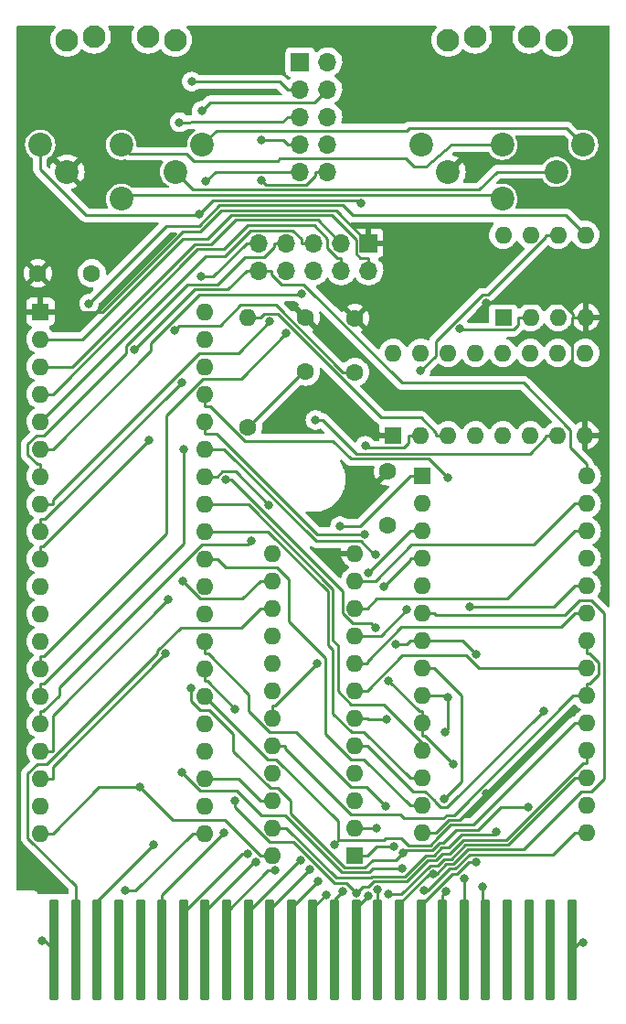
<source format=gbl>
%TF.GenerationSoftware,KiCad,Pcbnew,(6.0.11)*%
%TF.CreationDate,2025-04-20T17:45:04+02:00*%
%TF.ProjectId,burstcart,62757273-7463-4617-9274-2e6b69636164,1.0*%
%TF.SameCoordinates,Original*%
%TF.FileFunction,Copper,L2,Bot*%
%TF.FilePolarity,Positive*%
%FSLAX46Y46*%
G04 Gerber Fmt 4.6, Leading zero omitted, Abs format (unit mm)*
G04 Created by KiCad (PCBNEW (6.0.11)) date 2025-04-20 17:45:04*
%MOMM*%
%LPD*%
G01*
G04 APERTURE LIST*
G04 Aperture macros list*
%AMRoundRect*
0 Rectangle with rounded corners*
0 $1 Rounding radius*
0 $2 $3 $4 $5 $6 $7 $8 $9 X,Y pos of 4 corners*
0 Add a 4 corners polygon primitive as box body*
4,1,4,$2,$3,$4,$5,$6,$7,$8,$9,$2,$3,0*
0 Add four circle primitives for the rounded corners*
1,1,$1+$1,$2,$3*
1,1,$1+$1,$4,$5*
1,1,$1+$1,$6,$7*
1,1,$1+$1,$8,$9*
0 Add four rect primitives between the rounded corners*
20,1,$1+$1,$2,$3,$4,$5,0*
20,1,$1+$1,$4,$5,$6,$7,0*
20,1,$1+$1,$6,$7,$8,$9,0*
20,1,$1+$1,$8,$9,$2,$3,0*%
G04 Aperture macros list end*
%TA.AperFunction,ComponentPad*%
%ADD10C,1.600000*%
%TD*%
%TA.AperFunction,ComponentPad*%
%ADD11R,1.700000X1.700000*%
%TD*%
%TA.AperFunction,ComponentPad*%
%ADD12O,1.700000X1.700000*%
%TD*%
%TA.AperFunction,ComponentPad*%
%ADD13C,2.100000*%
%TD*%
%TA.AperFunction,ComponentPad*%
%ADD14C,2.200000*%
%TD*%
%TA.AperFunction,ComponentPad*%
%ADD15R,1.600000X1.600000*%
%TD*%
%TA.AperFunction,ComponentPad*%
%ADD16O,1.600000X1.600000*%
%TD*%
%TA.AperFunction,SMDPad,CuDef*%
%ADD17RoundRect,0.112500X-0.337500X-4.512500X0.337500X-4.512500X0.337500X4.512500X-0.337500X4.512500X0*%
%TD*%
%TA.AperFunction,ViaPad*%
%ADD18C,0.800000*%
%TD*%
%TA.AperFunction,Conductor*%
%ADD19C,0.250000*%
%TD*%
G04 APERTURE END LIST*
D10*
%TO.P,C3,1*%
%TO.N,+5V*%
X127762000Y-75184000D03*
%TO.P,C3,2*%
%TO.N,GND*%
X122762000Y-75184000D03*
%TD*%
D11*
%TO.P,J3,1,Pin_1*%
%TO.N,/~{FLAG}*%
X147066000Y-55626000D03*
D12*
%TO.P,J3,2,Pin_2*%
%TO.N,/PB0*%
X149606000Y-55626000D03*
%TO.P,J3,3,Pin_3*%
%TO.N,/PB1*%
X147066000Y-58166000D03*
%TO.P,J3,4,Pin_4*%
%TO.N,/PB2*%
X149606000Y-58166000D03*
%TO.P,J3,5,Pin_5*%
%TO.N,/PB3*%
X147066000Y-60706000D03*
%TO.P,J3,6,Pin_6*%
%TO.N,/PB4*%
X149606000Y-60706000D03*
%TO.P,J3,7,Pin_7*%
%TO.N,/PB5*%
X147066000Y-63246000D03*
%TO.P,J3,8,Pin_8*%
%TO.N,/PB6*%
X149606000Y-63246000D03*
%TO.P,J3,9,Pin_9*%
%TO.N,/PB7*%
X147066000Y-65786000D03*
%TO.P,J3,10,Pin_10*%
%TO.N,/~{PC}*%
X149606000Y-65786000D03*
%TD*%
D13*
%TO.P,J1,*%
%TO.N,*%
X127976000Y-53294000D03*
X125476000Y-53594000D03*
X132976000Y-53294000D03*
X135476000Y-53594000D03*
D14*
%TO.P,J1,1*%
%TO.N,IEC_SRQ*%
X122976000Y-63294000D03*
%TO.P,J1,2*%
%TO.N,GND*%
X125476000Y-65794000D03*
%TO.P,J1,3*%
%TO.N,IEC_ATN*%
X130476000Y-63294000D03*
%TO.P,J1,4*%
%TO.N,IEC_CLK*%
X135476000Y-65794000D03*
%TO.P,J1,5*%
%TO.N,IEC_DATA*%
X137976000Y-63294000D03*
%TO.P,J1,6*%
%TO.N,IEC_RESET*%
X130476000Y-68294000D03*
%TD*%
D15*
%TO.P,U1,1,A15*%
%TO.N,/ROM_A15*%
X158375000Y-93965000D03*
D16*
%TO.P,U1,2,A12*%
%TO.N,/A12*%
X158375000Y-96505000D03*
%TO.P,U1,3,A7*%
%TO.N,/A7*%
X158375000Y-99045000D03*
%TO.P,U1,4,A6*%
%TO.N,/A6*%
X158375000Y-101585000D03*
%TO.P,U1,5,A5*%
%TO.N,/A5*%
X158375000Y-104125000D03*
%TO.P,U1,6,A4*%
%TO.N,/A4*%
X158375000Y-106665000D03*
%TO.P,U1,7,A3*%
%TO.N,/A3*%
X158375000Y-109205000D03*
%TO.P,U1,8,A2*%
%TO.N,/A2*%
X158375000Y-111745000D03*
%TO.P,U1,9,A1*%
%TO.N,/A1*%
X158375000Y-114285000D03*
%TO.P,U1,10,A0*%
%TO.N,/A0*%
X158375000Y-116825000D03*
%TO.P,U1,11,D0*%
%TO.N,/D0*%
X158375000Y-119365000D03*
%TO.P,U1,12,D1*%
%TO.N,/D1*%
X158375000Y-121905000D03*
%TO.P,U1,13,D2*%
%TO.N,/D2*%
X158375000Y-124445000D03*
%TO.P,U1,14,GND*%
%TO.N,GND*%
X158375000Y-126985000D03*
%TO.P,U1,15,D3*%
%TO.N,/D3*%
X173615000Y-126985000D03*
%TO.P,U1,16,D4*%
%TO.N,/D4*%
X173615000Y-124445000D03*
%TO.P,U1,17,D5*%
%TO.N,/D5*%
X173615000Y-121905000D03*
%TO.P,U1,18,D6*%
%TO.N,/D6*%
X173615000Y-119365000D03*
%TO.P,U1,19,D7*%
%TO.N,/D7*%
X173615000Y-116825000D03*
%TO.P,U1,20,~{CE}*%
%TO.N,/~{ROMCS}*%
X173615000Y-114285000D03*
%TO.P,U1,21,A10*%
%TO.N,/A10*%
X173615000Y-111745000D03*
%TO.P,U1,22,~{OE}*%
%TO.N,/~{ROMCS}*%
X173615000Y-109205000D03*
%TO.P,U1,23,A11*%
%TO.N,/A11*%
X173615000Y-106665000D03*
%TO.P,U1,24,A9*%
%TO.N,/A9*%
X173615000Y-104125000D03*
%TO.P,U1,25,A8*%
%TO.N,/A8*%
X173615000Y-101585000D03*
%TO.P,U1,26,A13*%
%TO.N,/A13*%
X173615000Y-99045000D03*
%TO.P,U1,27,A14*%
%TO.N,/A14*%
X173615000Y-96505000D03*
%TO.P,U1,28,VCC*%
%TO.N,/VCC*%
X173615000Y-93965000D03*
%TD*%
D10*
%TO.P,C4,1*%
%TO.N,+5V*%
X155194000Y-98512000D03*
%TO.P,C4,2*%
%TO.N,GND*%
X155194000Y-93512000D03*
%TD*%
%TO.P,C5,1*%
%TO.N,/ciaclk*%
X147574000Y-84288000D03*
%TO.P,C5,2*%
%TO.N,GND*%
X147574000Y-79288000D03*
%TD*%
D15*
%TO.P,U5,1,~{RESET}/PB5*%
%TO.N,/~{RESET}*%
X165872000Y-79238000D03*
D16*
%TO.P,U5,2,XTAL1/PB3*%
%TO.N,Net-(JP2-Pad1)*%
X168412000Y-79238000D03*
%TO.P,U5,3,XTAL2/PB4*%
%TO.N,unconnected-(U5-Pad3)*%
X170952000Y-79238000D03*
%TO.P,U5,4,GND*%
%TO.N,GND*%
X173492000Y-79238000D03*
%TO.P,U5,5,AREF/PB0*%
%TO.N,/TOD*%
X173492000Y-71618000D03*
%TO.P,U5,6,PB1*%
%TO.N,/MUX*%
X170952000Y-71618000D03*
%TO.P,U5,7,PB2*%
%TO.N,unconnected-(U5-Pad7)*%
X168412000Y-71618000D03*
%TO.P,U5,8,VCC*%
%TO.N,+5V*%
X165872000Y-71618000D03*
%TD*%
D15*
%TO.P,U2,1,CK*%
%TO.N,GND*%
X155692000Y-90160000D03*
D16*
%TO.P,U2,2,Enable*%
%TO.N,/MUX*%
X158232000Y-90160000D03*
%TO.P,U2,3,Q1*%
%TO.N,Net-(R1-Pad2)*%
X160772000Y-90160000D03*
%TO.P,U2,4,Q2*%
%TO.N,unconnected-(U2-Pad4)*%
X163312000Y-90160000D03*
%TO.P,U2,5,Q3*%
%TO.N,unconnected-(U2-Pad5)*%
X165852000Y-90160000D03*
%TO.P,U2,6,Q4*%
%TO.N,unconnected-(U2-Pad6)*%
X168392000Y-90160000D03*
%TO.P,U2,7,Reset*%
%TO.N,Net-(JP1-Pad2)*%
X170932000Y-90160000D03*
%TO.P,U2,8,VSS*%
%TO.N,GND*%
X173472000Y-90160000D03*
%TO.P,U2,9,CK*%
%TO.N,+5V*%
X173472000Y-82540000D03*
%TO.P,U2,10,Enable*%
X170932000Y-82540000D03*
%TO.P,U2,11,Q1*%
%TO.N,unconnected-(U2-Pad11)*%
X168392000Y-82540000D03*
%TO.P,U2,12,Q2*%
%TO.N,unconnected-(U2-Pad12)*%
X165852000Y-82540000D03*
%TO.P,U2,13,Q3*%
%TO.N,unconnected-(U2-Pad13)*%
X163312000Y-82540000D03*
%TO.P,U2,14,Q4*%
%TO.N,unconnected-(U2-Pad14)*%
X160772000Y-82540000D03*
%TO.P,U2,15,Reset*%
%TO.N,+5V*%
X158232000Y-82540000D03*
%TO.P,U2,16,VDD*%
X155692000Y-82540000D03*
%TD*%
D17*
%TO.P,U$1,A,GND*%
%TO.N,GND*%
X124253100Y-137759600D03*
%TO.P,U$1,AA,NC*%
%TO.N,/NC2*%
X168253100Y-137759600D03*
%TO.P,U$1,B,C1LO*%
%TO.N,/C1LO*%
X126253100Y-137759600D03*
%TO.P,U$1,BB,NC*%
%TO.N,/NC3*%
X170253100Y-137759600D03*
%TO.P,U$1,C,~{RESET}*%
%TO.N,/~{RESET}*%
X128253100Y-137759600D03*
%TO.P,U$1,CC,GND*%
%TO.N,GND*%
X172253100Y-137759600D03*
%TO.P,U$1,D,~{RAS}*%
%TO.N,/~{RAS}*%
X130253100Y-137759600D03*
%TO.P,U$1,E,PHI0*%
%TO.N,/PHI0*%
X132253100Y-137759600D03*
%TO.P,U$1,F,A15*%
%TO.N,/A15*%
X134253100Y-137759600D03*
%TO.P,U$1,H,A14*%
%TO.N,/A14*%
X136253100Y-137759600D03*
%TO.P,U$1,J,A13*%
%TO.N,/A13*%
X138253100Y-137759600D03*
%TO.P,U$1,K,A12*%
%TO.N,/A12*%
X140253100Y-137759600D03*
%TO.P,U$1,L,A11*%
%TO.N,/A11*%
X142253100Y-137759600D03*
%TO.P,U$1,M,A10*%
%TO.N,/A10*%
X144253100Y-137759600D03*
%TO.P,U$1,N,A9*%
%TO.N,/A9*%
X146253100Y-137759600D03*
%TO.P,U$1,P,A8*%
%TO.N,/A8*%
X148253100Y-137759600D03*
%TO.P,U$1,R,A7*%
%TO.N,/A7*%
X150253100Y-137759600D03*
%TO.P,U$1,S,A6*%
%TO.N,/A6*%
X152253100Y-137759600D03*
%TO.P,U$1,T,A5*%
%TO.N,/A5*%
X154253100Y-137759600D03*
%TO.P,U$1,U,A4*%
%TO.N,/A4*%
X156253100Y-137759600D03*
%TO.P,U$1,V,A3*%
%TO.N,/A3*%
X158253100Y-137759600D03*
%TO.P,U$1,W,A2*%
%TO.N,/A2*%
X160253100Y-137759600D03*
%TO.P,U$1,X,A1*%
%TO.N,/A1*%
X162253100Y-137759600D03*
%TO.P,U$1,Y,A0*%
%TO.N,/A0*%
X164253100Y-137759600D03*
%TO.P,U$1,Z,NC*%
%TO.N,/NC1*%
X166253100Y-137759600D03*
%TD*%
D11*
%TO.P,J4,1,Pin_1*%
%TO.N,GND*%
X153411000Y-72385000D03*
D12*
%TO.P,J4,2,Pin_2*%
%TO.N,/PA0*%
X153411000Y-74925000D03*
%TO.P,J4,3,Pin_3*%
%TO.N,/PA1*%
X150871000Y-72385000D03*
%TO.P,J4,4,Pin_4*%
%TO.N,/PA2*%
X150871000Y-74925000D03*
%TO.P,J4,5,Pin_5*%
%TO.N,/PA3*%
X148331000Y-72385000D03*
%TO.P,J4,6,Pin_6*%
%TO.N,/PA4*%
X148331000Y-74925000D03*
%TO.P,J4,7,Pin_7*%
%TO.N,/PA5*%
X145791000Y-72385000D03*
%TO.P,J4,8,Pin_8*%
%TO.N,/PA6*%
X145791000Y-74925000D03*
%TO.P,J4,9,Pin_9*%
%TO.N,/PA7*%
X143251000Y-72385000D03*
%TO.P,J4,10,Pin_10*%
%TO.N,/VCC*%
X143251000Y-74925000D03*
%TD*%
D15*
%TO.P,U4,1,CLK/I0*%
%TO.N,/A4*%
X152146000Y-129032000D03*
D16*
%TO.P,U4,2,I0*%
%TO.N,/A5*%
X152146000Y-126492000D03*
%TO.P,U4,3,I1*%
%TO.N,/A6*%
X152146000Y-123952000D03*
%TO.P,U4,4,I2*%
%TO.N,/A7*%
X152146000Y-121412000D03*
%TO.P,U4,5,I3*%
%TO.N,/A8*%
X152146000Y-118872000D03*
%TO.P,U4,6,I4*%
%TO.N,/A9*%
X152146000Y-116332000D03*
%TO.P,U4,7,I5*%
%TO.N,/A10*%
X152146000Y-113792000D03*
%TO.P,U4,8,I6*%
%TO.N,/A11*%
X152146000Y-111252000D03*
%TO.P,U4,9,I7*%
%TO.N,/A12*%
X152146000Y-108712000D03*
%TO.P,U4,10,I8*%
%TO.N,/A13*%
X152146000Y-106172000D03*
%TO.P,U4,11,I9*%
%TO.N,/A14*%
X152146000Y-103632000D03*
%TO.P,U4,12,GND*%
%TO.N,GND*%
X152146000Y-101092000D03*
%TO.P,U4,13,OE/I10*%
%TO.N,/A15*%
X144526000Y-101092000D03*
%TO.P,U4,14,I11*%
%TO.N,/~{RESET}*%
X144526000Y-103632000D03*
%TO.P,U4,15,O0*%
%TO.N,/C1LO*%
X144526000Y-106172000D03*
%TO.P,U4,16,O1*%
%TO.N,/C1HI*%
X144526000Y-108712000D03*
%TO.P,U4,17,O2*%
%TO.N,/C2LO*%
X144526000Y-111252000D03*
%TO.P,U4,18,O3*%
%TO.N,/C2HI*%
X144526000Y-113792000D03*
%TO.P,U4,19,O4*%
%TO.N,/ROM_A15*%
X144526000Y-116332000D03*
%TO.P,U4,20,O5*%
%TO.N,/~{ROMCS}*%
X144526000Y-118872000D03*
%TO.P,U4,21,O6*%
%TO.N,/reset*%
X144526000Y-121412000D03*
%TO.P,U4,22,O7*%
%TO.N,/~{CIA}*%
X144526000Y-123952000D03*
%TO.P,U4,23,I12*%
%TO.N,/PHI2*%
X144526000Y-126492000D03*
%TO.P,U4,24,VCC*%
%TO.N,+5V*%
X144526000Y-129032000D03*
%TD*%
D10*
%TO.P,C2,1*%
%TO.N,+5V*%
X152146000Y-84328000D03*
%TO.P,C2,2*%
%TO.N,GND*%
X152146000Y-79328000D03*
%TD*%
D15*
%TO.P,U3,1,GND*%
%TO.N,GND*%
X123000000Y-78740000D03*
D16*
%TO.P,U3,2,PA0*%
%TO.N,/PA0*%
X123000000Y-81280000D03*
%TO.P,U3,3,PA1*%
%TO.N,/PA1*%
X123000000Y-83820000D03*
%TO.P,U3,4,PA2*%
%TO.N,/PA2*%
X123000000Y-86360000D03*
%TO.P,U3,5,PA3*%
%TO.N,/PA3*%
X123000000Y-88900000D03*
%TO.P,U3,6,PA4*%
%TO.N,/PA4*%
X123000000Y-91440000D03*
%TO.P,U3,7,PA5*%
%TO.N,/PA5*%
X123000000Y-93980000D03*
%TO.P,U3,8,PA6*%
%TO.N,/PA6*%
X123000000Y-96520000D03*
%TO.P,U3,9,PA7*%
%TO.N,/PA7*%
X123000000Y-99060000D03*
%TO.P,U3,10,PB0*%
%TO.N,/PB0*%
X123000000Y-101600000D03*
%TO.P,U3,11,PB1*%
%TO.N,/PB1*%
X123000000Y-104140000D03*
%TO.P,U3,12,PB2*%
%TO.N,/PB2*%
X123000000Y-106680000D03*
%TO.P,U3,13,PB3*%
%TO.N,/PB3*%
X123000000Y-109220000D03*
%TO.P,U3,14,PB4*%
%TO.N,/PB4*%
X123000000Y-111760000D03*
%TO.P,U3,15,PB5*%
%TO.N,/PB5*%
X123000000Y-114300000D03*
%TO.P,U3,16,PB6*%
%TO.N,/PB6*%
X123000000Y-116840000D03*
%TO.P,U3,17,PB7*%
%TO.N,/PB7*%
X123000000Y-119380000D03*
%TO.P,U3,18,/PC*%
%TO.N,/~{PC}*%
X123000000Y-121920000D03*
%TO.P,U3,19,TOD*%
%TO.N,/TOD*%
X123000000Y-124460000D03*
%TO.P,U3,20,VCC*%
%TO.N,+5V*%
X123000000Y-127000000D03*
%TO.P,U3,21,/IRQ*%
%TO.N,/~{IRQ}*%
X138240000Y-127000000D03*
%TO.P,U3,22,R/W*%
%TO.N,/R{slash}~{W}*%
X138240000Y-124460000D03*
%TO.P,U3,23,/CS*%
%TO.N,/~{CIA}*%
X138240000Y-121920000D03*
%TO.P,U3,24,/FLAG*%
%TO.N,/~{FLAG}*%
X138240000Y-119380000D03*
%TO.P,U3,25,PHI2*%
%TO.N,/ciaclk*%
X138240000Y-116840000D03*
%TO.P,U3,26,D7*%
%TO.N,/D7*%
X138240000Y-114300000D03*
%TO.P,U3,27,D6*%
%TO.N,/D6*%
X138240000Y-111760000D03*
%TO.P,U3,28,D5*%
%TO.N,/D5*%
X138240000Y-109220000D03*
%TO.P,U3,29,D4*%
%TO.N,/D4*%
X138240000Y-106680000D03*
%TO.P,U3,30,D3*%
%TO.N,/D3*%
X138240000Y-104140000D03*
%TO.P,U3,31,D2*%
%TO.N,/D2*%
X138240000Y-101600000D03*
%TO.P,U3,32,D1*%
%TO.N,/D1*%
X138240000Y-99060000D03*
%TO.P,U3,33,D0*%
%TO.N,/D0*%
X138240000Y-96520000D03*
%TO.P,U3,34,/RES*%
%TO.N,/~{RESET}*%
X138240000Y-93980000D03*
%TO.P,U3,35,RS3*%
%TO.N,/A3*%
X138240000Y-91440000D03*
%TO.P,U3,36,RS2*%
%TO.N,/A2*%
X138240000Y-88900000D03*
%TO.P,U3,37,RS1*%
%TO.N,/A1*%
X138240000Y-86360000D03*
%TO.P,U3,38,RS0*%
%TO.N,/A0*%
X138240000Y-83820000D03*
%TO.P,U3,39,SP*%
%TO.N,IEC_DATA*%
X138240000Y-81280000D03*
%TO.P,U3,40,CNT*%
%TO.N,IEC_SRQ*%
X138240000Y-78740000D03*
%TD*%
D10*
%TO.P,R1,1*%
%TO.N,/ciaclk*%
X142240000Y-89408000D03*
D16*
%TO.P,R1,2*%
%TO.N,Net-(R1-Pad2)*%
X142240000Y-79248000D03*
%TD*%
D13*
%TO.P,J2,*%
%TO.N,*%
X163282000Y-53294000D03*
X160782000Y-53594000D03*
X170782000Y-53594000D03*
X168282000Y-53294000D03*
D14*
%TO.P,J2,1*%
%TO.N,IEC_SRQ*%
X158282000Y-63294000D03*
%TO.P,J2,2*%
%TO.N,GND*%
X160782000Y-65794000D03*
%TO.P,J2,3*%
%TO.N,IEC_ATN*%
X165782000Y-63294000D03*
%TO.P,J2,4*%
%TO.N,IEC_CLK*%
X170782000Y-65794000D03*
%TO.P,J2,5*%
%TO.N,IEC_DATA*%
X173282000Y-63294000D03*
%TO.P,J2,6*%
%TO.N,IEC_RESET*%
X165782000Y-68294000D03*
%TD*%
D18*
%TO.N,/PA4*%
X147230700Y-77088700D03*
%TO.N,/PA6*%
X144227700Y-79640700D03*
%TO.N,/PA7*%
X137891300Y-75502400D03*
X136081800Y-85275200D03*
%TO.N,/PB0*%
X133041400Y-90656300D03*
%TO.N,/PB1*%
X137013200Y-57439000D03*
%TO.N,/PB2*%
X137926013Y-60162713D03*
%TO.N,/PB3*%
X135890000Y-61214000D03*
%TO.N,/PB4*%
X145771700Y-80752400D03*
%TO.N,/PB5*%
X143506500Y-62855000D03*
X136291300Y-91438000D03*
%TO.N,/PB6*%
X142504500Y-99931600D03*
%TO.N,/PB7*%
X138338500Y-66666000D03*
X134850000Y-105393400D03*
%TO.N,/~{PC}*%
X143506500Y-66614900D03*
X134577200Y-110392700D03*
%TO.N,/TOD*%
X127498400Y-77993800D03*
%TO.N,/~{IRQ}*%
X130821500Y-132322200D03*
%TO.N,/PHI2*%
X165229300Y-126861900D03*
%TO.N,/D7*%
X150253100Y-128087100D03*
%TO.N,/D6*%
X141045500Y-115476300D03*
X141045500Y-123961800D03*
X152253100Y-132513500D03*
%TO.N,/D5*%
X155257700Y-132647000D03*
X154979900Y-124450300D03*
%TO.N,/D4*%
X168151600Y-124549800D03*
X156625200Y-128799000D03*
X136981200Y-113569000D03*
%TO.N,/D3*%
X158518800Y-132279500D03*
X156475000Y-130251800D03*
X136106400Y-121396200D03*
%TO.N,/~{RESET}*%
X133514400Y-128064200D03*
X144156000Y-96607000D03*
X136196500Y-103693700D03*
%TO.N,GND*%
X123172600Y-136912000D03*
X150491900Y-86859500D03*
X173308600Y-137076700D03*
X164293500Y-77904300D03*
X164308000Y-123322900D03*
%TO.N,/VCC*%
X131701400Y-82227400D03*
%TO.N,/MUX*%
X158232000Y-84188200D03*
X153097400Y-91140900D03*
%TO.N,/A15*%
X140032300Y-126936600D03*
%TO.N,/A14*%
X142190000Y-128851600D03*
%TO.N,/A13*%
X142947300Y-129673800D03*
%TO.N,/A12*%
X144710300Y-130450100D03*
X156948000Y-106296700D03*
%TO.N,/A11*%
X147091300Y-129499300D03*
%TO.N,/A10*%
X147950500Y-130351000D03*
%TO.N,/A9*%
X162774900Y-106048100D03*
X148720200Y-131423000D03*
X155097900Y-116455800D03*
%TO.N,/A8*%
X169605900Y-115649700D03*
X149453300Y-132697800D03*
%TO.N,/A7*%
X150998900Y-132347700D03*
X153416000Y-102877100D03*
%TO.N,/A6*%
X154789300Y-104189400D03*
X153345000Y-132768800D03*
%TO.N,/A5*%
X154210200Y-132163400D03*
X154155400Y-126492000D03*
%TO.N,/A4*%
X155706900Y-128177700D03*
X159408700Y-130717600D03*
%TO.N,/A3*%
X163334700Y-110408700D03*
X154051400Y-101170500D03*
X163334300Y-129680200D03*
X155919600Y-109535600D03*
%TO.N,/A2*%
X153072200Y-99332700D03*
X160591900Y-132369400D03*
X160376400Y-123849000D03*
%TO.N,/A1*%
X162299800Y-131176600D03*
X160724800Y-114444700D03*
X160527000Y-117602700D03*
X160724800Y-94089300D03*
%TO.N,/A0*%
X163993000Y-131962800D03*
X155254000Y-112858800D03*
X161253900Y-120570600D03*
X154050500Y-107968400D03*
X140140500Y-94258800D03*
%TO.N,/ROM_A15*%
X150761800Y-98574400D03*
X148652000Y-111312600D03*
%TO.N,+5V*%
X135434200Y-80468400D03*
X132215100Y-122689000D03*
%TO.N,IEC_SRQ*%
X152678600Y-68675900D03*
X137725900Y-69701800D03*
%TO.N,Net-(JP1-Pad2)*%
X148474500Y-88746100D03*
%TO.N,Net-(JP2-Pad1)*%
X161856100Y-80294300D03*
%TD*%
D19*
%TO.N,/A6*%
X152253100Y-133860700D02*
X153345000Y-132768800D01*
X152253100Y-137759600D02*
X152253100Y-133860700D01*
%TO.N,/A7*%
X150253100Y-133093500D02*
X150998900Y-132347700D01*
X150253100Y-137759600D02*
X150253100Y-133093500D01*
%TO.N,/A8*%
X148253100Y-133898000D02*
X149453300Y-132697800D01*
X148253100Y-137759600D02*
X148253100Y-133898000D01*
%TO.N,/PA0*%
X140683900Y-69799700D02*
X138506300Y-71977300D01*
X152601800Y-73748100D02*
X152234100Y-73380400D01*
X152234100Y-73380400D02*
X152234100Y-72076800D01*
X136190400Y-71977300D02*
X126887700Y-81280000D01*
X126887700Y-81280000D02*
X123000000Y-81280000D01*
X152234100Y-72076800D02*
X149957000Y-69799700D01*
X138506300Y-71977300D02*
X136190400Y-71977300D01*
X153411000Y-73748100D02*
X152601800Y-73748100D01*
X153411000Y-74925000D02*
X153411000Y-73748100D01*
X149957000Y-69799700D02*
X140683900Y-69799700D01*
%TO.N,/PA1*%
X124126900Y-83820000D02*
X124126900Y-83819900D01*
X124126900Y-83819900D02*
X125942000Y-83819900D01*
X123000000Y-83820000D02*
X124126900Y-83820000D01*
X141093400Y-70254600D02*
X148740600Y-70254600D01*
X148740600Y-70254600D02*
X150871000Y-72385000D01*
X125942000Y-83819900D02*
X137256800Y-72505100D01*
X137256800Y-72505100D02*
X138842900Y-72505100D01*
X138842900Y-72505100D02*
X141093400Y-70254600D01*
%TO.N,/PA2*%
X150871000Y-74925000D02*
X150871000Y-73748100D01*
X139985400Y-72957100D02*
X142215700Y-70726800D01*
X149601000Y-71983700D02*
X149601000Y-72843900D01*
X150505200Y-73748100D02*
X150871000Y-73748100D01*
X124126900Y-86360000D02*
X137529800Y-72957100D01*
X123000000Y-86360000D02*
X124126900Y-86360000D01*
X142215700Y-70726800D02*
X148344100Y-70726800D01*
X137529800Y-72957100D02*
X139985400Y-72957100D01*
X148344100Y-70726800D02*
X149601000Y-71983700D01*
X149601000Y-72843900D02*
X150505200Y-73748100D01*
%TO.N,/PA3*%
X146329000Y-71194100D02*
X142481700Y-71194100D01*
X147154100Y-72019200D02*
X146329000Y-71194100D01*
X140041800Y-73634000D02*
X138266000Y-73634000D01*
X138266000Y-73634000D02*
X123000000Y-88900000D01*
X147154100Y-72385000D02*
X147154100Y-72019200D01*
X142481700Y-71194100D02*
X140041800Y-73634000D01*
X148331000Y-72385000D02*
X147154100Y-72385000D01*
%TO.N,/PA4*%
X137704200Y-77154900D02*
X147164500Y-77154900D01*
X147164500Y-77154900D02*
X147230700Y-77088700D01*
X124126900Y-91440000D02*
X133240100Y-82326800D01*
X123000000Y-91440000D02*
X124126900Y-91440000D01*
X133240100Y-81619000D02*
X137704200Y-77154900D01*
X133240100Y-82326800D02*
X133240100Y-81619000D01*
%TO.N,/PA5*%
X121831400Y-91000700D02*
X121831400Y-91966200D01*
X136637100Y-76229400D02*
X130974500Y-81892000D01*
X139406600Y-76229400D02*
X136637100Y-76229400D01*
X123344400Y-90170000D02*
X122662100Y-90170000D01*
X144614100Y-72385000D02*
X144614100Y-72750800D01*
X122662100Y-90170000D02*
X121831400Y-91000700D01*
X130974500Y-82539900D02*
X123344400Y-90170000D01*
X121831400Y-91966200D02*
X122718300Y-92853100D01*
X130974500Y-81892000D02*
X130974500Y-82539900D01*
X143709900Y-73655000D02*
X141981000Y-73655000D01*
X145791000Y-72385000D02*
X144614100Y-72385000D01*
X144614100Y-72750800D02*
X143709900Y-73655000D01*
X123000000Y-93980000D02*
X123000000Y-92853100D01*
X141981000Y-73655000D02*
X139406600Y-76229400D01*
X122718300Y-92853100D02*
X123000000Y-92853100D01*
%TO.N,/PA6*%
X123000000Y-96520000D02*
X124126900Y-96520000D01*
X124126900Y-96101800D02*
X124126900Y-96520000D01*
X137678700Y-82550000D02*
X124126900Y-96101800D01*
X144227700Y-79640700D02*
X141318400Y-82550000D01*
X141318400Y-82550000D02*
X137678700Y-82550000D01*
%TO.N,/PA7*%
X138956700Y-75502400D02*
X137891300Y-75502400D01*
X123000000Y-99060000D02*
X123000000Y-97933100D01*
X123000000Y-97933100D02*
X123423900Y-97933100D01*
X143251000Y-72385000D02*
X142074100Y-72385000D01*
X123423900Y-97933100D02*
X136081800Y-85275200D01*
X142074100Y-72385000D02*
X138956700Y-75502400D01*
%TO.N,/PB0*%
X123000000Y-100473100D02*
X123224600Y-100473100D01*
X123000000Y-101600000D02*
X123000000Y-100473100D01*
X123224600Y-100473100D02*
X133041400Y-90656300D01*
%TO.N,/PB1*%
X147066000Y-58166000D02*
X145889100Y-58166000D01*
X137013200Y-57439000D02*
X145162100Y-57439000D01*
X145162100Y-57439000D02*
X145889100Y-58166000D01*
%TO.N,/PB2*%
X148392300Y-59379700D02*
X138709026Y-59379700D01*
X138709026Y-59379700D02*
X137926013Y-60162713D01*
X149606000Y-58166000D02*
X148392300Y-59379700D01*
%TO.N,/PB3*%
X145889100Y-60706000D02*
X147066000Y-60706000D01*
X137845200Y-61193600D02*
X145401500Y-61193600D01*
X145401500Y-61193600D02*
X145889100Y-60706000D01*
X135890000Y-61214000D02*
X137845200Y-61193600D01*
%TO.N,/PB4*%
X138053000Y-84946900D02*
X141577200Y-84946900D01*
X134630600Y-99284200D02*
X134630600Y-88369300D01*
X123000000Y-110633100D02*
X123281700Y-110633100D01*
X134630600Y-88369300D02*
X138053000Y-84946900D01*
X141577200Y-84946900D02*
X145771700Y-80752400D01*
X123281700Y-110633100D02*
X134630600Y-99284200D01*
X123000000Y-111760000D02*
X123000000Y-110633100D01*
%TO.N,/PB5*%
X147066000Y-63246000D02*
X145889100Y-63246000D01*
X123000000Y-113173100D02*
X123281700Y-113173100D01*
X123000000Y-114300000D02*
X123000000Y-113173100D01*
X123281700Y-113173100D02*
X136291300Y-100163500D01*
X136291300Y-100163500D02*
X136291300Y-91438000D01*
X145498100Y-62855000D02*
X145889100Y-63246000D01*
X143506500Y-62855000D02*
X145498100Y-62855000D01*
%TO.N,/PB6*%
X123000000Y-116840000D02*
X123000000Y-115713100D01*
X142180000Y-100256100D02*
X142504500Y-99931600D01*
X123270000Y-115713100D02*
X124766000Y-114217100D01*
X124766000Y-114217100D02*
X124766000Y-113469500D01*
X124766000Y-113469500D02*
X137979400Y-100256100D01*
X123000000Y-115713100D02*
X123270000Y-115713100D01*
X137979400Y-100256100D02*
X142180000Y-100256100D01*
%TO.N,/PB7*%
X139218500Y-65786000D02*
X138338500Y-66666000D01*
X124126900Y-116116500D02*
X134850000Y-105393400D01*
X139218500Y-65786000D02*
X147066000Y-65786000D01*
X124126900Y-119380000D02*
X124126900Y-116116500D01*
X123000000Y-119380000D02*
X124126900Y-119380000D01*
%TO.N,/~{PC}*%
X134577200Y-110392700D02*
X124126900Y-120843000D01*
X143869000Y-66977400D02*
X143506500Y-66614900D01*
X148429100Y-65786000D02*
X148429100Y-66153800D01*
X123000000Y-121920000D02*
X124126900Y-121920000D01*
X124126900Y-120843000D02*
X124126900Y-121920000D01*
X147605500Y-66977400D02*
X143869000Y-66977400D01*
X149606000Y-65786000D02*
X148429100Y-65786000D01*
X148429100Y-66153800D02*
X147605500Y-66977400D01*
%TO.N,/TOD*%
X134700400Y-70791800D02*
X137673600Y-70791800D01*
X151913800Y-69819000D02*
X171693000Y-69819000D01*
X171693000Y-69819000D02*
X173492000Y-71618000D01*
X137673600Y-70791800D02*
X139576300Y-68889100D01*
X150983900Y-68889100D02*
X151913800Y-69819000D01*
X127498400Y-77993800D02*
X134700400Y-70791800D01*
X139576300Y-68889100D02*
X150983900Y-68889100D01*
%TO.N,/~{IRQ}*%
X130821500Y-132322200D02*
X131790900Y-132322200D01*
X131790900Y-132322200D02*
X137113100Y-127000000D01*
X138240000Y-127000000D02*
X137113100Y-127000000D01*
%TO.N,/ciaclk*%
X142240000Y-89408000D02*
X147360000Y-84288000D01*
%TO.N,/PHI2*%
X156776100Y-130978700D02*
X153723600Y-130978700D01*
X159463400Y-129047700D02*
X158707100Y-129047700D01*
X162041000Y-127109200D02*
X160819000Y-128331200D01*
X144526000Y-126492000D02*
X145786700Y-126492000D01*
X153622500Y-131079800D02*
X150374500Y-131079800D01*
X153723600Y-130978700D02*
X153622500Y-131079800D01*
X164982000Y-127109200D02*
X162041000Y-127109200D01*
X160179900Y-128331200D02*
X159463400Y-129047700D01*
X165229300Y-126861900D02*
X164982000Y-127109200D01*
X160819000Y-128331200D02*
X160179900Y-128331200D01*
X150374500Y-131079800D02*
X145786700Y-126492000D01*
X158707100Y-129047700D02*
X156776100Y-130978700D01*
%TO.N,/D7*%
X144082000Y-120142000D02*
X138240000Y-114300000D01*
X159115400Y-128117500D02*
X157123800Y-128117500D01*
X155000700Y-127447600D02*
X154790500Y-127657800D01*
X154790500Y-127657800D02*
X150609300Y-127657800D01*
X150609300Y-125886500D02*
X144864800Y-120142000D01*
X157123800Y-128117500D02*
X156453900Y-127447600D01*
X163109200Y-126203900D02*
X161031200Y-126203900D01*
X150609300Y-127657800D02*
X150253100Y-128014000D01*
X159834500Y-127400600D02*
X159832300Y-127400600D01*
X144864800Y-120142000D02*
X144082000Y-120142000D01*
X150253100Y-128014000D02*
X150253100Y-128087100D01*
X173615000Y-116825000D02*
X172488100Y-116825000D01*
X172488100Y-116825000D02*
X163109200Y-126203900D01*
X150609300Y-127657800D02*
X150609300Y-125886500D01*
X161031200Y-126203900D02*
X159834500Y-127400600D01*
X156453900Y-127447600D02*
X155000700Y-127447600D01*
X159832300Y-127400600D02*
X159115400Y-128117500D01*
%TO.N,/D6*%
X160236900Y-128915400D02*
X159652600Y-129499700D01*
X144197300Y-127762000D02*
X141045500Y-124610200D01*
X138240000Y-111760000D02*
X138240000Y-112886900D01*
X173249500Y-120492000D02*
X166144000Y-127597500D01*
X173615000Y-120492000D02*
X173249500Y-120492000D01*
X138456100Y-112886900D02*
X141045500Y-115476300D01*
X160873900Y-128915400D02*
X160236900Y-128915400D01*
X173615000Y-119365000D02*
X173615000Y-120491900D01*
X151360400Y-131620800D02*
X150276400Y-131620800D01*
X166144000Y-127597500D02*
X162191800Y-127597500D01*
X156963300Y-131430600D02*
X153910800Y-131430600D01*
X152253100Y-132513500D02*
X151360400Y-131620800D01*
X152834700Y-131931900D02*
X152253100Y-132513500D01*
X158894200Y-129499700D02*
X156963300Y-131430600D01*
X162191800Y-127597500D02*
X160873900Y-128915400D01*
X141045500Y-124610200D02*
X141045500Y-123961800D01*
X153910800Y-131430600D02*
X153409500Y-131931900D01*
X159652600Y-129499700D02*
X158894200Y-129499700D01*
X173615000Y-120491900D02*
X173615000Y-120492000D01*
X150276400Y-131620800D02*
X146417600Y-127762000D01*
X138240000Y-112886900D02*
X138456100Y-112886900D01*
X146417600Y-127762000D02*
X144197300Y-127762000D01*
X153409500Y-131931900D02*
X152834700Y-131931900D01*
%TO.N,/D5*%
X159800700Y-129990700D02*
X159104700Y-129990700D01*
X146685200Y-117602000D02*
X151765200Y-122682000D01*
X151765200Y-122682000D02*
X153211600Y-122682000D01*
X138240000Y-109220000D02*
X138240000Y-110346900D01*
X144197100Y-117602000D02*
X146685200Y-117602000D01*
X156448400Y-132647000D02*
X155257700Y-132647000D01*
X160422600Y-129368800D02*
X159800700Y-129990700D01*
X142300000Y-115704900D02*
X144197100Y-117602000D01*
X172488100Y-121905000D02*
X166343700Y-128049400D01*
X153211600Y-122682000D02*
X154979900Y-124450300D01*
X161059600Y-129368800D02*
X160422600Y-129368800D01*
X173615000Y-121905000D02*
X172488100Y-121905000D01*
X162379000Y-128049400D02*
X161059600Y-129368800D01*
X142300000Y-114125200D02*
X142300000Y-115704900D01*
X159104700Y-129990700D02*
X156448400Y-132647000D01*
X166343700Y-128049400D02*
X162379000Y-128049400D01*
X138521700Y-110346900D02*
X142300000Y-114125200D01*
X138240000Y-110346900D02*
X138521700Y-110346900D01*
%TO.N,/D4*%
X138639500Y-115570000D02*
X137815800Y-115570000D01*
X156625200Y-128799000D02*
X155941800Y-129482400D01*
X146177700Y-123988500D02*
X145014300Y-122825100D01*
X155941800Y-129482400D02*
X153757900Y-129482400D01*
X168151600Y-124549800D02*
X165623700Y-124549800D01*
X153757900Y-129482400D02*
X153077700Y-130162600D01*
X156841600Y-128582600D02*
X156625200Y-128799000D01*
X161537700Y-126657300D02*
X160342400Y-127852600D01*
X163516200Y-126657300D02*
X161537700Y-126657300D01*
X151189900Y-130162600D02*
X146177700Y-125150400D01*
X159289400Y-128582600D02*
X156841600Y-128582600D01*
X136981200Y-114735400D02*
X136981200Y-113569000D01*
X137815800Y-115570000D02*
X136981200Y-114735400D01*
X146177700Y-125150400D02*
X146177700Y-123988500D01*
X160342400Y-127852600D02*
X160019400Y-127852600D01*
X165623700Y-124549800D02*
X163516200Y-126657300D01*
X140862100Y-119379600D02*
X140862100Y-117792600D01*
X160019400Y-127852600D02*
X159289400Y-128582600D01*
X140862100Y-117792600D02*
X138639500Y-115570000D01*
X145014300Y-122825100D02*
X144307600Y-122825100D01*
X144307600Y-122825100D02*
X140862100Y-119379600D01*
X153077700Y-130162600D02*
X151189900Y-130162600D01*
%TO.N,/D3*%
X160899600Y-130272600D02*
X158892700Y-132279500D01*
X162755600Y-128953200D02*
X161436200Y-130272600D01*
X136106400Y-121396200D02*
X137757100Y-123046900D01*
X153423600Y-130619700D02*
X153791500Y-130251800D01*
X158892700Y-132279500D02*
X158518800Y-132279500D01*
X170519900Y-128953200D02*
X162755600Y-128953200D01*
X161436200Y-130272600D02*
X160899600Y-130272600D01*
X153791500Y-130251800D02*
X156475000Y-130251800D01*
X150946100Y-130619700D02*
X153423600Y-130619700D01*
X141190400Y-123046900D02*
X143451600Y-125308100D01*
X143451600Y-125308100D02*
X145634500Y-125308100D01*
X172488100Y-126985000D02*
X170519900Y-128953200D01*
X137757100Y-123046900D02*
X141190400Y-123046900D01*
X173615000Y-126985000D02*
X172488100Y-126985000D01*
X145634500Y-125308100D02*
X150946100Y-130619700D01*
%TO.N,/D2*%
X158375000Y-124445000D02*
X157248100Y-124445000D01*
X146029300Y-107403400D02*
X146029300Y-103476700D01*
X138240000Y-101600000D02*
X139366900Y-101600000D01*
X152945100Y-120142000D02*
X151796800Y-120142000D01*
X144914600Y-102362000D02*
X140128900Y-102362000D01*
X140128900Y-102362000D02*
X139366900Y-101600000D01*
X151796800Y-120142000D02*
X149438400Y-117783600D01*
X157248100Y-124445000D02*
X152945100Y-120142000D01*
X146029300Y-103476700D02*
X144914600Y-102362000D01*
X149438400Y-117783600D02*
X149438400Y-110812500D01*
X149438400Y-110812500D02*
X146029300Y-107403400D01*
%TO.N,/D1*%
X152945100Y-117602000D02*
X151817500Y-117602000D01*
X151817500Y-117602000D02*
X150115400Y-115899900D01*
X149663500Y-104628300D02*
X144095200Y-99060000D01*
X157248100Y-121905000D02*
X152945100Y-117602000D01*
X138240000Y-99060000D02*
X144095200Y-99060000D01*
X158375000Y-121905000D02*
X157248100Y-121905000D01*
X149663500Y-109547000D02*
X149663500Y-104628300D01*
X150115400Y-115899900D02*
X150115400Y-109998900D01*
X150115400Y-109998900D02*
X149663500Y-109547000D01*
%TO.N,/D0*%
X158375000Y-119365000D02*
X158375000Y-118655900D01*
X154781100Y-115062000D02*
X151779300Y-115062000D01*
X151779300Y-115062000D02*
X150568800Y-113851500D01*
X150115400Y-109134900D02*
X150115400Y-104392900D01*
X150568800Y-109588300D02*
X150115400Y-109134900D01*
X150115400Y-104392900D02*
X142242500Y-96520000D01*
X150568800Y-113851500D02*
X150568800Y-109588300D01*
X158375000Y-118655900D02*
X154781100Y-115062000D01*
X138240000Y-96520000D02*
X142242500Y-96520000D01*
%TO.N,/~{RESET}*%
X128253100Y-133325500D02*
X133514400Y-128064200D01*
X141728400Y-105302700D02*
X137805500Y-105302700D01*
X144526000Y-103632000D02*
X143399100Y-103632000D01*
X139815000Y-93531900D02*
X141080900Y-93531900D01*
X139366900Y-93980000D02*
X139815000Y-93531900D01*
X141080900Y-93531900D02*
X144156000Y-96607000D01*
X137805500Y-105302700D02*
X136196500Y-103693700D01*
X138240000Y-93980000D02*
X139366900Y-93980000D01*
X143399100Y-103632000D02*
X141728400Y-105302700D01*
%TO.N,/~{CIA}*%
X138240000Y-121920000D02*
X141367100Y-121920000D01*
X144526000Y-123952000D02*
X143399100Y-123952000D01*
X141367100Y-121920000D02*
X143399100Y-123952000D01*
%TO.N,IEC_RESET*%
X165416300Y-67928300D02*
X130841700Y-67928300D01*
%TO.N,GND*%
X158375000Y-126985000D02*
X159501900Y-126985000D01*
X160844000Y-125752000D02*
X159647300Y-126948700D01*
X136158400Y-71294600D02*
X128713000Y-78740000D01*
X172936000Y-137076700D02*
X173308600Y-137076700D01*
X159647300Y-126948700D02*
X159538200Y-126948700D01*
X172365100Y-79238000D02*
X172283500Y-79319600D01*
X173472000Y-90160000D02*
X173472000Y-89033100D01*
X171313100Y-77904300D02*
X164293500Y-77904300D01*
X164308000Y-123322900D02*
X161878900Y-125752000D01*
X172253100Y-137759600D02*
X172936000Y-137076700D01*
X172283500Y-87844600D02*
X173472000Y-89033100D01*
X137821800Y-71294600D02*
X136158400Y-71294600D01*
X150370800Y-69344800D02*
X139771600Y-69344800D01*
X153411000Y-72385000D02*
X150370800Y-69344800D01*
X159538200Y-126948700D02*
X159501900Y-126985000D01*
X123405500Y-136912000D02*
X124253100Y-137759600D01*
X128713000Y-78740000D02*
X123000000Y-78740000D01*
X151264600Y-86859500D02*
X150491900Y-86859500D01*
X123172600Y-136912000D02*
X123405500Y-136912000D01*
X173492000Y-79238000D02*
X172365100Y-79238000D01*
X172365100Y-78956300D02*
X171313100Y-77904300D01*
X172365100Y-79238000D02*
X172365100Y-78956300D01*
X155692000Y-90160000D02*
X154565100Y-90160000D01*
X139771600Y-69344800D02*
X137821800Y-71294600D01*
X154565100Y-90160000D02*
X151264600Y-86859500D01*
X172283500Y-79319600D02*
X172283500Y-87844600D01*
X161878900Y-125752000D02*
X160844000Y-125752000D01*
%TO.N,IEC_ATN*%
X158750000Y-65278000D02*
X157582900Y-65278000D01*
X144953000Y-64819000D02*
X145195800Y-64576200D01*
X137233200Y-64819000D02*
X144953000Y-64819000D01*
X158750000Y-65278000D02*
X161098400Y-63294000D01*
X131304900Y-64122900D02*
X136537100Y-64122900D01*
X161098400Y-63294000D02*
X165782000Y-63294000D01*
X145195800Y-64576200D02*
X156881100Y-64576200D01*
X130476000Y-63294000D02*
X131304900Y-64122900D01*
X136537100Y-64122900D02*
X137233200Y-64819000D01*
X157582900Y-65278000D02*
X156881100Y-64576200D01*
%TO.N,IEC_CLK*%
X135476000Y-65794000D02*
X137127300Y-67445300D01*
X165297900Y-65794000D02*
X170782000Y-65794000D01*
X137127300Y-67445300D02*
X163646600Y-67445300D01*
X163646600Y-67445300D02*
X165297900Y-65794000D01*
%TO.N,IEC_DATA*%
X139294000Y-61976000D02*
X137976000Y-63294000D01*
X173282000Y-63294000D02*
X171757000Y-61769000D01*
X156972000Y-61976000D02*
X139294000Y-61976000D01*
X157179000Y-61769000D02*
X156972000Y-61976000D01*
X171757000Y-61769000D02*
X157179000Y-61769000D01*
%TO.N,/VCC*%
X137247500Y-76681300D02*
X131701400Y-82227400D01*
X147377100Y-76199100D02*
X145336200Y-76199100D01*
X140317800Y-76681300D02*
X137247500Y-76681300D01*
X172099400Y-91322500D02*
X172099400Y-89662300D01*
X172099400Y-89662300D02*
X167764700Y-85327600D01*
X173615000Y-92838100D02*
X172099400Y-91322500D01*
X167764700Y-85327600D02*
X156505600Y-85327600D01*
X143251000Y-74925000D02*
X144427900Y-74925000D01*
X143251000Y-74925000D02*
X142074100Y-74925000D01*
X173615000Y-93965000D02*
X173615000Y-92838100D01*
X156505600Y-85327600D02*
X147377100Y-76199100D01*
X144427900Y-75290800D02*
X144427900Y-74925000D01*
X142074100Y-74925000D02*
X140317800Y-76681300D01*
X145336200Y-76199100D02*
X144427900Y-75290800D01*
%TO.N,/MUX*%
X159614100Y-82806100D02*
X158232000Y-84188200D01*
X158232000Y-90160000D02*
X157105100Y-90160000D01*
X170952000Y-71618000D02*
X169825100Y-71618000D01*
X164499200Y-77177400D02*
X163945100Y-77177400D01*
X169825100Y-71618000D02*
X169825100Y-71851500D01*
X157105100Y-90160000D02*
X157105100Y-90874500D01*
X156644400Y-91335200D02*
X153291700Y-91335200D01*
X169825100Y-71851500D02*
X164499200Y-77177400D01*
X153291700Y-91335200D02*
X153097400Y-91140900D01*
X157105100Y-90874500D02*
X156644400Y-91335200D01*
X159614100Y-81508400D02*
X159614100Y-82806100D01*
X163945100Y-77177400D02*
X159614100Y-81508400D01*
%TO.N,/C1LO*%
X144526000Y-106172000D02*
X143399100Y-106172000D01*
X126253100Y-131846800D02*
X126253100Y-137759600D01*
X121831900Y-121483100D02*
X121831900Y-127425600D01*
X135992000Y-107950000D02*
X133850300Y-110091700D01*
X141621100Y-107950000D02*
X135992000Y-107950000D01*
X133850300Y-110091700D02*
X133850300Y-110312000D01*
X143399100Y-106172000D02*
X141621100Y-107950000D01*
X123586200Y-120576100D02*
X122738900Y-120576100D01*
X122738900Y-120576100D02*
X121831900Y-121483100D01*
X133850300Y-110312000D02*
X123586200Y-120576100D01*
X121831900Y-127425600D02*
X126253100Y-131846800D01*
%TO.N,/A15*%
X134253100Y-137759600D02*
X134253100Y-132715800D01*
X134253100Y-132715800D02*
X140032300Y-126936600D01*
%TO.N,/A14*%
X154035200Y-103632000D02*
X157352200Y-100315000D01*
X152146000Y-103632000D02*
X154035200Y-103632000D01*
X173615000Y-96505000D02*
X172488100Y-96505000D01*
X141685500Y-128851600D02*
X142190000Y-128851600D01*
X157352200Y-100315000D02*
X168678100Y-100315000D01*
X168678100Y-100315000D02*
X172488100Y-96505000D01*
X136253100Y-134284000D02*
X141685500Y-128851600D01*
%TO.N,/A13*%
X166236300Y-105296800D02*
X154148100Y-105296800D01*
X138253100Y-134244500D02*
X142823800Y-129673800D01*
X152146000Y-106172000D02*
X153272900Y-106172000D01*
X173615000Y-99045000D02*
X172488100Y-99045000D01*
X154148100Y-105296800D02*
X153272900Y-106172000D01*
X172488100Y-99045000D02*
X166236300Y-105296800D01*
X142823800Y-129673800D02*
X142947300Y-129673800D01*
%TO.N,/A12*%
X152146000Y-108712000D02*
X154532700Y-108712000D01*
X140253100Y-134287500D02*
X144090500Y-130450100D01*
X154532700Y-108712000D02*
X156948000Y-106296700D01*
X144090500Y-130450100D02*
X144710300Y-130450100D01*
%TO.N,/A11*%
X152146000Y-111252000D02*
X153272900Y-111252000D01*
X156449000Y-107935000D02*
X171218100Y-107935000D01*
X153272900Y-111111100D02*
X156449000Y-107935000D01*
X147013400Y-129499300D02*
X147091300Y-129499300D01*
X153272900Y-111252000D02*
X153272900Y-111111100D01*
X171218100Y-107935000D02*
X172488100Y-106665000D01*
X142253100Y-134259600D02*
X147013400Y-129499300D01*
X173615000Y-106665000D02*
X172488100Y-106665000D01*
%TO.N,/A10*%
X153272900Y-113792000D02*
X156517700Y-110547200D01*
X162445300Y-110547200D02*
X163643100Y-111745000D01*
X163643100Y-111745000D02*
X173615000Y-111745000D01*
X156517700Y-110547200D02*
X162445300Y-110547200D01*
X152146000Y-113792000D02*
X153272900Y-113792000D01*
X144253100Y-134048400D02*
X147950500Y-130351000D01*
%TO.N,/A9*%
X162774900Y-106048100D02*
X170565000Y-106048100D01*
X152146000Y-116332000D02*
X153272900Y-116332000D01*
X146253100Y-133890100D02*
X148720200Y-131423000D01*
X153272900Y-116332000D02*
X153396700Y-116455800D01*
X173615000Y-104125000D02*
X172488100Y-104125000D01*
X153396700Y-116455800D02*
X155097900Y-116455800D01*
X170565000Y-106048100D02*
X172488100Y-104125000D01*
%TO.N,/A8*%
X160646800Y-124608800D02*
X169605900Y-115649700D01*
X152146000Y-118872000D02*
X153272900Y-118872000D01*
X157505300Y-123104400D02*
X158663300Y-123104400D01*
X153272900Y-118872000D02*
X157505300Y-123104400D01*
X158663300Y-123104400D02*
X159575700Y-124016800D01*
X159575700Y-124016800D02*
X159575700Y-124095500D01*
X160089000Y-124608800D02*
X160646800Y-124608800D01*
X159575700Y-124095500D02*
X160089000Y-124608800D01*
%TO.N,/A7*%
X158375000Y-99045000D02*
X157248100Y-99045000D01*
X157248100Y-99045000D02*
X153416000Y-102877100D01*
%TO.N,/A6*%
X158375000Y-101585000D02*
X157248100Y-101585000D01*
X157248100Y-101730600D02*
X157248100Y-101585000D01*
X154789300Y-104189400D02*
X157248100Y-101730600D01*
%TO.N,/A5*%
X152615900Y-126492000D02*
X154155400Y-126492000D01*
X154253100Y-132206300D02*
X154210200Y-132163400D01*
X154253100Y-137759600D02*
X154253100Y-132206300D01*
%TO.N,/A4*%
X173084800Y-123175000D02*
X167758500Y-128501300D01*
X175200500Y-106616100D02*
X175200500Y-121990600D01*
X171579700Y-106799400D02*
X172906800Y-105472300D01*
X160609900Y-129820700D02*
X159713000Y-130717600D01*
X161248900Y-129820700D02*
X160609900Y-129820700D01*
X167758500Y-128501300D02*
X162568300Y-128501300D01*
X159016900Y-130717600D02*
X156253100Y-133481400D01*
X153272900Y-129032000D02*
X154127200Y-128177700D01*
X162568300Y-128501300D02*
X161248900Y-129820700D01*
X174016100Y-123175000D02*
X173084800Y-123175000D01*
X159713000Y-130717600D02*
X159408700Y-130717600D01*
X158375000Y-106665000D02*
X159501900Y-106665000D01*
X175200500Y-121990600D02*
X174016100Y-123175000D01*
X174056700Y-105472300D02*
X175200500Y-106616100D01*
X152146000Y-129032000D02*
X153272900Y-129032000D01*
X159408700Y-130717600D02*
X159016900Y-130717600D01*
X172906800Y-105472300D02*
X174056700Y-105472300D01*
X159501900Y-106665000D02*
X159636300Y-106799400D01*
X159636300Y-106799400D02*
X171579700Y-106799400D01*
X154127200Y-128177700D02*
X155706900Y-128177700D01*
%TO.N,/A3*%
X162131000Y-109205000D02*
X163334700Y-110408700D01*
X158375000Y-109205000D02*
X157248100Y-109205000D01*
X162667700Y-129680200D02*
X163334300Y-129680200D01*
X156917500Y-109535600D02*
X157248100Y-109205000D01*
X153882100Y-101170500D02*
X154051400Y-101170500D01*
X138240000Y-91440000D02*
X140026600Y-91440000D01*
X152676700Y-99965100D02*
X153882100Y-101170500D01*
X161190300Y-130724500D02*
X161623400Y-130724500D01*
X158253100Y-133661700D02*
X161190300Y-130724500D01*
X161623400Y-130724500D02*
X162667700Y-129680200D01*
X148551700Y-99965100D02*
X152676700Y-99965100D01*
X140026600Y-91440000D02*
X148551700Y-99965100D01*
X158375000Y-109205000D02*
X162131000Y-109205000D01*
X155919600Y-109535600D02*
X156917500Y-109535600D01*
%TO.N,/A2*%
X158375000Y-111745000D02*
X159501900Y-111745000D01*
X139301400Y-90026900D02*
X138240000Y-90026900D01*
X138240000Y-88900000D02*
X138240000Y-90026900D01*
X161995100Y-122230300D02*
X161995100Y-114238200D01*
X161995100Y-114238200D02*
X159501900Y-111745000D01*
X160253100Y-132708200D02*
X160591900Y-132369400D01*
X160253100Y-137759600D02*
X160253100Y-132708200D01*
X148607200Y-99332700D02*
X139301400Y-90026900D01*
X153072200Y-99332700D02*
X148607200Y-99332700D01*
X160376400Y-123849000D02*
X161995100Y-122230300D01*
%TO.N,/A1*%
X160724800Y-114444700D02*
X160724800Y-117404900D01*
X150080300Y-90670200D02*
X151751700Y-92341600D01*
X141907800Y-90670200D02*
X150080300Y-90670200D01*
X138724500Y-87486900D02*
X141907800Y-90670200D01*
X160724800Y-117404900D02*
X160527000Y-117602700D01*
X160565100Y-114285000D02*
X160724800Y-114444700D01*
X138240000Y-86360000D02*
X138240000Y-87486900D01*
X162299800Y-137712900D02*
X162299800Y-131176600D01*
X151751700Y-92341600D02*
X158977100Y-92341600D01*
X158977100Y-92341600D02*
X160724800Y-94089300D01*
X158375000Y-114285000D02*
X160565100Y-114285000D01*
X138240000Y-87486900D02*
X138724500Y-87486900D01*
%TO.N,/A0*%
X153635600Y-107553500D02*
X151931800Y-107553500D01*
X151019100Y-106640800D02*
X151019100Y-104578200D01*
X158375000Y-116825000D02*
X158375000Y-117951900D01*
X151931800Y-107553500D02*
X151019100Y-106640800D01*
X158635200Y-117951900D02*
X158375000Y-117951900D01*
X158093300Y-115698100D02*
X155254000Y-112858800D01*
X151019100Y-104578200D02*
X140699700Y-94258800D01*
X163993000Y-137499500D02*
X163993000Y-131962800D01*
X158375000Y-115698100D02*
X158093300Y-115698100D01*
X154050500Y-107968400D02*
X153635600Y-107553500D01*
X161253900Y-120570600D02*
X158635200Y-117951900D01*
X140699700Y-94258800D02*
X140140500Y-94258800D01*
X158375000Y-116825000D02*
X158375000Y-115698100D01*
%TO.N,/ROM_A15*%
X144759500Y-115205100D02*
X144526000Y-115205100D01*
X157248100Y-93965000D02*
X152638700Y-98574400D01*
X144526000Y-116332000D02*
X144526000Y-115205100D01*
X152638700Y-98574400D02*
X150761800Y-98574400D01*
X148652000Y-111312600D02*
X144759500Y-115205100D01*
X158375000Y-93965000D02*
X157248100Y-93965000D01*
%TO.N,/~{ROMCS}*%
X173615000Y-114285000D02*
X173615000Y-113158100D01*
X145652900Y-119134300D02*
X145652900Y-118872000D01*
X156329400Y-125271300D02*
X151789900Y-125271300D01*
X156669600Y-125611500D02*
X156329400Y-125271300D01*
X173896700Y-110331900D02*
X174744600Y-111179800D01*
X174744600Y-112262000D02*
X173848500Y-113158100D01*
X173615000Y-110331900D02*
X173896700Y-110331900D01*
X173848500Y-113158100D02*
X173615000Y-113158100D01*
X173615000Y-109205000D02*
X173615000Y-110331900D01*
X151789900Y-125271300D02*
X145652900Y-119134300D01*
X172310900Y-114285100D02*
X161295900Y-125300100D01*
X144526000Y-118872000D02*
X145652900Y-118872000D01*
X161295900Y-125300100D02*
X160656800Y-125300100D01*
X160656800Y-125300100D02*
X160345400Y-125611500D01*
X173615000Y-114285000D02*
X172488100Y-114285000D01*
X172488100Y-114285000D02*
X172488100Y-114285100D01*
X160345400Y-125611500D02*
X156669600Y-125611500D01*
X174744600Y-111179800D02*
X174744600Y-112262000D01*
X172488100Y-114285100D02*
X172310900Y-114285100D01*
%TO.N,+5V*%
X141564500Y-78118000D02*
X139669500Y-80013000D01*
X128437900Y-122689000D02*
X132215100Y-122689000D01*
X139669500Y-80013000D02*
X135889600Y-80013000D01*
X135256100Y-125730000D02*
X140097100Y-125730000D01*
X152146000Y-84328000D02*
X151018500Y-84328000D01*
X123000000Y-127000000D02*
X124126900Y-127000000D01*
X144526000Y-129032000D02*
X143399100Y-129032000D01*
X151018500Y-84328000D02*
X144808500Y-78118000D01*
X144808500Y-78118000D02*
X141564500Y-78118000D01*
X132215100Y-122689000D02*
X135256100Y-125730000D01*
X140097100Y-125730000D02*
X143399100Y-129032000D01*
X135889600Y-80013000D02*
X135434200Y-80468400D01*
X124126900Y-127000000D02*
X128437900Y-122689000D01*
%TO.N,IEC_SRQ*%
X122976000Y-65572000D02*
X122976000Y-63294000D01*
X137608700Y-69819000D02*
X127223000Y-69819000D01*
X127223000Y-69819000D02*
X122976000Y-65572000D01*
X152434700Y-68432000D02*
X138995700Y-68432000D01*
X152678600Y-68675900D02*
X152434700Y-68432000D01*
X138995700Y-68432000D02*
X137725900Y-69701800D01*
X137725900Y-69701800D02*
X137608700Y-69819000D01*
%TO.N,Net-(JP1-Pad2)*%
X149113600Y-88746100D02*
X148474500Y-88746100D01*
X169805100Y-90160000D02*
X169805100Y-90393500D01*
X168329200Y-91869400D02*
X152236900Y-91869400D01*
X152236900Y-91869400D02*
X149113600Y-88746100D01*
X169805100Y-90393500D02*
X168329200Y-91869400D01*
X170932000Y-90160000D02*
X169805100Y-90160000D01*
%TO.N,Net-(R1-Pad2)*%
X158259400Y-88540800D02*
X159645100Y-89926500D01*
X159645100Y-89926500D02*
X159645100Y-90160000D01*
X154590100Y-88540800D02*
X158259400Y-88540800D01*
X144963100Y-78913800D02*
X154590100Y-88540800D01*
X143701100Y-78913800D02*
X144963100Y-78913800D01*
X142240000Y-79248000D02*
X143366900Y-79248000D01*
X160772000Y-90160000D02*
X159645100Y-90160000D01*
X143366900Y-79248000D02*
X143701100Y-78913800D01*
%TO.N,Net-(JP2-Pad1)*%
X167285100Y-79238000D02*
X167285100Y-79942300D01*
X168412000Y-79238000D02*
X167285100Y-79238000D01*
X166814700Y-80412700D02*
X161974500Y-80412700D01*
X167285100Y-79942300D02*
X166814700Y-80412700D01*
X161974500Y-80412700D02*
X161856100Y-80294300D01*
%TD*%
%TA.AperFunction,Conductor*%
%TO.N,GND*%
G36*
X124355513Y-52288102D02*
G01*
X124402006Y-52341758D01*
X124412110Y-52412032D01*
X124382616Y-52476612D01*
X124376487Y-52483195D01*
X124374323Y-52485359D01*
X124370567Y-52488567D01*
X124367359Y-52492323D01*
X124335467Y-52529664D01*
X124211248Y-52675104D01*
X124083073Y-52884268D01*
X123989195Y-53110908D01*
X123988040Y-53115720D01*
X123945239Y-53294000D01*
X123931928Y-53349443D01*
X123912681Y-53594000D01*
X123931928Y-53838557D01*
X123989195Y-54077092D01*
X124083073Y-54303732D01*
X124132958Y-54385137D01*
X124196054Y-54488101D01*
X124211248Y-54512896D01*
X124214459Y-54516655D01*
X124214465Y-54516663D01*
X124313716Y-54632870D01*
X124370567Y-54699433D01*
X124374323Y-54702641D01*
X124531539Y-54836917D01*
X124557104Y-54858752D01*
X124561327Y-54861340D01*
X124561330Y-54861342D01*
X124630515Y-54903738D01*
X124766268Y-54986927D01*
X124910967Y-55046864D01*
X124988335Y-55078911D01*
X124988337Y-55078912D01*
X124992908Y-55080805D01*
X125075563Y-55100649D01*
X125226630Y-55136917D01*
X125226636Y-55136918D01*
X125231443Y-55138072D01*
X125476000Y-55157319D01*
X125720557Y-55138072D01*
X125725364Y-55136918D01*
X125725370Y-55136917D01*
X125876437Y-55100649D01*
X125959092Y-55080805D01*
X125963663Y-55078912D01*
X125963665Y-55078911D01*
X126041033Y-55046864D01*
X126185732Y-54986927D01*
X126321485Y-54903738D01*
X126390670Y-54861342D01*
X126390673Y-54861340D01*
X126394896Y-54858752D01*
X126420462Y-54836917D01*
X126577677Y-54702641D01*
X126581433Y-54699433D01*
X126638284Y-54632870D01*
X126737542Y-54516655D01*
X126737545Y-54516651D01*
X126740752Y-54512896D01*
X126743342Y-54508670D01*
X126753912Y-54491422D01*
X126806560Y-54443791D01*
X126876602Y-54432185D01*
X126943175Y-54461447D01*
X127032459Y-54537703D01*
X127057104Y-54558752D01*
X127061327Y-54561340D01*
X127061330Y-54561342D01*
X127130176Y-54603530D01*
X127266268Y-54686927D01*
X127304205Y-54702641D01*
X127488335Y-54778911D01*
X127488337Y-54778912D01*
X127492908Y-54780805D01*
X127533112Y-54790457D01*
X127726630Y-54836917D01*
X127726636Y-54836918D01*
X127731443Y-54838072D01*
X127976000Y-54857319D01*
X128220557Y-54838072D01*
X128225364Y-54836918D01*
X128225370Y-54836917D01*
X128418888Y-54790457D01*
X128459092Y-54780805D01*
X128463663Y-54778912D01*
X128463665Y-54778911D01*
X128647795Y-54702641D01*
X128685732Y-54686927D01*
X128821824Y-54603530D01*
X128890670Y-54561342D01*
X128890673Y-54561340D01*
X128894896Y-54558752D01*
X128929386Y-54529295D01*
X129077677Y-54402641D01*
X129081433Y-54399433D01*
X129108493Y-54367750D01*
X129237535Y-54216663D01*
X129237537Y-54216660D01*
X129240752Y-54212896D01*
X129368927Y-54003732D01*
X129462805Y-53777092D01*
X129505578Y-53598930D01*
X129518917Y-53543370D01*
X129518918Y-53543364D01*
X129520072Y-53538557D01*
X129539319Y-53294000D01*
X129520072Y-53049443D01*
X129462805Y-52810908D01*
X129368927Y-52584268D01*
X129335466Y-52529664D01*
X129292736Y-52459934D01*
X129274198Y-52391401D01*
X129295655Y-52323724D01*
X129350294Y-52278391D01*
X129400169Y-52268100D01*
X131551831Y-52268100D01*
X131619952Y-52288102D01*
X131666445Y-52341758D01*
X131676549Y-52412032D01*
X131659264Y-52459934D01*
X131616534Y-52529664D01*
X131583073Y-52584268D01*
X131489195Y-52810908D01*
X131431928Y-53049443D01*
X131412681Y-53294000D01*
X131431928Y-53538557D01*
X131433082Y-53543364D01*
X131433083Y-53543370D01*
X131446422Y-53598930D01*
X131489195Y-53777092D01*
X131583073Y-54003732D01*
X131711248Y-54212896D01*
X131714463Y-54216660D01*
X131714465Y-54216663D01*
X131843507Y-54367750D01*
X131870567Y-54399433D01*
X131874323Y-54402641D01*
X132022615Y-54529295D01*
X132057104Y-54558752D01*
X132061327Y-54561340D01*
X132061330Y-54561342D01*
X132130176Y-54603530D01*
X132266268Y-54686927D01*
X132304205Y-54702641D01*
X132488335Y-54778911D01*
X132488337Y-54778912D01*
X132492908Y-54780805D01*
X132533112Y-54790457D01*
X132726630Y-54836917D01*
X132726636Y-54836918D01*
X132731443Y-54838072D01*
X132976000Y-54857319D01*
X133220557Y-54838072D01*
X133225364Y-54836918D01*
X133225370Y-54836917D01*
X133418888Y-54790457D01*
X133459092Y-54780805D01*
X133463663Y-54778912D01*
X133463665Y-54778911D01*
X133647795Y-54702641D01*
X133685732Y-54686927D01*
X133821824Y-54603530D01*
X133890670Y-54561342D01*
X133890673Y-54561340D01*
X133894896Y-54558752D01*
X133919541Y-54537703D01*
X134008825Y-54461447D01*
X134073615Y-54432416D01*
X134143815Y-54443021D01*
X134198088Y-54491422D01*
X134208658Y-54508670D01*
X134211248Y-54512896D01*
X134214455Y-54516651D01*
X134214458Y-54516655D01*
X134313716Y-54632870D01*
X134370567Y-54699433D01*
X134374323Y-54702641D01*
X134531539Y-54836917D01*
X134557104Y-54858752D01*
X134561327Y-54861340D01*
X134561330Y-54861342D01*
X134630515Y-54903738D01*
X134766268Y-54986927D01*
X134910967Y-55046864D01*
X134988335Y-55078911D01*
X134988337Y-55078912D01*
X134992908Y-55080805D01*
X135075563Y-55100649D01*
X135226630Y-55136917D01*
X135226636Y-55136918D01*
X135231443Y-55138072D01*
X135476000Y-55157319D01*
X135720557Y-55138072D01*
X135725364Y-55136918D01*
X135725370Y-55136917D01*
X135876437Y-55100649D01*
X135959092Y-55080805D01*
X135963663Y-55078912D01*
X135963665Y-55078911D01*
X136041033Y-55046864D01*
X136185732Y-54986927D01*
X136321485Y-54903738D01*
X136390670Y-54861342D01*
X136390673Y-54861340D01*
X136394896Y-54858752D01*
X136420462Y-54836917D01*
X136577677Y-54702641D01*
X136581433Y-54699433D01*
X136638284Y-54632870D01*
X136737535Y-54516663D01*
X136737541Y-54516655D01*
X136740752Y-54512896D01*
X136755947Y-54488101D01*
X136819042Y-54385137D01*
X136868927Y-54303732D01*
X136962805Y-54077092D01*
X137020072Y-53838557D01*
X137039319Y-53594000D01*
X137020072Y-53349443D01*
X137006762Y-53294000D01*
X136963960Y-53115720D01*
X136962805Y-53110908D01*
X136868927Y-52884268D01*
X136740752Y-52675104D01*
X136616534Y-52529664D01*
X136584641Y-52492323D01*
X136581433Y-52488567D01*
X136577677Y-52485359D01*
X136575513Y-52483195D01*
X136541487Y-52420883D01*
X136546552Y-52350068D01*
X136589099Y-52293232D01*
X136655619Y-52268421D01*
X136664608Y-52268100D01*
X159593392Y-52268100D01*
X159661513Y-52288102D01*
X159708006Y-52341758D01*
X159718110Y-52412032D01*
X159688616Y-52476612D01*
X159682487Y-52483195D01*
X159680323Y-52485359D01*
X159676567Y-52488567D01*
X159673359Y-52492323D01*
X159641467Y-52529664D01*
X159517248Y-52675104D01*
X159389073Y-52884268D01*
X159295195Y-53110908D01*
X159294040Y-53115720D01*
X159251239Y-53294000D01*
X159237928Y-53349443D01*
X159218681Y-53594000D01*
X159237928Y-53838557D01*
X159295195Y-54077092D01*
X159389073Y-54303732D01*
X159438958Y-54385137D01*
X159502054Y-54488101D01*
X159517248Y-54512896D01*
X159520459Y-54516655D01*
X159520465Y-54516663D01*
X159619716Y-54632870D01*
X159676567Y-54699433D01*
X159680323Y-54702641D01*
X159837539Y-54836917D01*
X159863104Y-54858752D01*
X159867327Y-54861340D01*
X159867330Y-54861342D01*
X159936515Y-54903738D01*
X160072268Y-54986927D01*
X160216967Y-55046864D01*
X160294335Y-55078911D01*
X160294337Y-55078912D01*
X160298908Y-55080805D01*
X160381563Y-55100649D01*
X160532630Y-55136917D01*
X160532636Y-55136918D01*
X160537443Y-55138072D01*
X160782000Y-55157319D01*
X161026557Y-55138072D01*
X161031364Y-55136918D01*
X161031370Y-55136917D01*
X161182437Y-55100649D01*
X161265092Y-55080805D01*
X161269663Y-55078912D01*
X161269665Y-55078911D01*
X161347033Y-55046864D01*
X161491732Y-54986927D01*
X161627485Y-54903738D01*
X161696670Y-54861342D01*
X161696673Y-54861340D01*
X161700896Y-54858752D01*
X161726462Y-54836917D01*
X161883677Y-54702641D01*
X161887433Y-54699433D01*
X161944284Y-54632870D01*
X162043542Y-54516655D01*
X162043545Y-54516651D01*
X162046752Y-54512896D01*
X162049342Y-54508670D01*
X162059912Y-54491422D01*
X162112560Y-54443791D01*
X162182602Y-54432185D01*
X162249175Y-54461447D01*
X162338459Y-54537703D01*
X162363104Y-54558752D01*
X162367327Y-54561340D01*
X162367330Y-54561342D01*
X162436176Y-54603530D01*
X162572268Y-54686927D01*
X162610205Y-54702641D01*
X162794335Y-54778911D01*
X162794337Y-54778912D01*
X162798908Y-54780805D01*
X162839112Y-54790457D01*
X163032630Y-54836917D01*
X163032636Y-54836918D01*
X163037443Y-54838072D01*
X163282000Y-54857319D01*
X163526557Y-54838072D01*
X163531364Y-54836918D01*
X163531370Y-54836917D01*
X163724888Y-54790457D01*
X163765092Y-54780805D01*
X163769663Y-54778912D01*
X163769665Y-54778911D01*
X163953795Y-54702641D01*
X163991732Y-54686927D01*
X164127824Y-54603530D01*
X164196670Y-54561342D01*
X164196673Y-54561340D01*
X164200896Y-54558752D01*
X164235386Y-54529295D01*
X164383677Y-54402641D01*
X164387433Y-54399433D01*
X164414493Y-54367750D01*
X164543535Y-54216663D01*
X164543537Y-54216660D01*
X164546752Y-54212896D01*
X164674927Y-54003732D01*
X164768805Y-53777092D01*
X164811578Y-53598930D01*
X164824917Y-53543370D01*
X164824918Y-53543364D01*
X164826072Y-53538557D01*
X164845319Y-53294000D01*
X164826072Y-53049443D01*
X164768805Y-52810908D01*
X164674927Y-52584268D01*
X164641466Y-52529664D01*
X164598736Y-52459934D01*
X164580198Y-52391401D01*
X164601655Y-52323724D01*
X164656294Y-52278391D01*
X164706169Y-52268100D01*
X166857831Y-52268100D01*
X166925952Y-52288102D01*
X166972445Y-52341758D01*
X166982549Y-52412032D01*
X166965264Y-52459934D01*
X166922534Y-52529664D01*
X166889073Y-52584268D01*
X166795195Y-52810908D01*
X166737928Y-53049443D01*
X166718681Y-53294000D01*
X166737928Y-53538557D01*
X166739082Y-53543364D01*
X166739083Y-53543370D01*
X166752422Y-53598930D01*
X166795195Y-53777092D01*
X166889073Y-54003732D01*
X167017248Y-54212896D01*
X167020463Y-54216660D01*
X167020465Y-54216663D01*
X167149507Y-54367750D01*
X167176567Y-54399433D01*
X167180323Y-54402641D01*
X167328615Y-54529295D01*
X167363104Y-54558752D01*
X167367327Y-54561340D01*
X167367330Y-54561342D01*
X167436176Y-54603530D01*
X167572268Y-54686927D01*
X167610205Y-54702641D01*
X167794335Y-54778911D01*
X167794337Y-54778912D01*
X167798908Y-54780805D01*
X167839112Y-54790457D01*
X168032630Y-54836917D01*
X168032636Y-54836918D01*
X168037443Y-54838072D01*
X168282000Y-54857319D01*
X168526557Y-54838072D01*
X168531364Y-54836918D01*
X168531370Y-54836917D01*
X168724888Y-54790457D01*
X168765092Y-54780805D01*
X168769663Y-54778912D01*
X168769665Y-54778911D01*
X168953795Y-54702641D01*
X168991732Y-54686927D01*
X169127824Y-54603530D01*
X169196670Y-54561342D01*
X169196673Y-54561340D01*
X169200896Y-54558752D01*
X169225541Y-54537703D01*
X169314825Y-54461447D01*
X169379615Y-54432416D01*
X169449815Y-54443021D01*
X169504088Y-54491422D01*
X169514658Y-54508670D01*
X169517248Y-54512896D01*
X169520455Y-54516651D01*
X169520458Y-54516655D01*
X169619716Y-54632870D01*
X169676567Y-54699433D01*
X169680323Y-54702641D01*
X169837539Y-54836917D01*
X169863104Y-54858752D01*
X169867327Y-54861340D01*
X169867330Y-54861342D01*
X169936515Y-54903738D01*
X170072268Y-54986927D01*
X170216967Y-55046864D01*
X170294335Y-55078911D01*
X170294337Y-55078912D01*
X170298908Y-55080805D01*
X170381563Y-55100649D01*
X170532630Y-55136917D01*
X170532636Y-55136918D01*
X170537443Y-55138072D01*
X170782000Y-55157319D01*
X171026557Y-55138072D01*
X171031364Y-55136918D01*
X171031370Y-55136917D01*
X171182437Y-55100649D01*
X171265092Y-55080805D01*
X171269663Y-55078912D01*
X171269665Y-55078911D01*
X171347033Y-55046864D01*
X171491732Y-54986927D01*
X171627485Y-54903738D01*
X171696670Y-54861342D01*
X171696673Y-54861340D01*
X171700896Y-54858752D01*
X171726462Y-54836917D01*
X171883677Y-54702641D01*
X171887433Y-54699433D01*
X171944284Y-54632870D01*
X172043535Y-54516663D01*
X172043541Y-54516655D01*
X172046752Y-54512896D01*
X172061947Y-54488101D01*
X172125042Y-54385137D01*
X172174927Y-54303732D01*
X172268805Y-54077092D01*
X172326072Y-53838557D01*
X172345319Y-53594000D01*
X172326072Y-53349443D01*
X172312762Y-53294000D01*
X172269960Y-53115720D01*
X172268805Y-53110908D01*
X172174927Y-52884268D01*
X172046752Y-52675104D01*
X171922534Y-52529664D01*
X171890641Y-52492323D01*
X171887433Y-52488567D01*
X171883677Y-52485359D01*
X171881513Y-52483195D01*
X171847487Y-52420883D01*
X171852552Y-52350068D01*
X171895099Y-52293232D01*
X171961619Y-52268421D01*
X171970608Y-52268100D01*
X175618600Y-52268100D01*
X175686721Y-52288102D01*
X175733214Y-52341758D01*
X175744600Y-52394100D01*
X175744600Y-105960105D01*
X175724598Y-106028226D01*
X175670942Y-106074719D01*
X175600668Y-106084823D01*
X175536088Y-106055329D01*
X175529505Y-106049200D01*
X174624208Y-105143903D01*
X174590182Y-105081591D01*
X174595247Y-105010776D01*
X174616784Y-104973813D01*
X174617301Y-104973197D01*
X174621198Y-104969300D01*
X174628896Y-104958307D01*
X174717807Y-104831328D01*
X174752523Y-104781749D01*
X174754846Y-104776767D01*
X174754849Y-104776762D01*
X174846961Y-104579225D01*
X174846961Y-104579224D01*
X174849284Y-104574243D01*
X174852598Y-104561877D01*
X174907119Y-104358402D01*
X174907119Y-104358400D01*
X174908543Y-104353087D01*
X174928498Y-104125000D01*
X174908543Y-103896913D01*
X174904983Y-103883628D01*
X174850707Y-103681067D01*
X174850706Y-103681065D01*
X174849284Y-103675757D01*
X174836164Y-103647620D01*
X174754849Y-103473238D01*
X174754846Y-103473233D01*
X174752523Y-103468251D01*
X174651493Y-103323965D01*
X174624357Y-103285211D01*
X174624355Y-103285208D01*
X174621198Y-103280700D01*
X174459300Y-103118802D01*
X174454792Y-103115645D01*
X174454789Y-103115643D01*
X174346178Y-103039593D01*
X174271749Y-102987477D01*
X174266767Y-102985154D01*
X174266762Y-102985151D01*
X174232543Y-102969195D01*
X174179258Y-102922278D01*
X174159797Y-102854001D01*
X174180339Y-102786041D01*
X174232543Y-102740805D01*
X174266762Y-102724849D01*
X174266767Y-102724846D01*
X174271749Y-102722523D01*
X174414392Y-102622643D01*
X174454789Y-102594357D01*
X174454792Y-102594355D01*
X174459300Y-102591198D01*
X174621198Y-102429300D01*
X174643314Y-102397716D01*
X174738866Y-102261253D01*
X174752523Y-102241749D01*
X174754846Y-102236767D01*
X174754849Y-102236762D01*
X174846961Y-102039225D01*
X174846961Y-102039224D01*
X174849284Y-102034243D01*
X174908543Y-101813087D01*
X174928498Y-101585000D01*
X174908543Y-101356913D01*
X174907119Y-101351598D01*
X174850707Y-101141067D01*
X174850706Y-101141065D01*
X174849284Y-101135757D01*
X174843739Y-101123865D01*
X174754849Y-100933238D01*
X174754846Y-100933233D01*
X174752523Y-100928251D01*
X174629799Y-100752983D01*
X174624357Y-100745211D01*
X174624355Y-100745208D01*
X174621198Y-100740700D01*
X174459300Y-100578802D01*
X174454792Y-100575645D01*
X174454789Y-100575643D01*
X174341362Y-100496221D01*
X174271749Y-100447477D01*
X174266767Y-100445154D01*
X174266762Y-100445151D01*
X174232543Y-100429195D01*
X174179258Y-100382278D01*
X174159797Y-100314001D01*
X174180339Y-100246041D01*
X174232543Y-100200805D01*
X174266762Y-100184849D01*
X174266767Y-100184846D01*
X174271749Y-100182523D01*
X174414392Y-100082643D01*
X174454789Y-100054357D01*
X174454792Y-100054355D01*
X174459300Y-100051198D01*
X174621198Y-99889300D01*
X174634962Y-99869644D01*
X174704437Y-99770423D01*
X174752523Y-99701749D01*
X174754846Y-99696767D01*
X174754849Y-99696762D01*
X174846961Y-99499225D01*
X174846961Y-99499224D01*
X174849284Y-99494243D01*
X174908543Y-99273087D01*
X174928498Y-99045000D01*
X174908543Y-98816913D01*
X174902874Y-98795756D01*
X174850707Y-98601067D01*
X174850706Y-98601065D01*
X174849284Y-98595757D01*
X174836264Y-98567835D01*
X174754849Y-98393238D01*
X174754846Y-98393233D01*
X174752523Y-98388251D01*
X174631701Y-98215700D01*
X174624357Y-98205211D01*
X174624355Y-98205208D01*
X174621198Y-98200700D01*
X174459300Y-98038802D01*
X174454792Y-98035645D01*
X174454789Y-98035643D01*
X174321924Y-97942610D01*
X174271749Y-97907477D01*
X174266767Y-97905154D01*
X174266762Y-97905151D01*
X174232543Y-97889195D01*
X174179258Y-97842278D01*
X174159797Y-97774001D01*
X174180339Y-97706041D01*
X174232543Y-97660805D01*
X174266762Y-97644849D01*
X174266767Y-97644846D01*
X174271749Y-97642523D01*
X174376611Y-97569098D01*
X174454789Y-97514357D01*
X174454792Y-97514355D01*
X174459300Y-97511198D01*
X174621198Y-97349300D01*
X174655179Y-97300771D01*
X174690484Y-97250350D01*
X174752523Y-97161749D01*
X174754846Y-97156767D01*
X174754849Y-97156762D01*
X174846961Y-96959225D01*
X174846961Y-96959224D01*
X174849284Y-96954243D01*
X174893613Y-96788808D01*
X174907119Y-96738402D01*
X174907119Y-96738400D01*
X174908543Y-96733087D01*
X174928498Y-96505000D01*
X174908543Y-96276913D01*
X174855409Y-96078616D01*
X174850707Y-96061067D01*
X174850706Y-96061065D01*
X174849284Y-96055757D01*
X174836164Y-96027620D01*
X174754849Y-95853238D01*
X174754846Y-95853233D01*
X174752523Y-95848251D01*
X174631701Y-95675700D01*
X174624357Y-95665211D01*
X174624355Y-95665208D01*
X174621198Y-95660700D01*
X174459300Y-95498802D01*
X174454792Y-95495645D01*
X174454789Y-95495643D01*
X174359070Y-95428620D01*
X174271749Y-95367477D01*
X174266767Y-95365154D01*
X174266762Y-95365151D01*
X174232543Y-95349195D01*
X174179258Y-95302278D01*
X174159797Y-95234001D01*
X174180339Y-95166041D01*
X174232543Y-95120805D01*
X174266762Y-95104849D01*
X174266767Y-95104846D01*
X174271749Y-95102523D01*
X174429585Y-94992005D01*
X174454789Y-94974357D01*
X174454792Y-94974355D01*
X174459300Y-94971198D01*
X174621198Y-94809300D01*
X174633892Y-94791172D01*
X174690484Y-94710350D01*
X174752523Y-94621749D01*
X174754846Y-94616767D01*
X174754849Y-94616762D01*
X174846961Y-94419225D01*
X174846961Y-94419224D01*
X174849284Y-94414243D01*
X174855937Y-94389416D01*
X174907119Y-94198402D01*
X174907119Y-94198400D01*
X174908543Y-94193087D01*
X174928498Y-93965000D01*
X174908543Y-93736913D01*
X174901873Y-93712021D01*
X174850707Y-93521067D01*
X174850706Y-93521065D01*
X174849284Y-93515757D01*
X174835043Y-93485217D01*
X174754849Y-93313238D01*
X174754846Y-93313233D01*
X174752523Y-93308251D01*
X174646550Y-93156906D01*
X174624357Y-93125211D01*
X174624355Y-93125208D01*
X174621198Y-93120700D01*
X174459300Y-92958802D01*
X174454792Y-92955645D01*
X174454789Y-92955643D01*
X174367266Y-92894359D01*
X174299639Y-92847006D01*
X174255312Y-92791550D01*
X174247293Y-92753944D01*
X174247163Y-92753965D01*
X174246774Y-92751510D01*
X174245973Y-92747753D01*
X174245922Y-92746130D01*
X174245673Y-92738211D01*
X174240021Y-92718757D01*
X174236013Y-92699400D01*
X174234468Y-92687170D01*
X174234468Y-92687169D01*
X174233474Y-92679303D01*
X174230555Y-92671930D01*
X174217196Y-92638188D01*
X174213351Y-92626958D01*
X174203229Y-92592117D01*
X174203229Y-92592116D01*
X174201018Y-92584507D01*
X174196985Y-92577688D01*
X174196983Y-92577683D01*
X174190707Y-92567072D01*
X174182012Y-92549324D01*
X174174552Y-92530483D01*
X174148564Y-92494713D01*
X174142048Y-92484793D01*
X174123580Y-92453565D01*
X174123578Y-92453562D01*
X174119542Y-92446738D01*
X174105221Y-92432417D01*
X174092380Y-92417383D01*
X174088441Y-92411961D01*
X174080472Y-92400993D01*
X174074368Y-92395943D01*
X174074363Y-92395938D01*
X174046402Y-92372807D01*
X174037621Y-92364817D01*
X173244697Y-91571892D01*
X173210672Y-91509580D01*
X173217965Y-91433199D01*
X173218000Y-91433117D01*
X173218000Y-91427967D01*
X173726000Y-91427967D01*
X173729973Y-91441498D01*
X173738522Y-91442727D01*
X173915761Y-91395236D01*
X173926053Y-91391490D01*
X174123511Y-91299414D01*
X174133007Y-91293931D01*
X174311467Y-91168972D01*
X174319875Y-91161916D01*
X174473916Y-91007875D01*
X174480972Y-90999467D01*
X174605931Y-90821007D01*
X174611414Y-90811511D01*
X174703490Y-90614053D01*
X174707236Y-90603761D01*
X174753394Y-90431497D01*
X174753058Y-90417401D01*
X174745116Y-90414000D01*
X173744115Y-90414000D01*
X173728876Y-90418475D01*
X173727671Y-90419865D01*
X173726000Y-90427548D01*
X173726000Y-91427967D01*
X173218000Y-91427967D01*
X173218000Y-89887885D01*
X173726000Y-89887885D01*
X173730475Y-89903124D01*
X173731865Y-89904329D01*
X173739548Y-89906000D01*
X174739967Y-89906000D01*
X174753498Y-89902027D01*
X174754727Y-89893478D01*
X174707236Y-89716239D01*
X174703490Y-89705947D01*
X174611414Y-89508489D01*
X174605931Y-89498993D01*
X174480972Y-89320533D01*
X174473916Y-89312125D01*
X174319875Y-89158084D01*
X174311467Y-89151028D01*
X174133007Y-89026069D01*
X174123511Y-89020586D01*
X173926053Y-88928510D01*
X173915761Y-88924764D01*
X173743497Y-88878606D01*
X173729401Y-88878942D01*
X173726000Y-88886884D01*
X173726000Y-89887885D01*
X173218000Y-89887885D01*
X173218000Y-88892033D01*
X173214027Y-88878502D01*
X173205478Y-88877273D01*
X173028239Y-88924764D01*
X173017947Y-88928510D01*
X172820489Y-89020586D01*
X172810993Y-89026069D01*
X172631796Y-89151544D01*
X172564522Y-89174232D01*
X172495661Y-89156947D01*
X172470430Y-89137426D01*
X168268352Y-84935347D01*
X168260812Y-84927061D01*
X168256700Y-84920582D01*
X168207048Y-84873956D01*
X168204207Y-84871202D01*
X168184470Y-84851465D01*
X168181273Y-84848985D01*
X168172251Y-84841280D01*
X168145800Y-84816441D01*
X168140021Y-84811014D01*
X168133075Y-84807195D01*
X168133072Y-84807193D01*
X168122266Y-84801252D01*
X168105747Y-84790401D01*
X168105283Y-84790041D01*
X168089741Y-84777986D01*
X168082472Y-84774841D01*
X168082468Y-84774838D01*
X168049163Y-84760426D01*
X168038513Y-84755209D01*
X167999760Y-84733905D01*
X167980137Y-84728867D01*
X167961434Y-84722463D01*
X167950120Y-84717567D01*
X167950119Y-84717567D01*
X167942845Y-84714419D01*
X167935022Y-84713180D01*
X167935012Y-84713177D01*
X167899176Y-84707501D01*
X167887556Y-84705095D01*
X167852411Y-84696072D01*
X167852410Y-84696072D01*
X167844730Y-84694100D01*
X167824476Y-84694100D01*
X167804765Y-84692549D01*
X167792586Y-84690620D01*
X167784757Y-84689380D01*
X167776865Y-84690126D01*
X167740739Y-84693541D01*
X167728881Y-84694100D01*
X159196300Y-84694100D01*
X159128179Y-84674098D01*
X159081686Y-84620442D01*
X159071582Y-84550168D01*
X159076467Y-84529164D01*
X159101084Y-84453400D01*
X159125542Y-84378128D01*
X159130623Y-84329790D01*
X159136224Y-84276495D01*
X159142907Y-84212906D01*
X159169920Y-84147250D01*
X159179122Y-84136982D01*
X159760600Y-83555504D01*
X159822912Y-83521478D01*
X159893727Y-83526543D01*
X159927630Y-83546298D01*
X159927700Y-83546198D01*
X159928896Y-83547036D01*
X159928901Y-83547039D01*
X159932206Y-83549353D01*
X159932210Y-83549356D01*
X159940990Y-83555504D01*
X160115251Y-83677523D01*
X160120233Y-83679846D01*
X160120238Y-83679849D01*
X160317775Y-83771961D01*
X160322757Y-83774284D01*
X160328065Y-83775706D01*
X160328067Y-83775707D01*
X160538598Y-83832119D01*
X160538600Y-83832119D01*
X160543913Y-83833543D01*
X160772000Y-83853498D01*
X161000087Y-83833543D01*
X161005400Y-83832119D01*
X161005402Y-83832119D01*
X161215933Y-83775707D01*
X161215935Y-83775706D01*
X161221243Y-83774284D01*
X161226225Y-83771961D01*
X161423762Y-83679849D01*
X161423767Y-83679846D01*
X161428749Y-83677523D01*
X161543186Y-83597393D01*
X161611789Y-83549357D01*
X161611794Y-83549353D01*
X161616300Y-83546198D01*
X161778198Y-83384300D01*
X161791170Y-83365775D01*
X161906366Y-83201257D01*
X161909523Y-83196749D01*
X161911846Y-83191767D01*
X161911849Y-83191762D01*
X161927805Y-83157543D01*
X161974722Y-83104258D01*
X162042999Y-83084797D01*
X162110959Y-83105339D01*
X162156195Y-83157543D01*
X162172151Y-83191762D01*
X162172154Y-83191767D01*
X162174477Y-83196749D01*
X162177634Y-83201257D01*
X162292831Y-83365775D01*
X162305802Y-83384300D01*
X162467700Y-83546198D01*
X162472206Y-83549353D01*
X162472211Y-83549357D01*
X162540814Y-83597393D01*
X162655251Y-83677523D01*
X162660233Y-83679846D01*
X162660238Y-83679849D01*
X162857775Y-83771961D01*
X162862757Y-83774284D01*
X162868065Y-83775706D01*
X162868067Y-83775707D01*
X163078598Y-83832119D01*
X163078600Y-83832119D01*
X163083913Y-83833543D01*
X163312000Y-83853498D01*
X163540087Y-83833543D01*
X163545400Y-83832119D01*
X163545402Y-83832119D01*
X163755933Y-83775707D01*
X163755935Y-83775706D01*
X163761243Y-83774284D01*
X163766225Y-83771961D01*
X163963762Y-83679849D01*
X163963767Y-83679846D01*
X163968749Y-83677523D01*
X164083186Y-83597393D01*
X164151789Y-83549357D01*
X164151794Y-83549353D01*
X164156300Y-83546198D01*
X164318198Y-83384300D01*
X164331170Y-83365775D01*
X164446366Y-83201257D01*
X164449523Y-83196749D01*
X164451846Y-83191767D01*
X164451849Y-83191762D01*
X164467805Y-83157543D01*
X164514722Y-83104258D01*
X164582999Y-83084797D01*
X164650959Y-83105339D01*
X164696195Y-83157543D01*
X164712151Y-83191762D01*
X164712154Y-83191767D01*
X164714477Y-83196749D01*
X164717634Y-83201257D01*
X164832831Y-83365775D01*
X164845802Y-83384300D01*
X165007700Y-83546198D01*
X165012206Y-83549353D01*
X165012211Y-83549357D01*
X165080814Y-83597393D01*
X165195251Y-83677523D01*
X165200233Y-83679846D01*
X165200238Y-83679849D01*
X165397775Y-83771961D01*
X165402757Y-83774284D01*
X165408065Y-83775706D01*
X165408067Y-83775707D01*
X165618598Y-83832119D01*
X165618600Y-83832119D01*
X165623913Y-83833543D01*
X165852000Y-83853498D01*
X166080087Y-83833543D01*
X166085400Y-83832119D01*
X166085402Y-83832119D01*
X166295933Y-83775707D01*
X166295935Y-83775706D01*
X166301243Y-83774284D01*
X166306225Y-83771961D01*
X166503762Y-83679849D01*
X166503767Y-83679846D01*
X166508749Y-83677523D01*
X166623186Y-83597393D01*
X166691789Y-83549357D01*
X166691794Y-83549353D01*
X166696300Y-83546198D01*
X166858198Y-83384300D01*
X166871170Y-83365775D01*
X166986366Y-83201257D01*
X166989523Y-83196749D01*
X166991846Y-83191767D01*
X166991849Y-83191762D01*
X167007805Y-83157543D01*
X167054722Y-83104258D01*
X167122999Y-83084797D01*
X167190959Y-83105339D01*
X167236195Y-83157543D01*
X167252151Y-83191762D01*
X167252154Y-83191767D01*
X167254477Y-83196749D01*
X167257634Y-83201257D01*
X167372831Y-83365775D01*
X167385802Y-83384300D01*
X167547700Y-83546198D01*
X167552206Y-83549353D01*
X167552211Y-83549357D01*
X167620814Y-83597393D01*
X167735251Y-83677523D01*
X167740233Y-83679846D01*
X167740238Y-83679849D01*
X167937775Y-83771961D01*
X167942757Y-83774284D01*
X167948065Y-83775706D01*
X167948067Y-83775707D01*
X168158598Y-83832119D01*
X168158600Y-83832119D01*
X168163913Y-83833543D01*
X168392000Y-83853498D01*
X168620087Y-83833543D01*
X168625400Y-83832119D01*
X168625402Y-83832119D01*
X168835933Y-83775707D01*
X168835935Y-83775706D01*
X168841243Y-83774284D01*
X168846225Y-83771961D01*
X169043762Y-83679849D01*
X169043767Y-83679846D01*
X169048749Y-83677523D01*
X169163186Y-83597393D01*
X169231789Y-83549357D01*
X169231794Y-83549353D01*
X169236300Y-83546198D01*
X169398198Y-83384300D01*
X169411170Y-83365775D01*
X169526366Y-83201257D01*
X169529523Y-83196749D01*
X169531846Y-83191767D01*
X169531849Y-83191762D01*
X169547805Y-83157543D01*
X169594722Y-83104258D01*
X169662999Y-83084797D01*
X169730959Y-83105339D01*
X169776195Y-83157543D01*
X169792151Y-83191762D01*
X169792154Y-83191767D01*
X169794477Y-83196749D01*
X169797634Y-83201257D01*
X169912831Y-83365775D01*
X169925802Y-83384300D01*
X170087700Y-83546198D01*
X170092206Y-83549353D01*
X170092211Y-83549357D01*
X170160814Y-83597393D01*
X170275251Y-83677523D01*
X170280233Y-83679846D01*
X170280238Y-83679849D01*
X170477775Y-83771961D01*
X170482757Y-83774284D01*
X170488065Y-83775706D01*
X170488067Y-83775707D01*
X170698598Y-83832119D01*
X170698600Y-83832119D01*
X170703913Y-83833543D01*
X170932000Y-83853498D01*
X171160087Y-83833543D01*
X171165400Y-83832119D01*
X171165402Y-83832119D01*
X171375933Y-83775707D01*
X171375935Y-83775706D01*
X171381243Y-83774284D01*
X171386225Y-83771961D01*
X171583762Y-83679849D01*
X171583767Y-83679846D01*
X171588749Y-83677523D01*
X171703186Y-83597393D01*
X171771789Y-83549357D01*
X171771794Y-83549353D01*
X171776300Y-83546198D01*
X171938198Y-83384300D01*
X171951170Y-83365775D01*
X172066366Y-83201257D01*
X172069523Y-83196749D01*
X172071846Y-83191767D01*
X172071849Y-83191762D01*
X172087805Y-83157543D01*
X172134722Y-83104258D01*
X172202999Y-83084797D01*
X172270959Y-83105339D01*
X172316195Y-83157543D01*
X172332151Y-83191762D01*
X172332154Y-83191767D01*
X172334477Y-83196749D01*
X172337634Y-83201257D01*
X172452831Y-83365775D01*
X172465802Y-83384300D01*
X172627700Y-83546198D01*
X172632206Y-83549353D01*
X172632211Y-83549357D01*
X172700814Y-83597393D01*
X172815251Y-83677523D01*
X172820233Y-83679846D01*
X172820238Y-83679849D01*
X173017775Y-83771961D01*
X173022757Y-83774284D01*
X173028065Y-83775706D01*
X173028067Y-83775707D01*
X173238598Y-83832119D01*
X173238600Y-83832119D01*
X173243913Y-83833543D01*
X173472000Y-83853498D01*
X173700087Y-83833543D01*
X173705400Y-83832119D01*
X173705402Y-83832119D01*
X173915933Y-83775707D01*
X173915935Y-83775706D01*
X173921243Y-83774284D01*
X173926225Y-83771961D01*
X174123762Y-83679849D01*
X174123767Y-83679846D01*
X174128749Y-83677523D01*
X174243186Y-83597393D01*
X174311789Y-83549357D01*
X174311794Y-83549353D01*
X174316300Y-83546198D01*
X174478198Y-83384300D01*
X174491170Y-83365775D01*
X174606366Y-83201257D01*
X174609523Y-83196749D01*
X174611846Y-83191767D01*
X174611849Y-83191762D01*
X174703961Y-82994225D01*
X174703961Y-82994224D01*
X174706284Y-82989243D01*
X174709171Y-82978471D01*
X174764119Y-82773402D01*
X174764119Y-82773400D01*
X174765543Y-82768087D01*
X174785498Y-82540000D01*
X174765543Y-82311913D01*
X174758653Y-82286198D01*
X174707707Y-82096067D01*
X174707706Y-82096065D01*
X174706284Y-82090757D01*
X174703961Y-82085775D01*
X174611849Y-81888238D01*
X174611846Y-81888233D01*
X174609523Y-81883251D01*
X174478198Y-81695700D01*
X174316300Y-81533802D01*
X174311792Y-81530645D01*
X174311789Y-81530643D01*
X174208818Y-81458542D01*
X174128749Y-81402477D01*
X174123767Y-81400154D01*
X174123762Y-81400151D01*
X173926225Y-81308039D01*
X173926224Y-81308039D01*
X173921243Y-81305716D01*
X173915935Y-81304294D01*
X173915933Y-81304293D01*
X173705402Y-81247881D01*
X173705400Y-81247881D01*
X173700087Y-81246457D01*
X173472000Y-81226502D01*
X173243913Y-81246457D01*
X173238600Y-81247881D01*
X173238598Y-81247881D01*
X173028067Y-81304293D01*
X173028065Y-81304294D01*
X173022757Y-81305716D01*
X173017776Y-81308039D01*
X173017775Y-81308039D01*
X172820238Y-81400151D01*
X172820233Y-81400154D01*
X172815251Y-81402477D01*
X172735182Y-81458542D01*
X172632211Y-81530643D01*
X172632208Y-81530645D01*
X172627700Y-81533802D01*
X172465802Y-81695700D01*
X172334477Y-81883251D01*
X172332154Y-81888233D01*
X172332151Y-81888238D01*
X172316195Y-81922457D01*
X172269278Y-81975742D01*
X172201001Y-81995203D01*
X172133041Y-81974661D01*
X172087805Y-81922457D01*
X172071849Y-81888238D01*
X172071846Y-81888233D01*
X172069523Y-81883251D01*
X171938198Y-81695700D01*
X171776300Y-81533802D01*
X171771792Y-81530645D01*
X171771789Y-81530643D01*
X171668818Y-81458542D01*
X171588749Y-81402477D01*
X171583767Y-81400154D01*
X171583762Y-81400151D01*
X171386225Y-81308039D01*
X171386224Y-81308039D01*
X171381243Y-81305716D01*
X171375935Y-81304294D01*
X171375933Y-81304293D01*
X171165402Y-81247881D01*
X171165400Y-81247881D01*
X171160087Y-81246457D01*
X170932000Y-81226502D01*
X170703913Y-81246457D01*
X170698600Y-81247881D01*
X170698598Y-81247881D01*
X170488067Y-81304293D01*
X170488065Y-81304294D01*
X170482757Y-81305716D01*
X170477776Y-81308039D01*
X170477775Y-81308039D01*
X170280238Y-81400151D01*
X170280233Y-81400154D01*
X170275251Y-81402477D01*
X170195182Y-81458542D01*
X170092211Y-81530643D01*
X170092208Y-81530645D01*
X170087700Y-81533802D01*
X169925802Y-81695700D01*
X169794477Y-81883251D01*
X169792154Y-81888233D01*
X169792151Y-81888238D01*
X169776195Y-81922457D01*
X169729278Y-81975742D01*
X169661001Y-81995203D01*
X169593041Y-81974661D01*
X169547805Y-81922457D01*
X169531849Y-81888238D01*
X169531846Y-81888233D01*
X169529523Y-81883251D01*
X169398198Y-81695700D01*
X169236300Y-81533802D01*
X169231792Y-81530645D01*
X169231789Y-81530643D01*
X169128818Y-81458542D01*
X169048749Y-81402477D01*
X169043767Y-81400154D01*
X169043762Y-81400151D01*
X168846225Y-81308039D01*
X168846224Y-81308039D01*
X168841243Y-81305716D01*
X168835935Y-81304294D01*
X168835933Y-81304293D01*
X168625402Y-81247881D01*
X168625400Y-81247881D01*
X168620087Y-81246457D01*
X168392000Y-81226502D01*
X168163913Y-81246457D01*
X168158600Y-81247881D01*
X168158598Y-81247881D01*
X167948067Y-81304293D01*
X167948065Y-81304294D01*
X167942757Y-81305716D01*
X167937776Y-81308039D01*
X167937775Y-81308039D01*
X167740238Y-81400151D01*
X167740233Y-81400154D01*
X167735251Y-81402477D01*
X167655182Y-81458542D01*
X167552211Y-81530643D01*
X167552208Y-81530645D01*
X167547700Y-81533802D01*
X167385802Y-81695700D01*
X167254477Y-81883251D01*
X167252154Y-81888233D01*
X167252151Y-81888238D01*
X167236195Y-81922457D01*
X167189278Y-81975742D01*
X167121001Y-81995203D01*
X167053041Y-81974661D01*
X167007805Y-81922457D01*
X166991849Y-81888238D01*
X166991846Y-81888233D01*
X166989523Y-81883251D01*
X166858198Y-81695700D01*
X166696300Y-81533802D01*
X166691792Y-81530645D01*
X166691789Y-81530643D01*
X166588818Y-81458542D01*
X166508749Y-81402477D01*
X166503767Y-81400154D01*
X166503762Y-81400151D01*
X166306225Y-81308039D01*
X166306224Y-81308039D01*
X166301243Y-81305716D01*
X166257171Y-81293907D01*
X166196549Y-81256955D01*
X166165527Y-81193094D01*
X166173956Y-81122600D01*
X166219160Y-81067853D01*
X166289783Y-81046200D01*
X166735933Y-81046200D01*
X166747116Y-81046727D01*
X166754609Y-81048402D01*
X166762535Y-81048153D01*
X166762536Y-81048153D01*
X166822686Y-81046262D01*
X166826645Y-81046200D01*
X166854556Y-81046200D01*
X166858491Y-81045703D01*
X166858556Y-81045695D01*
X166870393Y-81044762D01*
X166902651Y-81043748D01*
X166906670Y-81043622D01*
X166914589Y-81043373D01*
X166934043Y-81037721D01*
X166953400Y-81033713D01*
X166965630Y-81032168D01*
X166965631Y-81032168D01*
X166973497Y-81031174D01*
X166980868Y-81028255D01*
X166980870Y-81028255D01*
X167014612Y-81014896D01*
X167025842Y-81011051D01*
X167060683Y-81000929D01*
X167060684Y-81000929D01*
X167068293Y-80998718D01*
X167075112Y-80994685D01*
X167075117Y-80994683D01*
X167085728Y-80988407D01*
X167103476Y-80979712D01*
X167122317Y-80972252D01*
X167158087Y-80946264D01*
X167168007Y-80939748D01*
X167199235Y-80921280D01*
X167199238Y-80921278D01*
X167206062Y-80917242D01*
X167220383Y-80902921D01*
X167235417Y-80890080D01*
X167245393Y-80882832D01*
X167251807Y-80878172D01*
X167279988Y-80844107D01*
X167287978Y-80835326D01*
X167677358Y-80445947D01*
X167685640Y-80438411D01*
X167692118Y-80434300D01*
X167697542Y-80428524D01*
X167697942Y-80428193D01*
X167763180Y-80400182D01*
X167831508Y-80411082D01*
X167881300Y-80434300D01*
X167962757Y-80472284D01*
X167968065Y-80473706D01*
X167968067Y-80473707D01*
X168178598Y-80530119D01*
X168178600Y-80530119D01*
X168183913Y-80531543D01*
X168412000Y-80551498D01*
X168640087Y-80531543D01*
X168645400Y-80530119D01*
X168645402Y-80530119D01*
X168855933Y-80473707D01*
X168855935Y-80473706D01*
X168861243Y-80472284D01*
X168871685Y-80467415D01*
X169063762Y-80377849D01*
X169063767Y-80377846D01*
X169068749Y-80375523D01*
X169220388Y-80269344D01*
X169251789Y-80247357D01*
X169251792Y-80247355D01*
X169256300Y-80244198D01*
X169418198Y-80082300D01*
X169427008Y-80069719D01*
X169518180Y-79939511D01*
X169549523Y-79894749D01*
X169551846Y-79889767D01*
X169551849Y-79889762D01*
X169567805Y-79855543D01*
X169614722Y-79802258D01*
X169682999Y-79782797D01*
X169750959Y-79803339D01*
X169796195Y-79855543D01*
X169812151Y-79889762D01*
X169812154Y-79889767D01*
X169814477Y-79894749D01*
X169845820Y-79939511D01*
X169936993Y-80069719D01*
X169945802Y-80082300D01*
X170107700Y-80244198D01*
X170112208Y-80247355D01*
X170112211Y-80247357D01*
X170143612Y-80269344D01*
X170295251Y-80375523D01*
X170300233Y-80377846D01*
X170300238Y-80377849D01*
X170492315Y-80467415D01*
X170502757Y-80472284D01*
X170508065Y-80473706D01*
X170508067Y-80473707D01*
X170718598Y-80530119D01*
X170718600Y-80530119D01*
X170723913Y-80531543D01*
X170952000Y-80551498D01*
X171180087Y-80531543D01*
X171185400Y-80530119D01*
X171185402Y-80530119D01*
X171395933Y-80473707D01*
X171395935Y-80473706D01*
X171401243Y-80472284D01*
X171411685Y-80467415D01*
X171603762Y-80377849D01*
X171603767Y-80377846D01*
X171608749Y-80375523D01*
X171760388Y-80269344D01*
X171791789Y-80247357D01*
X171791792Y-80247355D01*
X171796300Y-80244198D01*
X171958198Y-80082300D01*
X171967008Y-80069719D01*
X172058180Y-79939511D01*
X172089523Y-79894749D01*
X172091846Y-79889767D01*
X172091849Y-79889762D01*
X172108081Y-79854951D01*
X172154998Y-79801666D01*
X172223275Y-79782205D01*
X172291235Y-79802747D01*
X172336471Y-79854951D01*
X172352586Y-79889511D01*
X172358069Y-79899007D01*
X172483028Y-80077467D01*
X172490084Y-80085875D01*
X172644125Y-80239916D01*
X172652533Y-80246972D01*
X172830993Y-80371931D01*
X172840489Y-80377414D01*
X173037947Y-80469490D01*
X173048239Y-80473236D01*
X173220503Y-80519394D01*
X173234599Y-80519058D01*
X173238000Y-80511116D01*
X173238000Y-80505967D01*
X173746000Y-80505967D01*
X173749973Y-80519498D01*
X173758522Y-80520727D01*
X173935761Y-80473236D01*
X173946053Y-80469490D01*
X174143511Y-80377414D01*
X174153007Y-80371931D01*
X174331467Y-80246972D01*
X174339875Y-80239916D01*
X174493916Y-80085875D01*
X174500972Y-80077467D01*
X174625931Y-79899007D01*
X174631414Y-79889511D01*
X174723490Y-79692053D01*
X174727236Y-79681761D01*
X174773394Y-79509497D01*
X174773058Y-79495401D01*
X174765116Y-79492000D01*
X173764115Y-79492000D01*
X173748876Y-79496475D01*
X173747671Y-79497865D01*
X173746000Y-79505548D01*
X173746000Y-80505967D01*
X173238000Y-80505967D01*
X173238000Y-78965885D01*
X173746000Y-78965885D01*
X173750475Y-78981124D01*
X173751865Y-78982329D01*
X173759548Y-78984000D01*
X174759967Y-78984000D01*
X174773498Y-78980027D01*
X174774727Y-78971478D01*
X174727236Y-78794239D01*
X174723490Y-78783947D01*
X174631414Y-78586489D01*
X174625931Y-78576993D01*
X174500972Y-78398533D01*
X174493916Y-78390125D01*
X174339875Y-78236084D01*
X174331467Y-78229028D01*
X174153007Y-78104069D01*
X174143511Y-78098586D01*
X173946053Y-78006510D01*
X173935761Y-78002764D01*
X173763497Y-77956606D01*
X173749401Y-77956942D01*
X173746000Y-77964884D01*
X173746000Y-78965885D01*
X173238000Y-78965885D01*
X173238000Y-77970033D01*
X173234027Y-77956502D01*
X173225478Y-77955273D01*
X173048239Y-78002764D01*
X173037947Y-78006510D01*
X172840489Y-78098586D01*
X172830993Y-78104069D01*
X172652533Y-78229028D01*
X172644125Y-78236084D01*
X172490084Y-78390125D01*
X172483028Y-78398533D01*
X172358069Y-78576993D01*
X172352586Y-78586489D01*
X172336471Y-78621049D01*
X172289554Y-78674334D01*
X172221277Y-78693795D01*
X172153317Y-78673253D01*
X172108081Y-78621049D01*
X172091849Y-78586238D01*
X172091846Y-78586233D01*
X172089523Y-78581251D01*
X171958198Y-78393700D01*
X171796300Y-78231802D01*
X171791792Y-78228645D01*
X171791789Y-78228643D01*
X171630768Y-78115895D01*
X171608749Y-78100477D01*
X171603767Y-78098154D01*
X171603762Y-78098151D01*
X171406225Y-78006039D01*
X171406224Y-78006039D01*
X171401243Y-78003716D01*
X171395935Y-78002294D01*
X171395933Y-78002293D01*
X171185402Y-77945881D01*
X171185400Y-77945881D01*
X171180087Y-77944457D01*
X170952000Y-77924502D01*
X170723913Y-77944457D01*
X170718600Y-77945881D01*
X170718598Y-77945881D01*
X170508067Y-78002293D01*
X170508065Y-78002294D01*
X170502757Y-78003716D01*
X170497776Y-78006039D01*
X170497775Y-78006039D01*
X170300238Y-78098151D01*
X170300233Y-78098154D01*
X170295251Y-78100477D01*
X170273232Y-78115895D01*
X170112211Y-78228643D01*
X170112208Y-78228645D01*
X170107700Y-78231802D01*
X169945802Y-78393700D01*
X169814477Y-78581251D01*
X169812154Y-78586233D01*
X169812151Y-78586238D01*
X169796195Y-78620457D01*
X169749278Y-78673742D01*
X169681001Y-78693203D01*
X169613041Y-78672661D01*
X169567805Y-78620457D01*
X169551849Y-78586238D01*
X169551846Y-78586233D01*
X169549523Y-78581251D01*
X169418198Y-78393700D01*
X169256300Y-78231802D01*
X169251792Y-78228645D01*
X169251789Y-78228643D01*
X169090768Y-78115895D01*
X169068749Y-78100477D01*
X169063767Y-78098154D01*
X169063762Y-78098151D01*
X168866225Y-78006039D01*
X168866224Y-78006039D01*
X168861243Y-78003716D01*
X168855935Y-78002294D01*
X168855933Y-78002293D01*
X168645402Y-77945881D01*
X168645400Y-77945881D01*
X168640087Y-77944457D01*
X168412000Y-77924502D01*
X168183913Y-77944457D01*
X168178600Y-77945881D01*
X168178598Y-77945881D01*
X167968067Y-78002293D01*
X167968065Y-78002294D01*
X167962757Y-78003716D01*
X167957776Y-78006039D01*
X167957775Y-78006039D01*
X167760238Y-78098151D01*
X167760233Y-78098154D01*
X167755251Y-78100477D01*
X167733232Y-78115895D01*
X167572211Y-78228643D01*
X167572208Y-78228645D01*
X167567700Y-78231802D01*
X167405802Y-78393700D01*
X167402643Y-78398211D01*
X167399108Y-78402424D01*
X167397974Y-78401473D01*
X167347929Y-78441471D01*
X167277310Y-78448776D01*
X167213951Y-78416742D01*
X167177970Y-78355538D01*
X167174918Y-78338483D01*
X167173745Y-78327684D01*
X167122615Y-78191295D01*
X167035261Y-78074739D01*
X166918705Y-77987385D01*
X166782316Y-77936255D01*
X166720134Y-77929500D01*
X165023866Y-77929500D01*
X164961684Y-77936255D01*
X164954288Y-77939027D01*
X164954282Y-77939029D01*
X164944739Y-77942607D01*
X164873932Y-77947790D01*
X164845288Y-77932211D01*
X164844565Y-77946269D01*
X164801218Y-78005429D01*
X164708739Y-78074739D01*
X164621385Y-78191295D01*
X164570255Y-78327684D01*
X164563500Y-78389866D01*
X164563500Y-79653200D01*
X164543498Y-79721321D01*
X164489842Y-79767814D01*
X164437500Y-79779200D01*
X162670907Y-79779200D01*
X162602786Y-79759198D01*
X162577271Y-79737510D01*
X162516856Y-79670412D01*
X162486138Y-79606405D01*
X162494903Y-79535951D01*
X162521397Y-79497007D01*
X163324610Y-78693795D01*
X164170600Y-77847805D01*
X164232912Y-77813779D01*
X164259695Y-77810900D01*
X164420433Y-77810900D01*
X164431616Y-77811427D01*
X164439109Y-77813102D01*
X164447035Y-77812853D01*
X164447036Y-77812853D01*
X164507186Y-77810962D01*
X164511145Y-77810900D01*
X164539056Y-77810900D01*
X164542991Y-77810403D01*
X164543056Y-77810395D01*
X164554893Y-77809462D01*
X164587151Y-77808448D01*
X164591170Y-77808322D01*
X164599089Y-77808073D01*
X164618543Y-77802421D01*
X164637900Y-77798413D01*
X164650130Y-77796868D01*
X164650131Y-77796868D01*
X164657997Y-77795874D01*
X164665368Y-77792955D01*
X164665370Y-77792955D01*
X164679270Y-77787452D01*
X164749971Y-77780973D01*
X164781232Y-77797241D01*
X164782381Y-77780789D01*
X164826450Y-77722688D01*
X164842587Y-77710964D01*
X164852507Y-77704448D01*
X164883735Y-77685980D01*
X164883738Y-77685978D01*
X164890562Y-77681942D01*
X164904883Y-77667621D01*
X164919917Y-77654780D01*
X164929894Y-77647531D01*
X164936307Y-77642872D01*
X164964498Y-77608795D01*
X164972488Y-77600016D01*
X169939730Y-72632774D01*
X170002042Y-72598748D01*
X170072857Y-72603813D01*
X170107504Y-72624002D01*
X170107700Y-72624198D01*
X170112202Y-72627350D01*
X170112204Y-72627352D01*
X170154710Y-72657115D01*
X170295251Y-72755523D01*
X170300233Y-72757846D01*
X170300238Y-72757849D01*
X170497775Y-72849961D01*
X170502757Y-72852284D01*
X170508065Y-72853706D01*
X170508067Y-72853707D01*
X170718598Y-72910119D01*
X170718600Y-72910119D01*
X170723913Y-72911543D01*
X170952000Y-72931498D01*
X171180087Y-72911543D01*
X171185400Y-72910119D01*
X171185402Y-72910119D01*
X171395933Y-72853707D01*
X171395935Y-72853706D01*
X171401243Y-72852284D01*
X171406225Y-72849961D01*
X171603762Y-72757849D01*
X171603767Y-72757846D01*
X171608749Y-72755523D01*
X171749290Y-72657115D01*
X171791789Y-72627357D01*
X171791792Y-72627355D01*
X171796300Y-72624198D01*
X171958198Y-72462300D01*
X172089523Y-72274749D01*
X172091846Y-72269767D01*
X172091849Y-72269762D01*
X172107805Y-72235543D01*
X172154722Y-72182258D01*
X172222999Y-72162797D01*
X172290959Y-72183339D01*
X172336195Y-72235543D01*
X172352151Y-72269762D01*
X172352154Y-72269767D01*
X172354477Y-72274749D01*
X172485802Y-72462300D01*
X172647700Y-72624198D01*
X172652208Y-72627355D01*
X172652211Y-72627357D01*
X172694710Y-72657115D01*
X172835251Y-72755523D01*
X172840233Y-72757846D01*
X172840238Y-72757849D01*
X173037775Y-72849961D01*
X173042757Y-72852284D01*
X173048065Y-72853706D01*
X173048067Y-72853707D01*
X173258598Y-72910119D01*
X173258600Y-72910119D01*
X173263913Y-72911543D01*
X173492000Y-72931498D01*
X173720087Y-72911543D01*
X173725400Y-72910119D01*
X173725402Y-72910119D01*
X173935933Y-72853707D01*
X173935935Y-72853706D01*
X173941243Y-72852284D01*
X173946225Y-72849961D01*
X174143762Y-72757849D01*
X174143767Y-72757846D01*
X174148749Y-72755523D01*
X174289290Y-72657115D01*
X174331789Y-72627357D01*
X174331792Y-72627355D01*
X174336300Y-72624198D01*
X174498198Y-72462300D01*
X174629523Y-72274749D01*
X174631846Y-72269767D01*
X174631849Y-72269762D01*
X174723961Y-72072225D01*
X174723961Y-72072224D01*
X174726284Y-72067243D01*
X174785543Y-71846087D01*
X174805498Y-71618000D01*
X174785543Y-71389913D01*
X174762000Y-71302050D01*
X174727707Y-71174067D01*
X174727706Y-71174065D01*
X174726284Y-71168757D01*
X174666500Y-71040548D01*
X174631849Y-70966238D01*
X174631846Y-70966233D01*
X174629523Y-70961251D01*
X174498198Y-70773700D01*
X174336300Y-70611802D01*
X174331792Y-70608645D01*
X174331789Y-70608643D01*
X174213988Y-70526158D01*
X174148749Y-70480477D01*
X174143767Y-70478154D01*
X174143762Y-70478151D01*
X173946225Y-70386039D01*
X173946224Y-70386039D01*
X173941243Y-70383716D01*
X173935935Y-70382294D01*
X173935933Y-70382293D01*
X173725402Y-70325881D01*
X173725400Y-70325881D01*
X173720087Y-70324457D01*
X173492000Y-70304502D01*
X173263913Y-70324457D01*
X173200458Y-70341460D01*
X173129482Y-70339770D01*
X173078753Y-70308848D01*
X172196652Y-69426747D01*
X172189112Y-69418461D01*
X172185000Y-69411982D01*
X172135348Y-69365356D01*
X172132507Y-69362602D01*
X172112770Y-69342865D01*
X172109573Y-69340385D01*
X172100551Y-69332680D01*
X172074100Y-69307841D01*
X172068321Y-69302414D01*
X172061375Y-69298595D01*
X172061372Y-69298593D01*
X172050566Y-69292652D01*
X172034047Y-69281801D01*
X172033583Y-69281441D01*
X172018041Y-69269386D01*
X172010772Y-69266241D01*
X172010768Y-69266238D01*
X171977463Y-69251826D01*
X171966813Y-69246609D01*
X171928060Y-69225305D01*
X171908437Y-69220267D01*
X171889734Y-69213863D01*
X171878420Y-69208967D01*
X171878419Y-69208967D01*
X171871145Y-69205819D01*
X171863322Y-69204580D01*
X171863312Y-69204577D01*
X171827476Y-69198901D01*
X171815856Y-69196495D01*
X171780711Y-69187472D01*
X171780710Y-69187472D01*
X171773030Y-69185500D01*
X171752776Y-69185500D01*
X171733065Y-69183949D01*
X171720886Y-69182020D01*
X171713057Y-69180780D01*
X171705165Y-69181526D01*
X171669039Y-69184941D01*
X171657181Y-69185500D01*
X167106508Y-69185500D01*
X167038387Y-69165498D01*
X166991894Y-69111842D01*
X166981790Y-69041568D01*
X166993551Y-69003673D01*
X167061678Y-68865828D01*
X167088615Y-68811325D01*
X167146842Y-68619679D01*
X167154059Y-68595927D01*
X167154060Y-68595921D01*
X167155563Y-68590975D01*
X167185622Y-68362649D01*
X167187300Y-68294000D01*
X167168430Y-68064478D01*
X167112326Y-67841120D01*
X167020496Y-67629924D01*
X166895405Y-67436563D01*
X166874774Y-67413889D01*
X166743890Y-67270051D01*
X166743889Y-67270050D01*
X166740412Y-67266229D01*
X166736361Y-67263030D01*
X166736357Y-67263026D01*
X166563735Y-67126697D01*
X166563730Y-67126693D01*
X166559681Y-67123496D01*
X166555165Y-67121003D01*
X166555162Y-67121001D01*
X166362589Y-67014695D01*
X166362585Y-67014693D01*
X166358065Y-67012198D01*
X166353196Y-67010474D01*
X166353192Y-67010472D01*
X166145853Y-66937049D01*
X166145849Y-66937048D01*
X166140978Y-66935323D01*
X166135885Y-66934416D01*
X166135882Y-66934415D01*
X166039707Y-66917284D01*
X165914250Y-66894937D01*
X165827802Y-66893881D01*
X165689141Y-66892186D01*
X165689139Y-66892186D01*
X165683971Y-66892123D01*
X165456325Y-66926958D01*
X165425452Y-66937049D01*
X165369602Y-66955303D01*
X165298638Y-66957454D01*
X165237776Y-66920897D01*
X165206340Y-66857240D01*
X165214310Y-66786692D01*
X165241361Y-66746444D01*
X165523401Y-66464404D01*
X165585713Y-66430379D01*
X165612496Y-66427500D01*
X169457013Y-66427500D01*
X169525134Y-66447502D01*
X169564446Y-66487665D01*
X169638394Y-66608336D01*
X169647979Y-66623978D01*
X169798763Y-66798048D01*
X169975953Y-66945154D01*
X170174790Y-67061345D01*
X170389934Y-67143501D01*
X170395000Y-67144532D01*
X170395001Y-67144532D01*
X170495697Y-67165018D01*
X170615607Y-67189414D01*
X170745352Y-67194172D01*
X170840585Y-67197664D01*
X170840589Y-67197664D01*
X170845749Y-67197853D01*
X170850869Y-67197197D01*
X170850871Y-67197197D01*
X170920272Y-67188307D01*
X171074178Y-67168591D01*
X171079126Y-67167106D01*
X171079133Y-67167105D01*
X171271849Y-67109287D01*
X171294761Y-67102413D01*
X171501574Y-67001096D01*
X171689062Y-66867363D01*
X171852190Y-66704803D01*
X171878731Y-66667868D01*
X171983559Y-66521983D01*
X171986577Y-66517783D01*
X171998748Y-66493158D01*
X172086321Y-66315966D01*
X172088615Y-66311325D01*
X172119643Y-66209200D01*
X172154059Y-66095927D01*
X172154060Y-66095921D01*
X172155563Y-66090975D01*
X172177373Y-65925307D01*
X172185185Y-65865971D01*
X172185185Y-65865965D01*
X172185622Y-65862649D01*
X172185950Y-65849240D01*
X172187218Y-65797364D01*
X172187218Y-65797360D01*
X172187300Y-65794000D01*
X172168430Y-65564478D01*
X172112326Y-65341120D01*
X172040324Y-65175526D01*
X172022556Y-65134661D01*
X172022554Y-65134658D01*
X172020496Y-65129924D01*
X171895405Y-64936563D01*
X171874774Y-64913889D01*
X171743890Y-64770051D01*
X171743889Y-64770050D01*
X171740412Y-64766229D01*
X171736361Y-64763030D01*
X171736357Y-64763026D01*
X171563735Y-64626697D01*
X171563730Y-64626693D01*
X171559681Y-64623496D01*
X171555165Y-64621003D01*
X171555162Y-64621001D01*
X171362589Y-64514695D01*
X171362585Y-64514693D01*
X171358065Y-64512198D01*
X171353196Y-64510474D01*
X171353192Y-64510472D01*
X171145853Y-64437049D01*
X171145849Y-64437048D01*
X171140978Y-64435323D01*
X171135885Y-64434416D01*
X171135882Y-64434415D01*
X171039707Y-64417284D01*
X170914250Y-64394937D01*
X170827802Y-64393881D01*
X170689141Y-64392186D01*
X170689139Y-64392186D01*
X170683971Y-64392123D01*
X170456325Y-64426958D01*
X170237424Y-64498506D01*
X170033149Y-64604845D01*
X169848984Y-64743119D01*
X169689877Y-64909616D01*
X169560099Y-65099863D01*
X169559532Y-65099476D01*
X169511316Y-65146091D01*
X169452806Y-65160500D01*
X165376667Y-65160500D01*
X165365484Y-65159973D01*
X165357991Y-65158298D01*
X165350065Y-65158547D01*
X165350064Y-65158547D01*
X165289901Y-65160438D01*
X165285943Y-65160500D01*
X165258044Y-65160500D01*
X165254054Y-65161004D01*
X165242220Y-65161936D01*
X165198011Y-65163326D01*
X165190397Y-65165538D01*
X165190392Y-65165539D01*
X165178559Y-65168977D01*
X165159196Y-65172988D01*
X165139103Y-65175526D01*
X165131736Y-65178443D01*
X165131731Y-65178444D01*
X165097992Y-65191802D01*
X165086765Y-65195646D01*
X165044307Y-65207982D01*
X165037481Y-65212019D01*
X165026872Y-65218293D01*
X165009124Y-65226988D01*
X164990283Y-65234448D01*
X164983867Y-65239110D01*
X164983866Y-65239110D01*
X164954513Y-65260436D01*
X164944593Y-65266952D01*
X164913365Y-65285420D01*
X164913362Y-65285422D01*
X164906538Y-65289458D01*
X164892217Y-65303779D01*
X164877184Y-65316619D01*
X164860793Y-65328528D01*
X164850376Y-65341120D01*
X164832602Y-65362605D01*
X164824612Y-65371384D01*
X163421100Y-66774895D01*
X163358788Y-66808921D01*
X163332005Y-66811800D01*
X162269188Y-66811800D01*
X162201067Y-66791798D01*
X162154574Y-66738142D01*
X162144470Y-66667868D01*
X162161755Y-66619965D01*
X162216583Y-66530494D01*
X162221064Y-66521700D01*
X162314134Y-66297009D01*
X162317183Y-66287624D01*
X162373959Y-66051137D01*
X162375502Y-66041390D01*
X162394584Y-65798930D01*
X162394584Y-65789070D01*
X162375502Y-65546610D01*
X162373959Y-65536863D01*
X162317183Y-65300376D01*
X162314134Y-65290991D01*
X162221064Y-65066300D01*
X162216583Y-65057506D01*
X162097287Y-64862833D01*
X162086830Y-64853373D01*
X162078054Y-64857156D01*
X160871095Y-66064115D01*
X160808783Y-66098141D01*
X160737968Y-66093076D01*
X160692905Y-66064115D01*
X160511885Y-65883095D01*
X160477859Y-65820783D01*
X160482924Y-65749968D01*
X160511885Y-65704905D01*
X161715800Y-64500990D01*
X161722560Y-64488610D01*
X161716833Y-64480960D01*
X161518494Y-64359417D01*
X161509700Y-64354936D01*
X161285009Y-64261866D01*
X161275622Y-64258816D01*
X161254782Y-64253813D01*
X161193212Y-64218461D01*
X161160529Y-64155435D01*
X161167109Y-64084744D01*
X161202879Y-64035047D01*
X161294966Y-63957249D01*
X161359909Y-63928568D01*
X161376278Y-63927500D01*
X164457013Y-63927500D01*
X164525134Y-63947502D01*
X164564446Y-63987665D01*
X164647979Y-64123978D01*
X164798763Y-64298048D01*
X164975953Y-64445154D01*
X165174790Y-64561345D01*
X165389934Y-64643501D01*
X165395000Y-64644532D01*
X165395001Y-64644532D01*
X165441647Y-64654022D01*
X165615607Y-64689414D01*
X165745352Y-64694172D01*
X165840585Y-64697664D01*
X165840589Y-64697664D01*
X165845749Y-64697853D01*
X165850869Y-64697197D01*
X165850871Y-64697197D01*
X165920272Y-64688307D01*
X166074178Y-64668591D01*
X166079126Y-64667106D01*
X166079133Y-64667105D01*
X166266882Y-64610777D01*
X166294761Y-64602413D01*
X166501574Y-64501096D01*
X166689062Y-64367363D01*
X166852190Y-64204803D01*
X166855284Y-64200498D01*
X166983559Y-64021983D01*
X166986577Y-64017783D01*
X166992628Y-64005541D01*
X167074535Y-63839814D01*
X167088615Y-63811325D01*
X167116566Y-63719327D01*
X167154059Y-63595927D01*
X167154060Y-63595921D01*
X167155563Y-63590975D01*
X167177373Y-63425306D01*
X167185185Y-63365971D01*
X167185185Y-63365965D01*
X167185622Y-63362649D01*
X167185781Y-63356147D01*
X167187218Y-63297364D01*
X167187218Y-63297360D01*
X167187300Y-63294000D01*
X167168430Y-63064478D01*
X167116444Y-62857516D01*
X167113585Y-62846132D01*
X167113585Y-62846131D01*
X167112326Y-62841120D01*
X167042276Y-62680015D01*
X167022556Y-62634661D01*
X167022554Y-62634658D01*
X167020496Y-62629924D01*
X166999157Y-62596939D01*
X166978951Y-62528879D01*
X166998748Y-62460698D01*
X167052263Y-62414044D01*
X167104950Y-62402500D01*
X171442406Y-62402500D01*
X171510527Y-62422502D01*
X171531501Y-62439405D01*
X171897653Y-62805557D01*
X171931679Y-62867869D01*
X171929975Y-62928324D01*
X171902974Y-63025688D01*
X171901592Y-63030673D01*
X171901044Y-63035801D01*
X171901043Y-63035806D01*
X171878220Y-63249365D01*
X171877119Y-63259665D01*
X171877416Y-63264817D01*
X171877416Y-63264821D01*
X171884746Y-63391944D01*
X171890376Y-63489580D01*
X171891513Y-63494626D01*
X171891514Y-63494632D01*
X171913226Y-63590975D01*
X171941006Y-63714242D01*
X171942948Y-63719024D01*
X171942949Y-63719028D01*
X172003864Y-63869042D01*
X172027649Y-63927618D01*
X172147979Y-64123978D01*
X172298763Y-64298048D01*
X172475953Y-64445154D01*
X172674790Y-64561345D01*
X172889934Y-64643501D01*
X172895000Y-64644532D01*
X172895001Y-64644532D01*
X172941647Y-64654022D01*
X173115607Y-64689414D01*
X173245352Y-64694172D01*
X173340585Y-64697664D01*
X173340589Y-64697664D01*
X173345749Y-64697853D01*
X173350869Y-64697197D01*
X173350871Y-64697197D01*
X173420272Y-64688307D01*
X173574178Y-64668591D01*
X173579126Y-64667106D01*
X173579133Y-64667105D01*
X173766882Y-64610777D01*
X173794761Y-64602413D01*
X174001574Y-64501096D01*
X174189062Y-64367363D01*
X174352190Y-64204803D01*
X174355284Y-64200498D01*
X174483559Y-64021983D01*
X174486577Y-64017783D01*
X174492628Y-64005541D01*
X174574535Y-63839814D01*
X174588615Y-63811325D01*
X174616566Y-63719327D01*
X174654059Y-63595927D01*
X174654060Y-63595921D01*
X174655563Y-63590975D01*
X174677373Y-63425306D01*
X174685185Y-63365971D01*
X174685185Y-63365965D01*
X174685622Y-63362649D01*
X174685781Y-63356147D01*
X174687218Y-63297364D01*
X174687218Y-63297360D01*
X174687300Y-63294000D01*
X174668430Y-63064478D01*
X174616444Y-62857516D01*
X174613585Y-62846132D01*
X174613585Y-62846131D01*
X174612326Y-62841120D01*
X174542276Y-62680015D01*
X174522556Y-62634661D01*
X174522554Y-62634658D01*
X174520496Y-62629924D01*
X174395405Y-62436563D01*
X174382611Y-62422502D01*
X174243890Y-62270051D01*
X174243889Y-62270050D01*
X174240412Y-62266229D01*
X174236361Y-62263030D01*
X174236357Y-62263026D01*
X174063735Y-62126697D01*
X174063730Y-62126693D01*
X174059681Y-62123496D01*
X174055165Y-62121003D01*
X174055162Y-62121001D01*
X173862589Y-62014695D01*
X173862585Y-62014693D01*
X173858065Y-62012198D01*
X173853196Y-62010474D01*
X173853192Y-62010472D01*
X173645853Y-61937049D01*
X173645849Y-61937048D01*
X173640978Y-61935323D01*
X173635885Y-61934416D01*
X173635882Y-61934415D01*
X173539707Y-61917284D01*
X173414250Y-61894937D01*
X173327802Y-61893881D01*
X173189141Y-61892186D01*
X173189139Y-61892186D01*
X173183971Y-61892123D01*
X173030812Y-61915560D01*
X172961434Y-61926176D01*
X172961432Y-61926177D01*
X172956325Y-61926958D01*
X172951412Y-61928564D01*
X172951407Y-61928565D01*
X172920229Y-61938755D01*
X172849265Y-61940906D01*
X172791989Y-61908085D01*
X172260647Y-61376742D01*
X172253113Y-61368463D01*
X172249000Y-61361982D01*
X172199348Y-61315356D01*
X172196507Y-61312602D01*
X172176770Y-61292865D01*
X172173573Y-61290385D01*
X172164551Y-61282680D01*
X172149815Y-61268842D01*
X172132321Y-61252414D01*
X172125375Y-61248595D01*
X172125372Y-61248593D01*
X172114566Y-61242652D01*
X172098047Y-61231801D01*
X172097583Y-61231441D01*
X172082041Y-61219386D01*
X172074772Y-61216241D01*
X172074768Y-61216238D01*
X172041463Y-61201826D01*
X172030813Y-61196609D01*
X171992060Y-61175305D01*
X171972437Y-61170267D01*
X171953734Y-61163863D01*
X171942420Y-61158967D01*
X171942419Y-61158967D01*
X171935145Y-61155819D01*
X171927322Y-61154580D01*
X171927312Y-61154577D01*
X171891476Y-61148901D01*
X171879856Y-61146495D01*
X171844711Y-61137472D01*
X171844710Y-61137472D01*
X171837030Y-61135500D01*
X171816776Y-61135500D01*
X171797065Y-61133949D01*
X171784886Y-61132020D01*
X171777057Y-61130780D01*
X171747786Y-61133547D01*
X171733039Y-61134941D01*
X171721181Y-61135500D01*
X157257767Y-61135500D01*
X157246584Y-61134973D01*
X157239091Y-61133298D01*
X157231165Y-61133547D01*
X157231164Y-61133547D01*
X157171014Y-61135438D01*
X157167055Y-61135500D01*
X157139144Y-61135500D01*
X157135210Y-61135997D01*
X157135209Y-61135997D01*
X157135144Y-61136005D01*
X157123307Y-61136938D01*
X157091490Y-61137938D01*
X157087029Y-61138078D01*
X157079110Y-61138327D01*
X157061454Y-61143456D01*
X157059658Y-61143978D01*
X157040306Y-61147986D01*
X157033235Y-61148880D01*
X157020203Y-61150526D01*
X157012834Y-61153443D01*
X157012832Y-61153444D01*
X156979097Y-61166800D01*
X156967869Y-61170645D01*
X156925407Y-61182982D01*
X156918585Y-61187016D01*
X156918579Y-61187019D01*
X156907968Y-61193294D01*
X156890218Y-61201990D01*
X156878756Y-61206528D01*
X156878751Y-61206531D01*
X156871383Y-61209448D01*
X156856082Y-61220565D01*
X156835625Y-61235427D01*
X156825707Y-61241943D01*
X156814463Y-61248593D01*
X156787637Y-61264458D01*
X156773313Y-61278782D01*
X156758281Y-61291621D01*
X156741893Y-61303528D01*
X156737684Y-61308616D01*
X156674861Y-61340401D01*
X156651957Y-61342500D01*
X151002477Y-61342500D01*
X150934356Y-61322498D01*
X150887863Y-61268842D01*
X150877759Y-61198568D01*
X150881917Y-61179879D01*
X150938370Y-60994069D01*
X150967529Y-60772590D01*
X150969156Y-60706000D01*
X150950852Y-60483361D01*
X150896431Y-60266702D01*
X150807354Y-60061840D01*
X150686014Y-59874277D01*
X150535670Y-59709051D01*
X150531619Y-59705852D01*
X150531615Y-59705848D01*
X150364414Y-59573800D01*
X150364410Y-59573798D01*
X150360359Y-59570598D01*
X150319053Y-59547796D01*
X150269084Y-59497364D01*
X150254312Y-59427921D01*
X150279428Y-59361516D01*
X150306780Y-59334909D01*
X150417988Y-59255585D01*
X150485860Y-59207173D01*
X150644096Y-59049489D01*
X150774453Y-58868077D01*
X150785297Y-58846137D01*
X150871136Y-58672453D01*
X150871137Y-58672451D01*
X150873430Y-58667811D01*
X150938370Y-58454069D01*
X150967529Y-58232590D01*
X150969156Y-58166000D01*
X150950852Y-57943361D01*
X150896431Y-57726702D01*
X150807354Y-57521840D01*
X150767906Y-57460862D01*
X150688822Y-57338617D01*
X150688820Y-57338614D01*
X150686014Y-57334277D01*
X150535670Y-57169051D01*
X150531619Y-57165852D01*
X150531615Y-57165848D01*
X150364414Y-57033800D01*
X150364410Y-57033798D01*
X150360359Y-57030598D01*
X150319053Y-57007796D01*
X150269084Y-56957364D01*
X150254312Y-56887921D01*
X150279428Y-56821516D01*
X150306780Y-56794909D01*
X150360971Y-56756255D01*
X150485860Y-56667173D01*
X150644096Y-56509489D01*
X150774453Y-56328077D01*
X150873430Y-56127811D01*
X150938370Y-55914069D01*
X150967529Y-55692590D01*
X150969156Y-55626000D01*
X150950852Y-55403361D01*
X150896431Y-55186702D01*
X150807354Y-54981840D01*
X150686014Y-54794277D01*
X150535670Y-54629051D01*
X150531619Y-54625852D01*
X150531615Y-54625848D01*
X150364414Y-54493800D01*
X150364410Y-54493798D01*
X150360359Y-54490598D01*
X150164789Y-54382638D01*
X150159920Y-54380914D01*
X150159916Y-54380912D01*
X149959087Y-54309795D01*
X149959083Y-54309794D01*
X149954212Y-54308069D01*
X149949119Y-54307162D01*
X149949116Y-54307161D01*
X149739373Y-54269800D01*
X149739367Y-54269799D01*
X149734284Y-54268894D01*
X149660452Y-54267992D01*
X149516081Y-54266228D01*
X149516079Y-54266228D01*
X149510911Y-54266165D01*
X149290091Y-54299955D01*
X149077756Y-54369357D01*
X148879607Y-54472507D01*
X148875474Y-54475610D01*
X148875471Y-54475612D01*
X148705100Y-54603530D01*
X148700965Y-54606635D01*
X148626708Y-54684341D01*
X148620283Y-54691064D01*
X148558759Y-54726494D01*
X148487846Y-54723037D01*
X148430060Y-54681791D01*
X148411207Y-54648243D01*
X148369767Y-54537703D01*
X148366615Y-54529295D01*
X148279261Y-54412739D01*
X148162705Y-54325385D01*
X148026316Y-54274255D01*
X147964134Y-54267500D01*
X146167866Y-54267500D01*
X146105684Y-54274255D01*
X145969295Y-54325385D01*
X145852739Y-54412739D01*
X145765385Y-54529295D01*
X145714255Y-54665684D01*
X145707500Y-54727866D01*
X145707500Y-56524134D01*
X145714255Y-56586316D01*
X145765385Y-56722705D01*
X145852739Y-56839261D01*
X145969295Y-56926615D01*
X145977704Y-56929767D01*
X145977705Y-56929768D01*
X146086451Y-56970535D01*
X146143216Y-57013176D01*
X146167916Y-57079738D01*
X146152709Y-57149087D01*
X146133316Y-57175568D01*
X146056836Y-57255600D01*
X145995313Y-57291029D01*
X145924400Y-57287572D01*
X145876648Y-57257643D01*
X145665752Y-57046747D01*
X145658212Y-57038461D01*
X145654100Y-57031982D01*
X145634074Y-57013176D01*
X145604449Y-56985357D01*
X145601607Y-56982602D01*
X145581870Y-56962865D01*
X145578673Y-56960385D01*
X145569651Y-56952680D01*
X145543200Y-56927841D01*
X145537421Y-56922414D01*
X145530475Y-56918595D01*
X145530472Y-56918593D01*
X145519666Y-56912652D01*
X145503147Y-56901801D01*
X145494564Y-56895144D01*
X145487141Y-56889386D01*
X145479872Y-56886241D01*
X145479868Y-56886238D01*
X145446563Y-56871826D01*
X145435913Y-56866609D01*
X145397160Y-56845305D01*
X145377537Y-56840267D01*
X145358834Y-56833863D01*
X145347520Y-56828967D01*
X145347519Y-56828967D01*
X145340245Y-56825819D01*
X145332422Y-56824580D01*
X145332412Y-56824577D01*
X145296576Y-56818901D01*
X145284956Y-56816495D01*
X145249811Y-56807472D01*
X145249810Y-56807472D01*
X145242130Y-56805500D01*
X145221876Y-56805500D01*
X145202165Y-56803949D01*
X145189986Y-56802020D01*
X145182157Y-56800780D01*
X145174265Y-56801526D01*
X145138139Y-56804941D01*
X145126281Y-56805500D01*
X137721400Y-56805500D01*
X137653279Y-56785498D01*
X137634053Y-56769157D01*
X137633780Y-56769460D01*
X137628868Y-56765037D01*
X137624453Y-56760134D01*
X137469952Y-56647882D01*
X137463924Y-56645198D01*
X137463922Y-56645197D01*
X137301519Y-56572891D01*
X137301518Y-56572891D01*
X137295488Y-56570206D01*
X137193925Y-56548618D01*
X137115144Y-56531872D01*
X137115139Y-56531872D01*
X137108687Y-56530500D01*
X136917713Y-56530500D01*
X136911261Y-56531872D01*
X136911256Y-56531872D01*
X136832475Y-56548618D01*
X136730912Y-56570206D01*
X136724882Y-56572891D01*
X136724881Y-56572891D01*
X136562478Y-56645197D01*
X136562476Y-56645198D01*
X136556448Y-56647882D01*
X136401947Y-56760134D01*
X136397526Y-56765044D01*
X136397525Y-56765045D01*
X136280357Y-56895174D01*
X136274160Y-56902056D01*
X136178673Y-57067444D01*
X136119658Y-57249072D01*
X136118968Y-57255633D01*
X136118968Y-57255635D01*
X136100386Y-57432435D01*
X136099696Y-57439000D01*
X136119658Y-57628928D01*
X136178673Y-57810556D01*
X136274160Y-57975944D01*
X136401947Y-58117866D01*
X136556448Y-58230118D01*
X136562476Y-58232802D01*
X136562478Y-58232803D01*
X136724881Y-58305109D01*
X136730912Y-58307794D01*
X136824313Y-58327647D01*
X136911256Y-58346128D01*
X136911261Y-58346128D01*
X136917713Y-58347500D01*
X137108687Y-58347500D01*
X137115139Y-58346128D01*
X137115144Y-58346128D01*
X137202087Y-58327647D01*
X137295488Y-58307794D01*
X137301519Y-58305109D01*
X137463922Y-58232803D01*
X137463924Y-58232802D01*
X137469952Y-58230118D01*
X137558203Y-58166000D01*
X137602871Y-58133546D01*
X137624453Y-58117866D01*
X137628868Y-58112963D01*
X137633780Y-58108540D01*
X137634905Y-58109789D01*
X137688214Y-58076949D01*
X137721400Y-58072500D01*
X144847506Y-58072500D01*
X144915627Y-58092502D01*
X144936601Y-58109405D01*
X145358301Y-58531105D01*
X145392327Y-58593417D01*
X145387262Y-58664232D01*
X145344715Y-58721068D01*
X145278195Y-58745879D01*
X145269206Y-58746200D01*
X138787794Y-58746200D01*
X138776611Y-58745673D01*
X138769118Y-58743998D01*
X138761192Y-58744247D01*
X138761191Y-58744247D01*
X138701028Y-58746138D01*
X138697070Y-58746200D01*
X138669170Y-58746200D01*
X138665180Y-58746704D01*
X138653346Y-58747636D01*
X138609137Y-58749026D01*
X138601521Y-58751239D01*
X138601519Y-58751239D01*
X138589678Y-58754679D01*
X138570319Y-58758688D01*
X138569009Y-58758854D01*
X138550229Y-58761226D01*
X138542863Y-58764142D01*
X138542857Y-58764144D01*
X138509124Y-58777500D01*
X138497894Y-58781345D01*
X138463043Y-58791470D01*
X138455433Y-58793681D01*
X138448610Y-58797716D01*
X138437992Y-58803995D01*
X138420239Y-58812692D01*
X138412594Y-58815719D01*
X138401409Y-58820148D01*
X138394994Y-58824809D01*
X138365638Y-58846137D01*
X138355721Y-58852651D01*
X138317664Y-58875158D01*
X138303343Y-58889479D01*
X138288310Y-58902319D01*
X138271919Y-58914228D01*
X138266868Y-58920333D01*
X138266863Y-58920338D01*
X138243732Y-58948298D01*
X138235745Y-58957076D01*
X137975514Y-59217308D01*
X137913201Y-59251333D01*
X137886418Y-59254213D01*
X137830526Y-59254213D01*
X137824074Y-59255585D01*
X137824069Y-59255585D01*
X137737125Y-59274066D01*
X137643725Y-59293919D01*
X137637695Y-59296604D01*
X137637694Y-59296604D01*
X137475291Y-59368910D01*
X137475289Y-59368911D01*
X137469261Y-59371595D01*
X137314760Y-59483847D01*
X137186973Y-59625769D01*
X137091486Y-59791157D01*
X137032471Y-59972785D01*
X137031781Y-59979346D01*
X137031781Y-59979348D01*
X137014183Y-60146787D01*
X137012509Y-60162713D01*
X137013199Y-60169278D01*
X137031690Y-60345206D01*
X137032471Y-60352641D01*
X137034510Y-60358915D01*
X137034511Y-60358919D01*
X137049378Y-60404676D01*
X137051405Y-60475644D01*
X137014743Y-60536442D01*
X136951030Y-60567767D01*
X136930859Y-60569605D01*
X136592120Y-60573139D01*
X136523795Y-60553849D01*
X136506499Y-60540785D01*
X136505666Y-60540035D01*
X136501253Y-60535134D01*
X136437097Y-60488522D01*
X136352094Y-60426763D01*
X136352093Y-60426762D01*
X136346752Y-60422882D01*
X136340724Y-60420198D01*
X136340722Y-60420197D01*
X136178319Y-60347891D01*
X136178318Y-60347891D01*
X136172288Y-60345206D01*
X136078887Y-60325353D01*
X135991944Y-60306872D01*
X135991939Y-60306872D01*
X135985487Y-60305500D01*
X135794513Y-60305500D01*
X135788061Y-60306872D01*
X135788056Y-60306872D01*
X135701113Y-60325353D01*
X135607712Y-60345206D01*
X135601682Y-60347891D01*
X135601681Y-60347891D01*
X135439278Y-60420197D01*
X135439276Y-60420198D01*
X135433248Y-60422882D01*
X135278747Y-60535134D01*
X135274326Y-60540044D01*
X135274325Y-60540045D01*
X135244000Y-60573725D01*
X135150960Y-60677056D01*
X135055473Y-60842444D01*
X134996458Y-61024072D01*
X134995768Y-61030633D01*
X134995768Y-61030635D01*
X134981457Y-61166800D01*
X134976496Y-61214000D01*
X134977186Y-61220565D01*
X134993601Y-61376742D01*
X134996458Y-61403928D01*
X135055473Y-61585556D01*
X135150960Y-61750944D01*
X135155378Y-61755851D01*
X135155379Y-61755852D01*
X135231226Y-61840089D01*
X135278747Y-61892866D01*
X135341908Y-61938755D01*
X135421936Y-61996899D01*
X135433248Y-62005118D01*
X135439276Y-62007802D01*
X135439278Y-62007803D01*
X135601681Y-62080109D01*
X135607712Y-62082794D01*
X135700209Y-62102455D01*
X135788056Y-62121128D01*
X135788061Y-62121128D01*
X135794513Y-62122500D01*
X135985487Y-62122500D01*
X135991939Y-62121128D01*
X135991944Y-62121128D01*
X136079791Y-62102455D01*
X136172288Y-62082794D01*
X136178319Y-62080109D01*
X136340722Y-62007803D01*
X136340724Y-62007802D01*
X136346752Y-62005118D01*
X136358065Y-61996899D01*
X136438092Y-61938755D01*
X136501253Y-61892866D01*
X136511243Y-61881771D01*
X136571687Y-61844532D01*
X136603563Y-61840089D01*
X136760675Y-61838450D01*
X137232118Y-61833531D01*
X137300444Y-61852821D01*
X137347494Y-61905989D01*
X137358331Y-61976154D01*
X137329513Y-62041038D01*
X137291615Y-62071286D01*
X137227149Y-62104845D01*
X137042984Y-62243119D01*
X136883877Y-62409616D01*
X136754099Y-62599863D01*
X136751923Y-62604552D01*
X136751919Y-62604558D01*
X136659315Y-62804057D01*
X136657136Y-62808752D01*
X136595592Y-63030673D01*
X136595043Y-63035810D01*
X136572220Y-63249365D01*
X136571119Y-63259665D01*
X136571416Y-63264817D01*
X136571416Y-63264821D01*
X136576682Y-63356147D01*
X136560634Y-63425306D01*
X136509744Y-63474811D01*
X136450891Y-63489400D01*
X132005641Y-63489400D01*
X131937520Y-63469398D01*
X131891027Y-63415742D01*
X131879679Y-63360321D01*
X131881218Y-63297364D01*
X131881218Y-63297360D01*
X131881300Y-63294000D01*
X131862430Y-63064478D01*
X131810444Y-62857516D01*
X131807585Y-62846132D01*
X131807585Y-62846131D01*
X131806326Y-62841120D01*
X131736276Y-62680015D01*
X131716556Y-62634661D01*
X131716554Y-62634658D01*
X131714496Y-62629924D01*
X131589405Y-62436563D01*
X131576611Y-62422502D01*
X131437890Y-62270051D01*
X131437889Y-62270050D01*
X131434412Y-62266229D01*
X131430361Y-62263030D01*
X131430357Y-62263026D01*
X131257735Y-62126697D01*
X131257730Y-62126693D01*
X131253681Y-62123496D01*
X131249165Y-62121003D01*
X131249162Y-62121001D01*
X131056589Y-62014695D01*
X131056585Y-62014693D01*
X131052065Y-62012198D01*
X131047196Y-62010474D01*
X131047192Y-62010472D01*
X130839853Y-61937049D01*
X130839849Y-61937048D01*
X130834978Y-61935323D01*
X130829885Y-61934416D01*
X130829882Y-61934415D01*
X130733707Y-61917284D01*
X130608250Y-61894937D01*
X130521802Y-61893881D01*
X130383141Y-61892186D01*
X130383139Y-61892186D01*
X130377971Y-61892123D01*
X130150325Y-61926958D01*
X129931424Y-61998506D01*
X129913565Y-62007803D01*
X129769509Y-62082794D01*
X129727149Y-62104845D01*
X129542984Y-62243119D01*
X129383877Y-62409616D01*
X129254099Y-62599863D01*
X129251923Y-62604552D01*
X129251919Y-62604558D01*
X129159315Y-62804057D01*
X129157136Y-62808752D01*
X129095592Y-63030673D01*
X129095043Y-63035810D01*
X129072220Y-63249365D01*
X129071119Y-63259665D01*
X129071416Y-63264817D01*
X129071416Y-63264821D01*
X129078746Y-63391944D01*
X129084376Y-63489580D01*
X129085513Y-63494626D01*
X129085514Y-63494632D01*
X129107226Y-63590975D01*
X129135006Y-63714242D01*
X129136948Y-63719024D01*
X129136949Y-63719028D01*
X129197864Y-63869042D01*
X129221649Y-63927618D01*
X129341979Y-64123978D01*
X129492763Y-64298048D01*
X129669953Y-64445154D01*
X129868790Y-64561345D01*
X130083934Y-64643501D01*
X130089000Y-64644532D01*
X130089001Y-64644532D01*
X130135647Y-64654022D01*
X130309607Y-64689414D01*
X130439352Y-64694172D01*
X130534585Y-64697664D01*
X130534589Y-64697664D01*
X130539749Y-64697853D01*
X130544869Y-64697197D01*
X130544871Y-64697197D01*
X130614272Y-64688307D01*
X130768178Y-64668591D01*
X130773127Y-64667106D01*
X130773133Y-64667105D01*
X130855018Y-64642538D01*
X130926013Y-64642122D01*
X130968450Y-64663664D01*
X130972476Y-64666786D01*
X130979860Y-64672514D01*
X131020440Y-64690074D01*
X131031088Y-64695291D01*
X131035749Y-64697853D01*
X131069840Y-64716595D01*
X131077516Y-64718566D01*
X131077519Y-64718567D01*
X131089462Y-64721633D01*
X131108167Y-64728037D01*
X131126755Y-64736081D01*
X131134578Y-64737320D01*
X131134588Y-64737323D01*
X131170424Y-64742999D01*
X131182044Y-64745405D01*
X131217189Y-64754428D01*
X131224870Y-64756400D01*
X131245124Y-64756400D01*
X131264834Y-64757951D01*
X131284843Y-64761120D01*
X131292735Y-64760374D01*
X131328861Y-64756959D01*
X131340719Y-64756400D01*
X134249919Y-64756400D01*
X134318040Y-64776402D01*
X134364533Y-64830058D01*
X134374637Y-64900332D01*
X134354007Y-64953403D01*
X134254099Y-65099863D01*
X134251923Y-65104552D01*
X134251919Y-65104558D01*
X134161024Y-65300376D01*
X134157136Y-65308752D01*
X134095592Y-65530673D01*
X134095043Y-65535810D01*
X134072010Y-65751331D01*
X134071119Y-65759665D01*
X134071416Y-65764817D01*
X134071416Y-65764821D01*
X134080098Y-65915387D01*
X134084376Y-65989580D01*
X134085513Y-65994626D01*
X134085514Y-65994632D01*
X134107226Y-66090975D01*
X134135006Y-66214242D01*
X134136948Y-66219024D01*
X134136949Y-66219028D01*
X134219705Y-66422831D01*
X134221649Y-66427618D01*
X134261272Y-66492277D01*
X134332394Y-66608336D01*
X134341979Y-66623978D01*
X134492763Y-66798048D01*
X134669953Y-66945154D01*
X134784685Y-67012198D01*
X134866509Y-67060012D01*
X134915233Y-67111651D01*
X134928304Y-67181434D01*
X134901573Y-67247206D01*
X134843526Y-67288084D01*
X134802939Y-67294800D01*
X131514062Y-67294800D01*
X131445941Y-67274798D01*
X131434605Y-67265984D01*
X131434412Y-67266229D01*
X131257735Y-67126697D01*
X131257730Y-67126693D01*
X131253681Y-67123496D01*
X131249165Y-67121003D01*
X131249162Y-67121001D01*
X131056589Y-67014695D01*
X131056585Y-67014693D01*
X131052065Y-67012198D01*
X131047196Y-67010474D01*
X131047192Y-67010472D01*
X130839853Y-66937049D01*
X130839849Y-66937048D01*
X130834978Y-66935323D01*
X130829885Y-66934416D01*
X130829882Y-66934415D01*
X130733707Y-66917284D01*
X130608250Y-66894937D01*
X130521802Y-66893881D01*
X130383141Y-66892186D01*
X130383139Y-66892186D01*
X130377971Y-66892123D01*
X130150325Y-66926958D01*
X129931424Y-66998506D01*
X129727149Y-67104845D01*
X129542984Y-67243119D01*
X129383877Y-67409616D01*
X129254099Y-67599863D01*
X129251923Y-67604552D01*
X129251919Y-67604558D01*
X129240145Y-67629924D01*
X129157136Y-67808752D01*
X129095592Y-68030673D01*
X129071119Y-68259665D01*
X129071416Y-68264817D01*
X129071416Y-68264821D01*
X129076864Y-68359296D01*
X129084376Y-68489580D01*
X129085513Y-68494626D01*
X129085514Y-68494632D01*
X129107226Y-68590975D01*
X129135006Y-68714242D01*
X129136948Y-68719024D01*
X129136949Y-68719028D01*
X129199108Y-68872106D01*
X129221649Y-68927618D01*
X129224352Y-68932028D01*
X129224353Y-68932031D01*
X129262122Y-68993665D01*
X129280661Y-69062198D01*
X129259205Y-69129875D01*
X129204566Y-69175208D01*
X129154690Y-69185500D01*
X127537594Y-69185500D01*
X127469473Y-69165498D01*
X127448499Y-69148595D01*
X125854106Y-67554202D01*
X125820080Y-67491890D01*
X125825145Y-67421075D01*
X125867692Y-67364239D01*
X125913788Y-67342588D01*
X125969622Y-67329184D01*
X125979009Y-67326134D01*
X126203700Y-67233064D01*
X126212494Y-67228583D01*
X126407167Y-67109287D01*
X126416627Y-67098830D01*
X126412844Y-67090054D01*
X125117922Y-65795132D01*
X125840408Y-65795132D01*
X125840539Y-65796965D01*
X125844790Y-65803580D01*
X126769010Y-66727800D01*
X126781390Y-66734560D01*
X126789040Y-66728833D01*
X126910583Y-66530494D01*
X126915064Y-66521700D01*
X127008134Y-66297009D01*
X127011183Y-66287624D01*
X127067959Y-66051137D01*
X127069502Y-66041390D01*
X127088584Y-65798930D01*
X127088584Y-65789070D01*
X127069502Y-65546610D01*
X127067959Y-65536863D01*
X127011183Y-65300376D01*
X127008134Y-65290991D01*
X126915064Y-65066300D01*
X126910583Y-65057506D01*
X126791287Y-64862833D01*
X126780830Y-64853373D01*
X126772054Y-64857156D01*
X125848022Y-65781188D01*
X125840408Y-65795132D01*
X125117922Y-65795132D01*
X124182990Y-64860200D01*
X124170610Y-64853440D01*
X124162960Y-64859167D01*
X124041417Y-65057506D01*
X124036936Y-65066300D01*
X123943866Y-65290991D01*
X123940817Y-65300376D01*
X123927412Y-65356211D01*
X123892060Y-65417780D01*
X123829033Y-65450463D01*
X123758342Y-65443883D01*
X123715798Y-65415892D01*
X123646405Y-65346499D01*
X123612379Y-65284187D01*
X123609500Y-65257404D01*
X123609500Y-64621844D01*
X123629502Y-64553723D01*
X123680069Y-64508692D01*
X123690935Y-64503369D01*
X123690939Y-64503367D01*
X123695574Y-64501096D01*
X123712294Y-64489170D01*
X124535373Y-64489170D01*
X124539156Y-64497946D01*
X125463188Y-65421978D01*
X125477132Y-65429592D01*
X125478965Y-65429461D01*
X125485580Y-65425210D01*
X126409800Y-64500990D01*
X126416560Y-64488610D01*
X126410833Y-64480960D01*
X126212494Y-64359417D01*
X126203700Y-64354936D01*
X125979009Y-64261866D01*
X125969624Y-64258817D01*
X125733137Y-64202041D01*
X125723390Y-64200498D01*
X125480930Y-64181416D01*
X125471070Y-64181416D01*
X125228610Y-64200498D01*
X125218863Y-64202041D01*
X124982376Y-64258817D01*
X124972991Y-64261866D01*
X124748300Y-64354936D01*
X124739506Y-64359417D01*
X124544833Y-64478713D01*
X124535373Y-64489170D01*
X123712294Y-64489170D01*
X123883062Y-64367363D01*
X124046190Y-64204803D01*
X124049284Y-64200498D01*
X124177559Y-64021983D01*
X124180577Y-64017783D01*
X124186628Y-64005541D01*
X124268535Y-63839814D01*
X124282615Y-63811325D01*
X124310566Y-63719327D01*
X124348059Y-63595927D01*
X124348060Y-63595921D01*
X124349563Y-63590975D01*
X124371373Y-63425306D01*
X124379185Y-63365971D01*
X124379185Y-63365965D01*
X124379622Y-63362649D01*
X124379781Y-63356147D01*
X124381218Y-63297364D01*
X124381218Y-63297360D01*
X124381300Y-63294000D01*
X124362430Y-63064478D01*
X124310444Y-62857516D01*
X124307585Y-62846132D01*
X124307585Y-62846131D01*
X124306326Y-62841120D01*
X124236276Y-62680015D01*
X124216556Y-62634661D01*
X124216554Y-62634658D01*
X124214496Y-62629924D01*
X124089405Y-62436563D01*
X124076611Y-62422502D01*
X123937890Y-62270051D01*
X123937889Y-62270050D01*
X123934412Y-62266229D01*
X123930361Y-62263030D01*
X123930357Y-62263026D01*
X123757735Y-62126697D01*
X123757730Y-62126693D01*
X123753681Y-62123496D01*
X123749165Y-62121003D01*
X123749162Y-62121001D01*
X123556589Y-62014695D01*
X123556585Y-62014693D01*
X123552065Y-62012198D01*
X123547196Y-62010474D01*
X123547192Y-62010472D01*
X123339853Y-61937049D01*
X123339849Y-61937048D01*
X123334978Y-61935323D01*
X123329885Y-61934416D01*
X123329882Y-61934415D01*
X123233707Y-61917284D01*
X123108250Y-61894937D01*
X123021802Y-61893881D01*
X122883141Y-61892186D01*
X122883139Y-61892186D01*
X122877971Y-61892123D01*
X122650325Y-61926958D01*
X122431424Y-61998506D01*
X122413565Y-62007803D01*
X122269509Y-62082794D01*
X122227149Y-62104845D01*
X122042984Y-62243119D01*
X121883877Y-62409616D01*
X121754099Y-62599863D01*
X121751923Y-62604552D01*
X121751919Y-62604558D01*
X121659315Y-62804057D01*
X121657136Y-62808752D01*
X121595592Y-63030673D01*
X121595043Y-63035810D01*
X121572220Y-63249365D01*
X121571119Y-63259665D01*
X121571416Y-63264817D01*
X121571416Y-63264821D01*
X121578746Y-63391944D01*
X121584376Y-63489580D01*
X121585513Y-63494626D01*
X121585514Y-63494632D01*
X121607226Y-63590975D01*
X121635006Y-63714242D01*
X121636948Y-63719024D01*
X121636949Y-63719028D01*
X121697864Y-63869042D01*
X121721649Y-63927618D01*
X121841979Y-64123978D01*
X121992763Y-64298048D01*
X122169953Y-64445154D01*
X122227383Y-64478713D01*
X122280070Y-64509501D01*
X122328794Y-64561140D01*
X122342500Y-64618289D01*
X122342500Y-65493233D01*
X122341973Y-65504416D01*
X122340298Y-65511909D01*
X122340547Y-65519835D01*
X122340547Y-65519836D01*
X122342438Y-65579986D01*
X122342500Y-65583945D01*
X122342500Y-65611856D01*
X122342997Y-65615790D01*
X122342997Y-65615791D01*
X122343005Y-65615856D01*
X122343938Y-65627693D01*
X122345327Y-65671889D01*
X122350978Y-65691339D01*
X122354987Y-65710700D01*
X122357526Y-65730797D01*
X122360445Y-65738168D01*
X122360445Y-65738170D01*
X122373804Y-65771912D01*
X122377649Y-65783142D01*
X122386962Y-65815199D01*
X122389982Y-65825593D01*
X122394015Y-65832412D01*
X122394017Y-65832417D01*
X122400293Y-65843028D01*
X122408988Y-65860776D01*
X122416448Y-65879617D01*
X122421110Y-65886033D01*
X122421110Y-65886034D01*
X122442436Y-65915387D01*
X122448952Y-65925307D01*
X122471458Y-65963362D01*
X122485779Y-65977683D01*
X122498619Y-65992716D01*
X122510528Y-66009107D01*
X122516634Y-66014158D01*
X122544605Y-66037298D01*
X122553384Y-66045288D01*
X126719348Y-70211253D01*
X126726888Y-70219539D01*
X126731000Y-70226018D01*
X126736777Y-70231443D01*
X126780651Y-70272643D01*
X126783493Y-70275398D01*
X126803230Y-70295135D01*
X126806427Y-70297615D01*
X126815447Y-70305318D01*
X126847679Y-70335586D01*
X126854625Y-70339405D01*
X126854628Y-70339407D01*
X126865434Y-70345348D01*
X126881953Y-70356199D01*
X126897959Y-70368614D01*
X126905228Y-70371759D01*
X126905232Y-70371762D01*
X126938537Y-70386174D01*
X126949187Y-70391391D01*
X126987940Y-70412695D01*
X126995615Y-70414666D01*
X126995616Y-70414666D01*
X127007562Y-70417733D01*
X127026267Y-70424137D01*
X127044855Y-70432181D01*
X127052678Y-70433420D01*
X127052688Y-70433423D01*
X127088524Y-70439099D01*
X127100144Y-70441505D01*
X127130775Y-70449369D01*
X127142970Y-70452500D01*
X127163224Y-70452500D01*
X127182934Y-70454051D01*
X127202943Y-70457220D01*
X127210835Y-70456474D01*
X127246961Y-70453059D01*
X127258819Y-70452500D01*
X133839606Y-70452500D01*
X133907727Y-70472502D01*
X133954220Y-70526158D01*
X133964324Y-70596432D01*
X133934830Y-70661012D01*
X133928701Y-70667595D01*
X129287995Y-75308300D01*
X129225683Y-75342326D01*
X129154868Y-75337261D01*
X129098032Y-75294714D01*
X129073221Y-75228194D01*
X129073379Y-75208225D01*
X129075019Y-75189478D01*
X129075019Y-75189475D01*
X129075498Y-75184000D01*
X129055543Y-74955913D01*
X129054119Y-74950598D01*
X128997707Y-74740067D01*
X128997706Y-74740065D01*
X128996284Y-74734757D01*
X128987147Y-74715163D01*
X128901849Y-74532238D01*
X128901846Y-74532233D01*
X128899523Y-74527251D01*
X128768198Y-74339700D01*
X128606300Y-74177802D01*
X128601792Y-74174645D01*
X128601789Y-74174643D01*
X128485586Y-74093277D01*
X128418749Y-74046477D01*
X128413767Y-74044154D01*
X128413762Y-74044151D01*
X128216225Y-73952039D01*
X128216224Y-73952039D01*
X128211243Y-73949716D01*
X128205935Y-73948294D01*
X128205933Y-73948293D01*
X127995402Y-73891881D01*
X127995400Y-73891881D01*
X127990087Y-73890457D01*
X127762000Y-73870502D01*
X127533913Y-73890457D01*
X127528600Y-73891881D01*
X127528598Y-73891881D01*
X127318067Y-73948293D01*
X127318065Y-73948294D01*
X127312757Y-73949716D01*
X127307776Y-73952039D01*
X127307775Y-73952039D01*
X127110238Y-74044151D01*
X127110233Y-74044154D01*
X127105251Y-74046477D01*
X127038414Y-74093277D01*
X126922211Y-74174643D01*
X126922208Y-74174645D01*
X126917700Y-74177802D01*
X126755802Y-74339700D01*
X126624477Y-74527251D01*
X126622154Y-74532233D01*
X126622151Y-74532238D01*
X126536853Y-74715163D01*
X126527716Y-74734757D01*
X126526294Y-74740065D01*
X126526293Y-74740067D01*
X126469881Y-74950598D01*
X126468457Y-74955913D01*
X126448502Y-75184000D01*
X126468457Y-75412087D01*
X126469881Y-75417400D01*
X126469881Y-75417402D01*
X126507025Y-75556022D01*
X126527716Y-75633243D01*
X126530039Y-75638224D01*
X126530039Y-75638225D01*
X126622151Y-75835762D01*
X126622154Y-75835767D01*
X126624477Y-75840749D01*
X126697902Y-75945611D01*
X126742810Y-76009745D01*
X126755802Y-76028300D01*
X126917700Y-76190198D01*
X126922208Y-76193355D01*
X126922211Y-76193357D01*
X126977663Y-76232185D01*
X127105251Y-76321523D01*
X127110233Y-76323846D01*
X127110238Y-76323849D01*
X127306765Y-76415490D01*
X127312757Y-76418284D01*
X127318065Y-76419706D01*
X127318067Y-76419707D01*
X127528598Y-76476119D01*
X127528600Y-76476119D01*
X127533913Y-76477543D01*
X127762000Y-76497498D01*
X127767475Y-76497019D01*
X127767478Y-76497019D01*
X127786225Y-76495379D01*
X127855829Y-76509369D01*
X127906821Y-76558769D01*
X127923011Y-76627895D01*
X127899258Y-76694800D01*
X127886300Y-76709995D01*
X127547900Y-77048395D01*
X127485588Y-77082421D01*
X127458805Y-77085300D01*
X127402913Y-77085300D01*
X127396461Y-77086672D01*
X127396456Y-77086672D01*
X127309512Y-77105153D01*
X127216112Y-77125006D01*
X127210082Y-77127691D01*
X127210081Y-77127691D01*
X127047678Y-77199997D01*
X127047676Y-77199998D01*
X127041648Y-77202682D01*
X126887147Y-77314934D01*
X126882726Y-77319844D01*
X126882725Y-77319845D01*
X126776433Y-77437895D01*
X126759360Y-77456856D01*
X126663873Y-77622244D01*
X126604858Y-77803872D01*
X126604168Y-77810433D01*
X126604168Y-77810435D01*
X126590132Y-77943978D01*
X126584896Y-77993800D01*
X126585586Y-78000365D01*
X126597729Y-78115895D01*
X126604858Y-78183728D01*
X126663873Y-78365356D01*
X126667176Y-78371078D01*
X126667177Y-78371079D01*
X126678024Y-78389866D01*
X126759360Y-78530744D01*
X126763778Y-78535651D01*
X126763779Y-78535652D01*
X126850083Y-78631502D01*
X126887147Y-78672666D01*
X126951391Y-78719342D01*
X127008548Y-78760869D01*
X127041648Y-78784918D01*
X127047676Y-78787602D01*
X127047678Y-78787603D01*
X127062583Y-78794239D01*
X127216112Y-78862594D01*
X127309512Y-78882447D01*
X127396456Y-78900928D01*
X127396461Y-78900928D01*
X127402913Y-78902300D01*
X127593887Y-78902300D01*
X127600339Y-78900928D01*
X127600344Y-78900928D01*
X127687288Y-78882447D01*
X127780688Y-78862594D01*
X127934217Y-78794239D01*
X127949122Y-78787603D01*
X127949124Y-78787602D01*
X127955152Y-78784918D01*
X127988253Y-78760869D01*
X128045409Y-78719342D01*
X128109653Y-78672666D01*
X128146717Y-78631502D01*
X128233021Y-78535652D01*
X128233022Y-78535651D01*
X128237440Y-78530744D01*
X128318776Y-78389866D01*
X128329623Y-78371079D01*
X128329624Y-78371078D01*
X128332927Y-78365356D01*
X128391942Y-78183728D01*
X128409307Y-78018506D01*
X128436320Y-77952850D01*
X128445522Y-77942582D01*
X134925900Y-71462205D01*
X134988212Y-71428179D01*
X135014995Y-71425300D01*
X135542306Y-71425300D01*
X135610427Y-71445302D01*
X135656920Y-71498958D01*
X135667024Y-71569232D01*
X135637530Y-71633812D01*
X135631401Y-71640395D01*
X126662200Y-80609595D01*
X126599888Y-80643621D01*
X126573105Y-80646500D01*
X124219394Y-80646500D01*
X124151273Y-80626498D01*
X124116181Y-80592771D01*
X124009357Y-80440211D01*
X124009355Y-80440208D01*
X124006198Y-80435700D01*
X123844300Y-80273802D01*
X123839789Y-80270643D01*
X123835576Y-80267108D01*
X123836388Y-80266140D01*
X123795910Y-80215506D01*
X123788596Y-80144887D01*
X123820624Y-80081524D01*
X123881823Y-80045536D01*
X123898901Y-80042480D01*
X123902352Y-80042105D01*
X123917604Y-80038479D01*
X124038054Y-79993324D01*
X124053649Y-79984786D01*
X124155724Y-79908285D01*
X124168285Y-79895724D01*
X124244786Y-79793649D01*
X124253324Y-79778054D01*
X124298478Y-79657606D01*
X124302105Y-79642351D01*
X124307631Y-79591486D01*
X124308000Y-79584672D01*
X124308000Y-79012115D01*
X124303525Y-78996876D01*
X124302135Y-78995671D01*
X124294452Y-78994000D01*
X121710116Y-78994000D01*
X121694877Y-78998475D01*
X121693672Y-78999865D01*
X121692001Y-79007548D01*
X121692001Y-79584669D01*
X121692371Y-79591490D01*
X121697895Y-79642352D01*
X121701521Y-79657604D01*
X121746676Y-79778054D01*
X121755214Y-79793649D01*
X121831715Y-79895724D01*
X121844276Y-79908285D01*
X121946351Y-79984786D01*
X121961946Y-79993324D01*
X122082394Y-80038478D01*
X122097643Y-80042104D01*
X122101096Y-80042479D01*
X122103606Y-80043522D01*
X122105331Y-80043932D01*
X122105265Y-80044211D01*
X122166659Y-80069719D01*
X122207088Y-80128080D01*
X122209546Y-80199034D01*
X122173253Y-80260054D01*
X122161760Y-80269344D01*
X122160214Y-80270641D01*
X122155700Y-80273802D01*
X121993802Y-80435700D01*
X121990645Y-80440208D01*
X121990643Y-80440211D01*
X121951434Y-80496207D01*
X121862477Y-80623251D01*
X121860154Y-80628233D01*
X121860151Y-80628238D01*
X121768049Y-80825754D01*
X121765716Y-80830757D01*
X121764294Y-80836065D01*
X121764293Y-80836067D01*
X121708373Y-81044762D01*
X121706457Y-81051913D01*
X121686502Y-81280000D01*
X121706457Y-81508087D01*
X121707881Y-81513400D01*
X121707881Y-81513402D01*
X121714392Y-81537699D01*
X121765716Y-81729243D01*
X121768039Y-81734224D01*
X121768039Y-81734225D01*
X121860151Y-81931762D01*
X121860154Y-81931767D01*
X121862477Y-81936749D01*
X121897774Y-81987158D01*
X121982291Y-82107860D01*
X121993802Y-82124300D01*
X122155700Y-82286198D01*
X122160208Y-82289355D01*
X122160211Y-82289357D01*
X122200251Y-82317393D01*
X122343251Y-82417523D01*
X122348233Y-82419846D01*
X122348238Y-82419849D01*
X122382457Y-82435805D01*
X122435742Y-82482722D01*
X122455203Y-82550999D01*
X122434661Y-82618959D01*
X122382457Y-82664195D01*
X122348238Y-82680151D01*
X122348233Y-82680154D01*
X122343251Y-82682477D01*
X122238389Y-82755902D01*
X122160211Y-82810643D01*
X122160208Y-82810645D01*
X122155700Y-82813802D01*
X121993802Y-82975700D01*
X121990645Y-82980208D01*
X121990643Y-82980211D01*
X121974489Y-83003282D01*
X121862477Y-83163251D01*
X121860154Y-83168233D01*
X121860151Y-83168238D01*
X121790017Y-83318643D01*
X121765716Y-83370757D01*
X121764294Y-83376065D01*
X121764293Y-83376067D01*
X121717861Y-83549353D01*
X121706457Y-83591913D01*
X121686502Y-83820000D01*
X121706457Y-84048087D01*
X121707880Y-84053399D01*
X121707881Y-84053402D01*
X121763218Y-84259919D01*
X121765716Y-84269243D01*
X121768039Y-84274224D01*
X121768039Y-84274225D01*
X121860151Y-84471762D01*
X121860154Y-84471767D01*
X121862477Y-84476749D01*
X121902896Y-84534473D01*
X121946212Y-84596334D01*
X121993802Y-84664300D01*
X122155700Y-84826198D01*
X122160208Y-84829355D01*
X122160211Y-84829357D01*
X122223907Y-84873957D01*
X122343251Y-84957523D01*
X122348233Y-84959846D01*
X122348238Y-84959849D01*
X122382457Y-84975805D01*
X122435742Y-85022722D01*
X122455203Y-85090999D01*
X122434661Y-85158959D01*
X122382457Y-85204195D01*
X122348238Y-85220151D01*
X122348233Y-85220154D01*
X122343251Y-85222477D01*
X122246389Y-85290301D01*
X122160211Y-85350643D01*
X122160208Y-85350645D01*
X122155700Y-85353802D01*
X121993802Y-85515700D01*
X121990645Y-85520208D01*
X121990643Y-85520211D01*
X121949505Y-85578962D01*
X121862477Y-85703251D01*
X121860154Y-85708233D01*
X121860151Y-85708238D01*
X121792207Y-85853946D01*
X121765716Y-85910757D01*
X121764294Y-85916065D01*
X121764293Y-85916067D01*
X121752077Y-85961659D01*
X121706457Y-86131913D01*
X121686502Y-86360000D01*
X121706457Y-86588087D01*
X121765716Y-86809243D01*
X121768039Y-86814224D01*
X121768039Y-86814225D01*
X121860151Y-87011762D01*
X121860154Y-87011767D01*
X121862477Y-87016749D01*
X121993802Y-87204300D01*
X122155700Y-87366198D01*
X122160208Y-87369355D01*
X122160211Y-87369357D01*
X122238389Y-87424098D01*
X122343251Y-87497523D01*
X122348233Y-87499846D01*
X122348238Y-87499849D01*
X122382457Y-87515805D01*
X122435742Y-87562722D01*
X122455203Y-87630999D01*
X122434661Y-87698959D01*
X122382457Y-87744195D01*
X122348238Y-87760151D01*
X122348233Y-87760154D01*
X122343251Y-87762477D01*
X122238389Y-87835902D01*
X122160211Y-87890643D01*
X122160208Y-87890645D01*
X122155700Y-87893802D01*
X121993802Y-88055700D01*
X121990645Y-88060208D01*
X121990643Y-88060211D01*
X121939128Y-88133782D01*
X121862477Y-88243251D01*
X121860154Y-88248233D01*
X121860151Y-88248238D01*
X121790017Y-88398643D01*
X121765716Y-88450757D01*
X121764294Y-88456065D01*
X121764293Y-88456067D01*
X121735711Y-88562735D01*
X121706457Y-88671913D01*
X121686502Y-88900000D01*
X121706457Y-89128087D01*
X121707881Y-89133400D01*
X121707881Y-89133402D01*
X121754803Y-89308514D01*
X121765716Y-89349243D01*
X121768039Y-89354224D01*
X121768039Y-89354225D01*
X121860151Y-89551762D01*
X121860154Y-89551767D01*
X121862477Y-89556749D01*
X121908477Y-89622444D01*
X121985360Y-89732243D01*
X121993802Y-89744300D01*
X122003753Y-89754251D01*
X122037779Y-89816563D01*
X122032714Y-89887378D01*
X122003753Y-89932441D01*
X121439142Y-90497052D01*
X121430862Y-90504587D01*
X121424382Y-90508700D01*
X121377757Y-90558351D01*
X121375002Y-90561193D01*
X121355265Y-90580930D01*
X121352785Y-90584127D01*
X121345082Y-90593147D01*
X121314814Y-90625379D01*
X121310995Y-90632325D01*
X121310993Y-90632328D01*
X121305052Y-90643134D01*
X121294201Y-90659653D01*
X121281786Y-90675659D01*
X121278641Y-90682928D01*
X121278638Y-90682932D01*
X121264226Y-90716237D01*
X121259009Y-90726887D01*
X121237705Y-90765640D01*
X121235734Y-90773315D01*
X121235734Y-90773316D01*
X121232667Y-90785262D01*
X121226263Y-90803966D01*
X121222890Y-90811762D01*
X121218219Y-90822555D01*
X121216980Y-90830378D01*
X121216977Y-90830388D01*
X121211301Y-90866224D01*
X121208895Y-90877844D01*
X121197900Y-90920670D01*
X121197900Y-90940924D01*
X121196349Y-90960634D01*
X121193180Y-90980643D01*
X121193926Y-90988535D01*
X121197341Y-91024661D01*
X121197900Y-91036519D01*
X121197900Y-91887433D01*
X121197373Y-91898616D01*
X121195698Y-91906109D01*
X121195947Y-91914035D01*
X121195947Y-91914036D01*
X121197838Y-91974186D01*
X121197900Y-91978145D01*
X121197900Y-92006056D01*
X121198397Y-92009990D01*
X121198397Y-92009991D01*
X121198405Y-92010056D01*
X121199338Y-92021893D01*
X121199467Y-92026018D01*
X121200417Y-92056213D01*
X121200727Y-92066089D01*
X121206378Y-92085539D01*
X121210387Y-92104900D01*
X121211083Y-92110405D01*
X121212926Y-92124997D01*
X121215845Y-92132368D01*
X121215845Y-92132370D01*
X121229204Y-92166112D01*
X121233049Y-92177342D01*
X121245382Y-92219793D01*
X121249415Y-92226612D01*
X121249417Y-92226617D01*
X121255693Y-92237228D01*
X121264388Y-92254976D01*
X121271848Y-92273817D01*
X121276510Y-92280233D01*
X121276510Y-92280234D01*
X121297836Y-92309587D01*
X121304352Y-92319507D01*
X121326858Y-92357562D01*
X121341179Y-92371883D01*
X121354019Y-92386916D01*
X121365928Y-92403307D01*
X121372033Y-92408358D01*
X121372038Y-92408363D01*
X121399998Y-92431494D01*
X121408776Y-92439481D01*
X121723339Y-92754043D01*
X121964835Y-92995539D01*
X121998860Y-93057852D01*
X121993796Y-93128667D01*
X121978953Y-93156906D01*
X121865634Y-93318742D01*
X121865633Y-93318744D01*
X121862477Y-93323251D01*
X121860154Y-93328233D01*
X121860151Y-93328238D01*
X121771909Y-93517475D01*
X121765716Y-93530757D01*
X121764294Y-93536065D01*
X121764293Y-93536067D01*
X121711900Y-93731598D01*
X121706457Y-93751913D01*
X121686502Y-93980000D01*
X121706457Y-94208087D01*
X121707881Y-94213400D01*
X121707881Y-94213402D01*
X121763032Y-94419225D01*
X121765716Y-94429243D01*
X121768039Y-94434224D01*
X121768039Y-94434225D01*
X121860151Y-94631762D01*
X121860154Y-94631767D01*
X121862477Y-94636749D01*
X121914013Y-94710350D01*
X121986028Y-94813197D01*
X121993802Y-94824300D01*
X122155700Y-94986198D01*
X122160208Y-94989355D01*
X122160211Y-94989357D01*
X122202390Y-95018891D01*
X122343251Y-95117523D01*
X122348233Y-95119846D01*
X122348238Y-95119849D01*
X122382457Y-95135805D01*
X122435742Y-95182722D01*
X122455203Y-95250999D01*
X122434661Y-95318959D01*
X122382457Y-95364195D01*
X122348238Y-95380151D01*
X122348233Y-95380154D01*
X122343251Y-95382477D01*
X122283278Y-95424471D01*
X122160211Y-95510643D01*
X122160208Y-95510645D01*
X122155700Y-95513802D01*
X121993802Y-95675700D01*
X121862477Y-95863251D01*
X121860154Y-95868233D01*
X121860151Y-95868238D01*
X121770234Y-96061067D01*
X121765716Y-96070757D01*
X121764294Y-96076065D01*
X121764293Y-96076067D01*
X121762067Y-96084375D01*
X121706457Y-96291913D01*
X121686502Y-96520000D01*
X121706457Y-96748087D01*
X121707881Y-96753400D01*
X121707881Y-96753402D01*
X121763032Y-96959225D01*
X121765716Y-96969243D01*
X121768039Y-96974224D01*
X121768039Y-96974225D01*
X121860151Y-97171762D01*
X121860154Y-97171767D01*
X121862477Y-97176749D01*
X121926368Y-97267995D01*
X121986028Y-97353197D01*
X121993802Y-97364300D01*
X122155700Y-97526198D01*
X122160208Y-97529355D01*
X122160211Y-97529357D01*
X122333287Y-97650546D01*
X122377615Y-97706003D01*
X122384785Y-97777362D01*
X122382196Y-97790938D01*
X122380471Y-97798658D01*
X122366500Y-97853070D01*
X122366500Y-97856873D01*
X122338848Y-97920269D01*
X122314498Y-97942610D01*
X122160211Y-98050643D01*
X122160208Y-98050645D01*
X122155700Y-98053802D01*
X121993802Y-98215700D01*
X121862477Y-98403251D01*
X121860154Y-98408233D01*
X121860151Y-98408238D01*
X121770259Y-98601014D01*
X121765716Y-98610757D01*
X121764294Y-98616065D01*
X121764293Y-98616067D01*
X121731062Y-98740087D01*
X121706457Y-98831913D01*
X121686502Y-99060000D01*
X121706457Y-99288087D01*
X121707881Y-99293400D01*
X121707881Y-99293402D01*
X121763032Y-99499225D01*
X121765716Y-99509243D01*
X121768039Y-99514224D01*
X121768039Y-99514225D01*
X121860151Y-99711762D01*
X121860154Y-99711767D01*
X121862477Y-99716749D01*
X121894745Y-99762832D01*
X121986028Y-99893197D01*
X121993802Y-99904300D01*
X122155700Y-100066198D01*
X122160208Y-100069355D01*
X122160211Y-100069357D01*
X122333287Y-100190546D01*
X122377615Y-100246003D01*
X122384785Y-100317362D01*
X122382196Y-100330938D01*
X122380471Y-100338658D01*
X122366500Y-100393070D01*
X122366500Y-100396873D01*
X122338848Y-100460269D01*
X122314498Y-100482610D01*
X122160211Y-100590643D01*
X122160208Y-100590645D01*
X122155700Y-100593802D01*
X121993802Y-100755700D01*
X121862477Y-100943251D01*
X121860154Y-100948233D01*
X121860151Y-100948238D01*
X121770234Y-101141067D01*
X121765716Y-101150757D01*
X121706457Y-101371913D01*
X121686502Y-101600000D01*
X121706457Y-101828087D01*
X121707881Y-101833400D01*
X121707881Y-101833402D01*
X121763032Y-102039225D01*
X121765716Y-102049243D01*
X121768039Y-102054224D01*
X121768039Y-102054225D01*
X121860151Y-102251762D01*
X121860154Y-102251767D01*
X121862477Y-102256749D01*
X121865634Y-102261257D01*
X121986028Y-102433197D01*
X121993802Y-102444300D01*
X122155700Y-102606198D01*
X122160208Y-102609355D01*
X122160211Y-102609357D01*
X122207107Y-102642194D01*
X122343251Y-102737523D01*
X122348233Y-102739846D01*
X122348238Y-102739849D01*
X122382457Y-102755805D01*
X122435742Y-102802722D01*
X122455203Y-102870999D01*
X122434661Y-102938959D01*
X122382457Y-102984195D01*
X122348238Y-103000151D01*
X122348233Y-103000154D01*
X122343251Y-103002477D01*
X122266837Y-103055983D01*
X122160211Y-103130643D01*
X122160208Y-103130645D01*
X122155700Y-103133802D01*
X121993802Y-103295700D01*
X121990645Y-103300208D01*
X121990643Y-103300211D01*
X121951581Y-103355997D01*
X121862477Y-103483251D01*
X121860154Y-103488233D01*
X121860151Y-103488238D01*
X121770234Y-103681067D01*
X121765716Y-103690757D01*
X121764294Y-103696065D01*
X121764293Y-103696067D01*
X121727416Y-103833694D01*
X121706457Y-103911913D01*
X121686502Y-104140000D01*
X121706457Y-104368087D01*
X121707880Y-104373399D01*
X121707881Y-104373402D01*
X121763032Y-104579225D01*
X121765716Y-104589243D01*
X121768039Y-104594224D01*
X121768039Y-104594225D01*
X121860151Y-104791762D01*
X121860154Y-104791767D01*
X121862477Y-104796749D01*
X121916692Y-104874176D01*
X121984461Y-104970959D01*
X121993802Y-104984300D01*
X122155700Y-105146198D01*
X122160208Y-105149355D01*
X122160211Y-105149357D01*
X122220115Y-105191302D01*
X122343251Y-105277523D01*
X122348233Y-105279846D01*
X122348238Y-105279849D01*
X122382457Y-105295805D01*
X122435742Y-105342722D01*
X122455203Y-105410999D01*
X122434661Y-105478959D01*
X122382457Y-105524195D01*
X122348238Y-105540151D01*
X122348233Y-105540154D01*
X122343251Y-105542477D01*
X122294283Y-105576765D01*
X122160211Y-105670643D01*
X122160208Y-105670645D01*
X122155700Y-105673802D01*
X121993802Y-105835700D01*
X121990645Y-105840208D01*
X121990643Y-105840211D01*
X121956678Y-105888718D01*
X121862477Y-106023251D01*
X121860154Y-106028233D01*
X121860151Y-106028238D01*
X121804759Y-106147028D01*
X121765716Y-106230757D01*
X121764294Y-106236065D01*
X121764293Y-106236067D01*
X121707881Y-106446598D01*
X121706457Y-106451913D01*
X121686502Y-106680000D01*
X121706457Y-106908087D01*
X121707881Y-106913400D01*
X121707881Y-106913402D01*
X121754881Y-107088805D01*
X121765716Y-107129243D01*
X121768039Y-107134224D01*
X121768039Y-107134225D01*
X121860151Y-107331762D01*
X121860154Y-107331767D01*
X121862477Y-107336749D01*
X121898033Y-107387528D01*
X121984461Y-107510959D01*
X121993802Y-107524300D01*
X122155700Y-107686198D01*
X122160208Y-107689355D01*
X122160211Y-107689357D01*
X122217133Y-107729214D01*
X122343251Y-107817523D01*
X122348233Y-107819846D01*
X122348238Y-107819849D01*
X122382457Y-107835805D01*
X122435742Y-107882722D01*
X122455203Y-107950999D01*
X122434661Y-108018959D01*
X122382457Y-108064195D01*
X122348238Y-108080151D01*
X122348233Y-108080154D01*
X122343251Y-108082477D01*
X122267694Y-108135383D01*
X122160211Y-108210643D01*
X122160208Y-108210645D01*
X122155700Y-108213802D01*
X121993802Y-108375700D01*
X121862477Y-108563251D01*
X121860154Y-108568233D01*
X121860151Y-108568238D01*
X121770475Y-108760551D01*
X121765716Y-108770757D01*
X121764294Y-108776065D01*
X121764293Y-108776067D01*
X121759875Y-108792554D01*
X121706457Y-108991913D01*
X121686502Y-109220000D01*
X121706457Y-109448087D01*
X121707881Y-109453400D01*
X121707881Y-109453402D01*
X121763032Y-109659225D01*
X121765716Y-109669243D01*
X121768039Y-109674224D01*
X121768039Y-109674225D01*
X121860151Y-109871762D01*
X121860154Y-109871767D01*
X121862477Y-109876749D01*
X121889066Y-109914722D01*
X121986028Y-110053197D01*
X121993802Y-110064300D01*
X122155700Y-110226198D01*
X122160208Y-110229355D01*
X122160211Y-110229357D01*
X122333287Y-110350546D01*
X122377615Y-110406003D01*
X122384785Y-110477362D01*
X122382196Y-110490938D01*
X122380471Y-110498658D01*
X122366500Y-110553070D01*
X122366500Y-110556873D01*
X122338848Y-110620269D01*
X122314498Y-110642610D01*
X122160211Y-110750643D01*
X122160208Y-110750645D01*
X122155700Y-110753802D01*
X121993802Y-110915700D01*
X121990645Y-110920208D01*
X121990643Y-110920211D01*
X121935902Y-110998389D01*
X121862477Y-111103251D01*
X121860154Y-111108233D01*
X121860151Y-111108238D01*
X121770812Y-111299828D01*
X121765716Y-111310757D01*
X121764294Y-111316065D01*
X121764293Y-111316067D01*
X121710476Y-111516913D01*
X121706457Y-111531913D01*
X121686502Y-111760000D01*
X121706457Y-111988087D01*
X121707881Y-111993400D01*
X121707881Y-111993402D01*
X121763032Y-112199225D01*
X121765716Y-112209243D01*
X121768039Y-112214224D01*
X121768039Y-112214225D01*
X121860151Y-112411762D01*
X121860154Y-112411767D01*
X121862477Y-112416749D01*
X121887889Y-112453041D01*
X121986028Y-112593197D01*
X121993802Y-112604300D01*
X122155700Y-112766198D01*
X122160208Y-112769355D01*
X122160211Y-112769357D01*
X122252661Y-112834091D01*
X122332699Y-112890134D01*
X122333287Y-112890546D01*
X122377615Y-112946003D01*
X122384785Y-113017362D01*
X122382196Y-113030938D01*
X122380471Y-113038658D01*
X122366500Y-113093070D01*
X122366500Y-113096873D01*
X122338848Y-113160269D01*
X122314498Y-113182610D01*
X122160211Y-113290643D01*
X122160208Y-113290645D01*
X122155700Y-113293802D01*
X121993802Y-113455700D01*
X121990645Y-113460208D01*
X121990643Y-113460211D01*
X121948233Y-113520779D01*
X121862477Y-113643251D01*
X121860154Y-113648233D01*
X121860151Y-113648238D01*
X121772405Y-113836413D01*
X121765716Y-113850757D01*
X121764294Y-113856065D01*
X121764293Y-113856067D01*
X121721812Y-114014607D01*
X121706457Y-114071913D01*
X121686502Y-114300000D01*
X121706457Y-114528087D01*
X121707881Y-114533400D01*
X121707881Y-114533402D01*
X121764147Y-114743386D01*
X121765716Y-114749243D01*
X121768039Y-114754224D01*
X121768039Y-114754225D01*
X121860151Y-114951762D01*
X121860154Y-114951767D01*
X121862477Y-114956749D01*
X121922883Y-115043017D01*
X121986028Y-115133197D01*
X121993802Y-115144300D01*
X122155700Y-115306198D01*
X122160208Y-115309355D01*
X122160211Y-115309357D01*
X122333287Y-115430546D01*
X122377615Y-115486003D01*
X122384785Y-115557362D01*
X122382202Y-115570909D01*
X122382196Y-115570938D01*
X122380471Y-115578658D01*
X122366500Y-115633070D01*
X122366500Y-115636873D01*
X122338848Y-115700269D01*
X122314498Y-115722610D01*
X122160211Y-115830643D01*
X122160208Y-115830645D01*
X122155700Y-115833802D01*
X121993802Y-115995700D01*
X121990645Y-116000208D01*
X121990643Y-116000211D01*
X121935902Y-116078389D01*
X121862477Y-116183251D01*
X121860154Y-116188233D01*
X121860151Y-116188238D01*
X121771243Y-116378904D01*
X121765716Y-116390757D01*
X121764294Y-116396065D01*
X121764293Y-116396067D01*
X121721812Y-116554607D01*
X121706457Y-116611913D01*
X121686502Y-116840000D01*
X121706457Y-117068087D01*
X121707881Y-117073400D01*
X121707881Y-117073402D01*
X121750209Y-117231369D01*
X121765716Y-117289243D01*
X121768039Y-117294224D01*
X121768039Y-117294225D01*
X121860151Y-117491762D01*
X121860154Y-117491767D01*
X121862477Y-117496749D01*
X121993802Y-117684300D01*
X122155700Y-117846198D01*
X122160208Y-117849355D01*
X122160211Y-117849357D01*
X122197647Y-117875570D01*
X122343251Y-117977523D01*
X122348233Y-117979846D01*
X122348238Y-117979849D01*
X122382457Y-117995805D01*
X122435742Y-118042722D01*
X122455203Y-118110999D01*
X122434661Y-118178959D01*
X122382457Y-118224195D01*
X122348238Y-118240151D01*
X122348233Y-118240154D01*
X122343251Y-118242477D01*
X122274096Y-118290900D01*
X122160211Y-118370643D01*
X122160208Y-118370645D01*
X122155700Y-118373802D01*
X121993802Y-118535700D01*
X121990645Y-118540208D01*
X121990643Y-118540211D01*
X121968355Y-118572042D01*
X121862477Y-118723251D01*
X121860154Y-118728233D01*
X121860151Y-118728238D01*
X121770234Y-118921067D01*
X121765716Y-118930757D01*
X121764294Y-118936065D01*
X121764293Y-118936067D01*
X121715760Y-119117195D01*
X121706457Y-119151913D01*
X121686502Y-119380000D01*
X121706457Y-119608087D01*
X121707881Y-119613400D01*
X121707881Y-119613402D01*
X121763032Y-119819225D01*
X121765716Y-119829243D01*
X121768039Y-119834224D01*
X121768039Y-119834225D01*
X121860151Y-120031762D01*
X121860154Y-120031767D01*
X121862477Y-120036749D01*
X121865634Y-120041257D01*
X121986028Y-120213197D01*
X121993802Y-120224300D01*
X122005203Y-120235701D01*
X122039229Y-120298013D01*
X122034164Y-120368828D01*
X122005203Y-120413891D01*
X121439642Y-120979452D01*
X121431362Y-120986987D01*
X121424882Y-120991100D01*
X121378793Y-121040180D01*
X121378257Y-121040751D01*
X121375502Y-121043593D01*
X121355765Y-121063330D01*
X121353285Y-121066527D01*
X121345582Y-121075547D01*
X121315314Y-121107779D01*
X121311495Y-121114725D01*
X121311493Y-121114728D01*
X121305552Y-121125534D01*
X121294701Y-121142053D01*
X121282286Y-121158059D01*
X121279141Y-121165328D01*
X121279138Y-121165332D01*
X121264726Y-121198637D01*
X121259509Y-121209287D01*
X121238205Y-121248040D01*
X121236234Y-121255715D01*
X121236234Y-121255716D01*
X121233167Y-121267662D01*
X121226763Y-121286366D01*
X121218719Y-121304955D01*
X121217480Y-121312778D01*
X121217477Y-121312788D01*
X121211801Y-121348624D01*
X121209395Y-121360244D01*
X121202043Y-121388879D01*
X121198400Y-121403070D01*
X121198400Y-121423324D01*
X121196849Y-121443034D01*
X121193680Y-121463043D01*
X121194426Y-121470935D01*
X121197841Y-121507061D01*
X121198400Y-121518919D01*
X121198400Y-127346833D01*
X121197873Y-127358016D01*
X121196198Y-127365509D01*
X121196447Y-127373435D01*
X121196447Y-127373436D01*
X121198338Y-127433586D01*
X121198400Y-127437545D01*
X121198400Y-127465456D01*
X121198897Y-127469390D01*
X121198897Y-127469391D01*
X121198905Y-127469456D01*
X121199838Y-127481293D01*
X121201227Y-127525489D01*
X121206878Y-127544939D01*
X121210887Y-127564300D01*
X121213426Y-127584397D01*
X121216345Y-127591768D01*
X121216345Y-127591770D01*
X121229704Y-127625512D01*
X121233549Y-127636742D01*
X121243671Y-127671583D01*
X121245882Y-127679193D01*
X121249915Y-127686012D01*
X121249917Y-127686017D01*
X121256193Y-127696628D01*
X121264888Y-127714376D01*
X121272348Y-127733217D01*
X121277010Y-127739633D01*
X121277010Y-127739634D01*
X121298336Y-127768987D01*
X121304852Y-127778907D01*
X121320517Y-127805394D01*
X121327358Y-127816962D01*
X121341679Y-127831283D01*
X121354519Y-127846316D01*
X121366428Y-127862707D01*
X121372819Y-127867994D01*
X121400505Y-127890898D01*
X121409284Y-127898888D01*
X125582695Y-132072300D01*
X125616721Y-132134612D01*
X125619600Y-132161395D01*
X125619600Y-132462000D01*
X125599598Y-132530121D01*
X125545942Y-132576614D01*
X125493600Y-132588000D01*
X122815617Y-132588000D01*
X122747496Y-132567998D01*
X122709052Y-132529230D01*
X122706266Y-132524814D01*
X122698130Y-132509735D01*
X122695664Y-132504311D01*
X122685892Y-132482818D01*
X122669130Y-132463365D01*
X122658027Y-132448361D01*
X122644324Y-132426642D01*
X122637599Y-132420703D01*
X122637596Y-132420699D01*
X122622162Y-132407068D01*
X122610118Y-132394876D01*
X122596673Y-132379273D01*
X122596670Y-132379271D01*
X122590813Y-132372473D01*
X122582242Y-132366917D01*
X122569265Y-132358506D01*
X122554391Y-132347215D01*
X122541883Y-132336169D01*
X122541882Y-132336168D01*
X122535149Y-132330222D01*
X122508387Y-132317657D01*
X122493409Y-132309337D01*
X122476117Y-132298129D01*
X122476112Y-132298127D01*
X122468585Y-132293248D01*
X122459992Y-132290678D01*
X122459987Y-132290676D01*
X122443980Y-132285889D01*
X122426536Y-132279228D01*
X122411424Y-132272133D01*
X122411422Y-132272132D01*
X122403300Y-132268319D01*
X122394433Y-132266938D01*
X122394432Y-132266938D01*
X122383578Y-132265248D01*
X122374083Y-132263770D01*
X122357368Y-132259987D01*
X122337634Y-132254085D01*
X122337628Y-132254084D01*
X122329034Y-132251514D01*
X122320063Y-132251459D01*
X122320062Y-132251459D01*
X122310003Y-132251398D01*
X122294594Y-132251304D01*
X122293811Y-132251271D01*
X122292714Y-132251100D01*
X122261723Y-132251100D01*
X122260953Y-132251098D01*
X122187315Y-132250648D01*
X122187314Y-132250648D01*
X122183379Y-132250624D01*
X122182035Y-132251008D01*
X122180690Y-132251100D01*
X120887600Y-132251100D01*
X120819479Y-132231098D01*
X120772986Y-132177442D01*
X120761600Y-132125100D01*
X120761600Y-78467885D01*
X121692000Y-78467885D01*
X121696475Y-78483124D01*
X121697865Y-78484329D01*
X121705548Y-78486000D01*
X122727885Y-78486000D01*
X122743124Y-78481525D01*
X122744329Y-78480135D01*
X122746000Y-78472452D01*
X122746000Y-78467885D01*
X123254000Y-78467885D01*
X123258475Y-78483124D01*
X123259865Y-78484329D01*
X123267548Y-78486000D01*
X124289884Y-78486000D01*
X124305123Y-78481525D01*
X124306328Y-78480135D01*
X124307999Y-78472452D01*
X124307999Y-77895331D01*
X124307629Y-77888510D01*
X124302105Y-77837648D01*
X124298479Y-77822396D01*
X124253324Y-77701946D01*
X124244786Y-77686351D01*
X124168285Y-77584276D01*
X124155724Y-77571715D01*
X124053649Y-77495214D01*
X124038054Y-77486676D01*
X123917606Y-77441522D01*
X123902351Y-77437895D01*
X123851486Y-77432369D01*
X123844672Y-77432000D01*
X123272115Y-77432000D01*
X123256876Y-77436475D01*
X123255671Y-77437865D01*
X123254000Y-77445548D01*
X123254000Y-78467885D01*
X122746000Y-78467885D01*
X122746000Y-77450116D01*
X122741525Y-77434877D01*
X122740135Y-77433672D01*
X122732452Y-77432001D01*
X122155331Y-77432001D01*
X122148510Y-77432371D01*
X122097648Y-77437895D01*
X122082396Y-77441521D01*
X121961946Y-77486676D01*
X121946351Y-77495214D01*
X121844276Y-77571715D01*
X121831715Y-77584276D01*
X121755214Y-77686351D01*
X121746676Y-77701946D01*
X121701522Y-77822394D01*
X121697895Y-77837649D01*
X121692369Y-77888514D01*
X121692000Y-77895328D01*
X121692000Y-78467885D01*
X120761600Y-78467885D01*
X120761600Y-76270062D01*
X122040493Y-76270062D01*
X122049789Y-76282077D01*
X122100994Y-76317931D01*
X122110489Y-76323414D01*
X122307947Y-76415490D01*
X122318239Y-76419236D01*
X122528688Y-76475625D01*
X122539481Y-76477528D01*
X122756525Y-76496517D01*
X122767475Y-76496517D01*
X122984519Y-76477528D01*
X122995312Y-76475625D01*
X123205761Y-76419236D01*
X123216053Y-76415490D01*
X123413511Y-76323414D01*
X123423006Y-76317931D01*
X123475048Y-76281491D01*
X123483424Y-76271012D01*
X123476356Y-76257566D01*
X122774812Y-75556022D01*
X122760868Y-75548408D01*
X122759035Y-75548539D01*
X122752420Y-75552790D01*
X122046923Y-76258287D01*
X122040493Y-76270062D01*
X120761600Y-76270062D01*
X120761600Y-75189475D01*
X121449483Y-75189475D01*
X121468472Y-75406519D01*
X121470375Y-75417312D01*
X121526764Y-75627761D01*
X121530510Y-75638053D01*
X121622586Y-75835511D01*
X121628069Y-75845006D01*
X121664509Y-75897048D01*
X121674988Y-75905424D01*
X121688434Y-75898356D01*
X122389978Y-75196812D01*
X122396356Y-75185132D01*
X123126408Y-75185132D01*
X123126539Y-75186965D01*
X123130790Y-75193580D01*
X123836287Y-75899077D01*
X123848062Y-75905507D01*
X123860077Y-75896211D01*
X123895931Y-75845006D01*
X123901414Y-75835511D01*
X123993490Y-75638053D01*
X123997236Y-75627761D01*
X124053625Y-75417312D01*
X124055528Y-75406519D01*
X124074517Y-75189475D01*
X124074517Y-75178525D01*
X124055528Y-74961481D01*
X124053625Y-74950688D01*
X123997236Y-74740239D01*
X123993490Y-74729947D01*
X123901414Y-74532489D01*
X123895931Y-74522994D01*
X123859491Y-74470952D01*
X123849012Y-74462576D01*
X123835566Y-74469644D01*
X123134022Y-75171188D01*
X123126408Y-75185132D01*
X122396356Y-75185132D01*
X122397592Y-75182868D01*
X122397461Y-75181035D01*
X122393210Y-75174420D01*
X121687713Y-74468923D01*
X121675938Y-74462493D01*
X121663923Y-74471789D01*
X121628069Y-74522994D01*
X121622586Y-74532489D01*
X121530510Y-74729947D01*
X121526764Y-74740239D01*
X121470375Y-74950688D01*
X121468472Y-74961481D01*
X121449483Y-75178525D01*
X121449483Y-75189475D01*
X120761600Y-75189475D01*
X120761600Y-74096988D01*
X122040576Y-74096988D01*
X122047644Y-74110434D01*
X122749188Y-74811978D01*
X122763132Y-74819592D01*
X122764965Y-74819461D01*
X122771580Y-74815210D01*
X123477077Y-74109713D01*
X123483507Y-74097938D01*
X123474211Y-74085923D01*
X123423006Y-74050069D01*
X123413511Y-74044586D01*
X123216053Y-73952510D01*
X123205761Y-73948764D01*
X122995312Y-73892375D01*
X122984519Y-73890472D01*
X122767475Y-73871483D01*
X122756525Y-73871483D01*
X122539481Y-73890472D01*
X122528688Y-73892375D01*
X122318239Y-73948764D01*
X122307947Y-73952510D01*
X122110489Y-74044586D01*
X122100994Y-74050069D01*
X122048952Y-74086509D01*
X122040576Y-74096988D01*
X120761600Y-74096988D01*
X120761600Y-52394100D01*
X120781602Y-52325979D01*
X120835258Y-52279486D01*
X120887600Y-52268100D01*
X124287392Y-52268100D01*
X124355513Y-52288102D01*
G37*
%TD.AperFunction*%
%TA.AperFunction,Conductor*%
G36*
X172534356Y-115061714D02*
G01*
X172593536Y-115107498D01*
X172608802Y-115129300D01*
X172770700Y-115291198D01*
X172775208Y-115294355D01*
X172775211Y-115294357D01*
X172803760Y-115314347D01*
X172958251Y-115422523D01*
X172963233Y-115424846D01*
X172963238Y-115424849D01*
X172997457Y-115440805D01*
X173050742Y-115487722D01*
X173070203Y-115555999D01*
X173049661Y-115623959D01*
X172997457Y-115669195D01*
X172963238Y-115685151D01*
X172963233Y-115685154D01*
X172958251Y-115687477D01*
X172853389Y-115760902D01*
X172775211Y-115815643D01*
X172775208Y-115815645D01*
X172770700Y-115818802D01*
X172608802Y-115980700D01*
X172605645Y-115985208D01*
X172605643Y-115985211D01*
X172497007Y-116140359D01*
X172441550Y-116184687D01*
X172403943Y-116192706D01*
X172403964Y-116192837D01*
X172401495Y-116193228D01*
X172397753Y-116194026D01*
X172397337Y-116194039D01*
X172388211Y-116194326D01*
X172380595Y-116196539D01*
X172380593Y-116196539D01*
X172368752Y-116199979D01*
X172349393Y-116203988D01*
X172348083Y-116204154D01*
X172329303Y-116206526D01*
X172321937Y-116209442D01*
X172321931Y-116209444D01*
X172288198Y-116222800D01*
X172276968Y-116226645D01*
X172242117Y-116236770D01*
X172234507Y-116238981D01*
X172227684Y-116243016D01*
X172217066Y-116249295D01*
X172199313Y-116257992D01*
X172191668Y-116261019D01*
X172180483Y-116265448D01*
X172174068Y-116270109D01*
X172144712Y-116291437D01*
X172134795Y-116297951D01*
X172096738Y-116320458D01*
X172082417Y-116334779D01*
X172067384Y-116347619D01*
X172050993Y-116359528D01*
X172029280Y-116385775D01*
X172022802Y-116393605D01*
X172014812Y-116402384D01*
X162883700Y-125533495D01*
X162821388Y-125567521D01*
X162794605Y-125570400D01*
X162225694Y-125570400D01*
X162157573Y-125550398D01*
X162111080Y-125496742D01*
X162100976Y-125426468D01*
X162130470Y-125361888D01*
X162136599Y-125355305D01*
X172401229Y-115090675D01*
X172463541Y-115056649D01*
X172534356Y-115061714D01*
G37*
%TD.AperFunction*%
%TA.AperFunction,Conductor*%
G36*
X148124339Y-100438371D02*
G01*
X148150207Y-100457109D01*
X148170599Y-100476259D01*
X148170603Y-100476262D01*
X148176379Y-100481686D01*
X148183325Y-100485505D01*
X148183328Y-100485507D01*
X148194134Y-100491448D01*
X148210653Y-100502299D01*
X148226659Y-100514714D01*
X148233928Y-100517859D01*
X148233932Y-100517862D01*
X148267237Y-100532274D01*
X148277887Y-100537491D01*
X148316640Y-100558795D01*
X148324315Y-100560766D01*
X148324316Y-100560766D01*
X148336262Y-100563833D01*
X148354967Y-100570237D01*
X148373555Y-100578281D01*
X148381378Y-100579520D01*
X148381388Y-100579523D01*
X148417224Y-100585199D01*
X148428844Y-100587605D01*
X148452982Y-100593802D01*
X148471670Y-100598600D01*
X148491924Y-100598600D01*
X148511634Y-100600151D01*
X148531643Y-100603320D01*
X148539535Y-100602574D01*
X148575661Y-100599159D01*
X148587519Y-100598600D01*
X150759858Y-100598600D01*
X150827979Y-100618602D01*
X150874472Y-100672258D01*
X150884576Y-100742532D01*
X150881565Y-100757211D01*
X150864606Y-100820503D01*
X150864942Y-100834599D01*
X150872884Y-100838000D01*
X152274000Y-100838000D01*
X152342121Y-100858002D01*
X152388614Y-100911658D01*
X152400000Y-100964000D01*
X152400000Y-101220000D01*
X152379998Y-101288121D01*
X152326342Y-101334614D01*
X152274000Y-101346000D01*
X150878033Y-101346000D01*
X150864502Y-101349973D01*
X150863273Y-101358522D01*
X150910764Y-101535761D01*
X150914510Y-101546053D01*
X151006586Y-101743511D01*
X151012069Y-101753007D01*
X151137028Y-101931467D01*
X151144084Y-101939875D01*
X151298125Y-102093916D01*
X151306533Y-102100972D01*
X151484993Y-102225931D01*
X151494489Y-102231414D01*
X151529049Y-102247529D01*
X151582334Y-102294446D01*
X151601795Y-102362723D01*
X151581253Y-102430683D01*
X151529049Y-102475919D01*
X151494238Y-102492151D01*
X151494233Y-102492154D01*
X151489251Y-102494477D01*
X151400465Y-102556646D01*
X151306211Y-102622643D01*
X151306208Y-102622645D01*
X151301700Y-102625802D01*
X151139802Y-102787700D01*
X151136645Y-102792208D01*
X151136643Y-102792211D01*
X151097355Y-102848320D01*
X151008477Y-102975251D01*
X151006154Y-102980233D01*
X151006151Y-102980238D01*
X150919284Y-103166528D01*
X150911716Y-103182757D01*
X150910294Y-103188064D01*
X150885328Y-103281238D01*
X150848376Y-103341860D01*
X150784515Y-103372882D01*
X150714021Y-103364453D01*
X150674526Y-103337721D01*
X147974859Y-100638054D01*
X147940833Y-100575742D01*
X147945898Y-100504927D01*
X147988445Y-100448091D01*
X148054965Y-100423280D01*
X148124339Y-100438371D01*
G37*
%TD.AperFunction*%
%TA.AperFunction,Conductor*%
G36*
X150956031Y-92442160D02*
G01*
X150961576Y-92447380D01*
X151248043Y-92733847D01*
X151255587Y-92742137D01*
X151259700Y-92748618D01*
X151265477Y-92754043D01*
X151309367Y-92795258D01*
X151312209Y-92798013D01*
X151331931Y-92817735D01*
X151335055Y-92820158D01*
X151335059Y-92820162D01*
X151335124Y-92820212D01*
X151344145Y-92827917D01*
X151376379Y-92858186D01*
X151383327Y-92862005D01*
X151383329Y-92862007D01*
X151394132Y-92867946D01*
X151410659Y-92878802D01*
X151420398Y-92886357D01*
X151420400Y-92886358D01*
X151426660Y-92891214D01*
X151467240Y-92908774D01*
X151477888Y-92913991D01*
X151506463Y-92929700D01*
X151516640Y-92935295D01*
X151524316Y-92937266D01*
X151524319Y-92937267D01*
X151536262Y-92940333D01*
X151554967Y-92946737D01*
X151573555Y-92954781D01*
X151581378Y-92956020D01*
X151581388Y-92956023D01*
X151617224Y-92961699D01*
X151628844Y-92964105D01*
X151654310Y-92970643D01*
X151671670Y-92975100D01*
X151691924Y-92975100D01*
X151711634Y-92976651D01*
X151731643Y-92979820D01*
X151739535Y-92979074D01*
X151775661Y-92975659D01*
X151787519Y-92975100D01*
X153819514Y-92975100D01*
X153887635Y-92995102D01*
X153934128Y-93048758D01*
X153944232Y-93119032D01*
X153941221Y-93133711D01*
X153902375Y-93278688D01*
X153900472Y-93289481D01*
X153881483Y-93506525D01*
X153881483Y-93517475D01*
X153900472Y-93734519D01*
X153902375Y-93745312D01*
X153958764Y-93955761D01*
X153962510Y-93966053D01*
X154054586Y-94163511D01*
X154060069Y-94173006D01*
X154096509Y-94225048D01*
X154106988Y-94233424D01*
X154120434Y-94226356D01*
X155104905Y-93241885D01*
X155167217Y-93207859D01*
X155238032Y-93212924D01*
X155283095Y-93241885D01*
X155464115Y-93422905D01*
X155498141Y-93485217D01*
X155493076Y-93556032D01*
X155464115Y-93601095D01*
X154478923Y-94586287D01*
X154472493Y-94598062D01*
X154481789Y-94610077D01*
X154532994Y-94645931D01*
X154542489Y-94651414D01*
X154739947Y-94743490D01*
X154750239Y-94747236D01*
X154960688Y-94803625D01*
X154971481Y-94805528D01*
X155194000Y-94824996D01*
X155193903Y-94826107D01*
X155256610Y-94844519D01*
X155303103Y-94898175D01*
X155313207Y-94968449D01*
X155283713Y-95033029D01*
X155277589Y-95039607D01*
X153817670Y-96499525D01*
X152413200Y-97903995D01*
X152350888Y-97938021D01*
X152324105Y-97940900D01*
X151470000Y-97940900D01*
X151401879Y-97920898D01*
X151382653Y-97904557D01*
X151382380Y-97904860D01*
X151377468Y-97900437D01*
X151373053Y-97895534D01*
X151320398Y-97857278D01*
X151223894Y-97787163D01*
X151223893Y-97787162D01*
X151218552Y-97783282D01*
X151212524Y-97780598D01*
X151212522Y-97780597D01*
X151050119Y-97708291D01*
X151050118Y-97708291D01*
X151044088Y-97705606D01*
X150950687Y-97685753D01*
X150863744Y-97667272D01*
X150863739Y-97667272D01*
X150857287Y-97665900D01*
X150666313Y-97665900D01*
X150659861Y-97667272D01*
X150659856Y-97667272D01*
X150572913Y-97685753D01*
X150479512Y-97705606D01*
X150473482Y-97708291D01*
X150473481Y-97708291D01*
X150311078Y-97780597D01*
X150311076Y-97780598D01*
X150305048Y-97783282D01*
X150299707Y-97787162D01*
X150299706Y-97787163D01*
X150289144Y-97794837D01*
X150150547Y-97895534D01*
X150146126Y-97900444D01*
X150146125Y-97900445D01*
X150108160Y-97942610D01*
X150022760Y-98037456D01*
X149927273Y-98202844D01*
X149868258Y-98384472D01*
X149867568Y-98391033D01*
X149867568Y-98391035D01*
X149857952Y-98482528D01*
X149848296Y-98574400D01*
X149848385Y-98575247D01*
X149828984Y-98641321D01*
X149775328Y-98687814D01*
X149722986Y-98699200D01*
X148921794Y-98699200D01*
X148853673Y-98679198D01*
X148832699Y-98662295D01*
X147604302Y-97433898D01*
X147570276Y-97371586D01*
X147575341Y-97300771D01*
X147617888Y-97243935D01*
X147684408Y-97219124D01*
X147718948Y-97221421D01*
X147809314Y-97240135D01*
X147809317Y-97240135D01*
X147812864Y-97240870D01*
X147951321Y-97253227D01*
X148115176Y-97267851D01*
X148115182Y-97267851D01*
X148117969Y-97268100D01*
X148341532Y-97268100D01*
X148343351Y-97267995D01*
X148343355Y-97267995D01*
X148595854Y-97253436D01*
X148595859Y-97253435D01*
X148599474Y-97253227D01*
X148674488Y-97240135D01*
X148937685Y-97194200D01*
X148937692Y-97194198D01*
X148941258Y-97193576D01*
X148944733Y-97192547D01*
X148944740Y-97192545D01*
X149077963Y-97153082D01*
X149273920Y-97095037D01*
X149277259Y-97093613D01*
X149589714Y-96960340D01*
X149589717Y-96960338D01*
X149593052Y-96958916D01*
X149596199Y-96957121D01*
X149596203Y-96957119D01*
X149891284Y-96788808D01*
X149894424Y-96787017D01*
X150174040Y-96581618D01*
X150428196Y-96345442D01*
X150653522Y-96081619D01*
X150847031Y-95793647D01*
X151006160Y-95485341D01*
X151128798Y-95160789D01*
X151136792Y-95128966D01*
X151170196Y-94995978D01*
X151213320Y-94824292D01*
X151226073Y-94727423D01*
X151258132Y-94483915D01*
X151258133Y-94483907D01*
X151258606Y-94480311D01*
X151263035Y-94198402D01*
X151263999Y-94137046D01*
X151263999Y-94137042D01*
X151264056Y-94133404D01*
X151258065Y-94073375D01*
X151229957Y-93791777D01*
X151229597Y-93788169D01*
X151170576Y-93517475D01*
X151156459Y-93452728D01*
X151156459Y-93452727D01*
X151155686Y-93449183D01*
X151142420Y-93410434D01*
X151044476Y-93124365D01*
X151043303Y-93120939D01*
X150893937Y-92807788D01*
X150827871Y-92702469D01*
X150765744Y-92603431D01*
X150746489Y-92535096D01*
X150767235Y-92467198D01*
X150821397Y-92421295D01*
X150891777Y-92411961D01*
X150956031Y-92442160D01*
G37*
%TD.AperFunction*%
%TA.AperFunction,Conductor*%
G36*
X149039449Y-83895855D02*
G01*
X149073492Y-83920097D01*
X154086448Y-88933053D01*
X154093988Y-88941339D01*
X154098100Y-88947818D01*
X154103877Y-88953243D01*
X154147751Y-88994443D01*
X154150593Y-88997198D01*
X154170330Y-89016935D01*
X154173527Y-89019415D01*
X154182547Y-89027118D01*
X154214779Y-89057386D01*
X154221725Y-89061205D01*
X154221728Y-89061207D01*
X154232534Y-89067148D01*
X154249053Y-89077999D01*
X154265059Y-89090414D01*
X154272328Y-89093559D01*
X154272332Y-89093562D01*
X154305637Y-89107974D01*
X154316295Y-89113195D01*
X154322233Y-89116459D01*
X154327686Y-89119457D01*
X154377745Y-89169802D01*
X154392639Y-89239218D01*
X154390160Y-89255208D01*
X154384369Y-89308514D01*
X154384000Y-89315328D01*
X154384000Y-89887885D01*
X154388475Y-89903124D01*
X154389865Y-89904329D01*
X154397548Y-89906000D01*
X155820000Y-89906000D01*
X155888121Y-89926002D01*
X155934614Y-89979658D01*
X155946000Y-90032000D01*
X155946000Y-90288000D01*
X155925998Y-90356121D01*
X155872342Y-90402614D01*
X155820000Y-90414000D01*
X154402116Y-90414000D01*
X154386877Y-90418475D01*
X154385672Y-90419865D01*
X154384001Y-90427548D01*
X154384001Y-90575700D01*
X154363999Y-90643821D01*
X154310343Y-90690314D01*
X154258001Y-90701700D01*
X153965619Y-90701700D01*
X153897498Y-90681698D01*
X153856501Y-90638701D01*
X153839744Y-90609678D01*
X153839741Y-90609674D01*
X153836440Y-90603956D01*
X153826710Y-90593149D01*
X153713075Y-90466945D01*
X153713074Y-90466944D01*
X153708653Y-90462034D01*
X153554152Y-90349782D01*
X153548124Y-90347098D01*
X153548122Y-90347097D01*
X153385719Y-90274791D01*
X153385718Y-90274791D01*
X153379688Y-90272106D01*
X153265343Y-90247801D01*
X153199344Y-90233772D01*
X153199339Y-90233772D01*
X153192887Y-90232400D01*
X153001913Y-90232400D01*
X152995461Y-90233772D01*
X152995456Y-90233772D01*
X152929457Y-90247801D01*
X152815112Y-90272106D01*
X152809082Y-90274791D01*
X152809081Y-90274791D01*
X152646678Y-90347097D01*
X152646676Y-90347098D01*
X152640648Y-90349782D01*
X152486147Y-90462034D01*
X152481726Y-90466944D01*
X152481725Y-90466945D01*
X152368091Y-90593149D01*
X152358360Y-90603956D01*
X152262873Y-90769344D01*
X152261279Y-90768424D01*
X152221103Y-90815704D01*
X152153178Y-90836362D01*
X152084868Y-90817018D01*
X152062868Y-90799463D01*
X149617252Y-88353847D01*
X149609712Y-88345561D01*
X149605600Y-88339082D01*
X149555948Y-88292456D01*
X149553107Y-88289702D01*
X149533370Y-88269965D01*
X149530173Y-88267485D01*
X149521151Y-88259780D01*
X149494700Y-88234941D01*
X149488921Y-88229514D01*
X149481975Y-88225695D01*
X149481972Y-88225693D01*
X149471166Y-88219752D01*
X149454647Y-88208901D01*
X149448648Y-88204248D01*
X149438641Y-88196486D01*
X149431372Y-88193341D01*
X149431368Y-88193338D01*
X149398063Y-88178926D01*
X149387413Y-88173709D01*
X149348660Y-88152405D01*
X149329037Y-88147367D01*
X149310334Y-88140963D01*
X149299020Y-88136067D01*
X149299019Y-88136067D01*
X149291745Y-88132919D01*
X149283922Y-88131680D01*
X149283912Y-88131677D01*
X149248076Y-88126001D01*
X149236456Y-88123595D01*
X149201311Y-88114572D01*
X149201310Y-88114572D01*
X149193630Y-88112600D01*
X149182700Y-88112600D01*
X149180434Y-88111935D01*
X149177840Y-88111607D01*
X149177893Y-88111189D01*
X149114579Y-88092598D01*
X149095353Y-88076257D01*
X149095080Y-88076560D01*
X149090168Y-88072137D01*
X149085753Y-88067234D01*
X148987766Y-87996042D01*
X148936594Y-87958863D01*
X148936593Y-87958862D01*
X148931252Y-87954982D01*
X148925224Y-87952298D01*
X148925222Y-87952297D01*
X148762819Y-87879991D01*
X148762818Y-87879991D01*
X148756788Y-87877306D01*
X148663388Y-87857453D01*
X148576444Y-87838972D01*
X148576439Y-87838972D01*
X148569987Y-87837600D01*
X148379013Y-87837600D01*
X148372561Y-87838972D01*
X148372556Y-87838972D01*
X148285613Y-87857453D01*
X148192212Y-87877306D01*
X148186182Y-87879991D01*
X148186181Y-87879991D01*
X148023778Y-87952297D01*
X148023776Y-87952298D01*
X148017748Y-87954982D01*
X148012407Y-87958862D01*
X148012406Y-87958863D01*
X147967918Y-87991186D01*
X147863247Y-88067234D01*
X147858826Y-88072144D01*
X147858825Y-88072145D01*
X147749703Y-88193338D01*
X147735460Y-88209156D01*
X147720573Y-88234941D01*
X147654581Y-88349243D01*
X147639973Y-88374544D01*
X147580958Y-88556172D01*
X147580268Y-88562733D01*
X147580268Y-88562735D01*
X147576898Y-88594799D01*
X147560996Y-88746100D01*
X147561686Y-88752665D01*
X147579725Y-88924293D01*
X147580958Y-88936028D01*
X147639973Y-89117656D01*
X147643276Y-89123378D01*
X147643277Y-89123379D01*
X147675028Y-89178373D01*
X147735460Y-89283044D01*
X147739878Y-89287951D01*
X147739879Y-89287952D01*
X147799964Y-89354683D01*
X147863247Y-89424966D01*
X147907843Y-89457367D01*
X148011633Y-89532775D01*
X148017748Y-89537218D01*
X148023776Y-89539902D01*
X148023778Y-89539903D01*
X148186179Y-89612208D01*
X148192212Y-89614894D01*
X148285612Y-89634747D01*
X148372556Y-89653228D01*
X148372561Y-89653228D01*
X148379013Y-89654600D01*
X148569987Y-89654600D01*
X148576439Y-89653228D01*
X148576444Y-89653228D01*
X148663388Y-89634747D01*
X148756788Y-89614894D01*
X148762815Y-89612211D01*
X148762823Y-89612208D01*
X148905811Y-89548546D01*
X148976178Y-89539112D01*
X149040475Y-89569219D01*
X149046154Y-89574558D01*
X149293201Y-89821605D01*
X149327227Y-89883917D01*
X149322162Y-89954732D01*
X149279615Y-90011568D01*
X149213095Y-90036379D01*
X149204106Y-90036700D01*
X143588382Y-90036700D01*
X143520261Y-90016698D01*
X143473768Y-89963042D01*
X143463664Y-89892768D01*
X143471134Y-89867783D01*
X143470078Y-89867398D01*
X143471961Y-89862225D01*
X143474284Y-89857243D01*
X143478008Y-89843347D01*
X143532119Y-89641402D01*
X143532119Y-89641400D01*
X143533543Y-89636087D01*
X143553498Y-89408000D01*
X143533543Y-89179913D01*
X143532120Y-89174602D01*
X143532118Y-89174591D01*
X143516541Y-89116459D01*
X143518230Y-89045483D01*
X143549152Y-88994752D01*
X146992755Y-85551149D01*
X147055067Y-85517123D01*
X147123615Y-85521752D01*
X147124757Y-85522284D01*
X147130065Y-85523706D01*
X147130067Y-85523707D01*
X147340598Y-85580119D01*
X147340600Y-85580119D01*
X147345913Y-85581543D01*
X147574000Y-85601498D01*
X147802087Y-85581543D01*
X147807400Y-85580119D01*
X147807402Y-85580119D01*
X148017933Y-85523707D01*
X148017935Y-85523706D01*
X148023243Y-85522284D01*
X148045720Y-85511803D01*
X148225762Y-85427849D01*
X148225767Y-85427846D01*
X148230749Y-85425523D01*
X148366740Y-85330301D01*
X148413789Y-85297357D01*
X148413792Y-85297355D01*
X148418300Y-85294198D01*
X148580198Y-85132300D01*
X148584809Y-85125716D01*
X148638098Y-85049611D01*
X148711523Y-84944749D01*
X148713846Y-84939767D01*
X148713849Y-84939762D01*
X148805961Y-84742225D01*
X148805961Y-84742224D01*
X148808284Y-84737243D01*
X148810529Y-84728867D01*
X148866119Y-84521402D01*
X148866119Y-84521400D01*
X148867543Y-84516087D01*
X148887498Y-84288000D01*
X148867543Y-84059913D01*
X148865799Y-84053402D01*
X148862691Y-84041806D01*
X148864379Y-83970829D01*
X148904172Y-83912033D01*
X148969436Y-83884083D01*
X149039449Y-83895855D01*
G37*
%TD.AperFunction*%
%TA.AperFunction,Conductor*%
G36*
X146681243Y-77812464D02*
G01*
X146694911Y-77822394D01*
X146773948Y-77879818D01*
X146779974Y-77882501D01*
X146779981Y-77882505D01*
X146894925Y-77933680D01*
X146949021Y-77979660D01*
X146969671Y-78047587D01*
X146950319Y-78115895D01*
X146915948Y-78152000D01*
X146860952Y-78190509D01*
X146852576Y-78200988D01*
X146859644Y-78214434D01*
X148648287Y-80003077D01*
X148660062Y-80009507D01*
X148672077Y-80000211D01*
X148707931Y-79949006D01*
X148713414Y-79939511D01*
X148805490Y-79742053D01*
X148809236Y-79731761D01*
X148865625Y-79521312D01*
X148867528Y-79510519D01*
X148886517Y-79293475D01*
X148886517Y-79282525D01*
X148867528Y-79065481D01*
X148865625Y-79054688D01*
X148814876Y-78865288D01*
X148816566Y-78794312D01*
X148856360Y-78735516D01*
X148921625Y-78707568D01*
X148991638Y-78719342D01*
X149025678Y-78743582D01*
X156001943Y-85719847D01*
X156009487Y-85728137D01*
X156013600Y-85734618D01*
X156019377Y-85740043D01*
X156063267Y-85781258D01*
X156066109Y-85784013D01*
X156085831Y-85803735D01*
X156088955Y-85806158D01*
X156088959Y-85806162D01*
X156089024Y-85806212D01*
X156098045Y-85813917D01*
X156130279Y-85844186D01*
X156137227Y-85848005D01*
X156137229Y-85848007D01*
X156148032Y-85853946D01*
X156164559Y-85864802D01*
X156174298Y-85872357D01*
X156174300Y-85872358D01*
X156180560Y-85877214D01*
X156221140Y-85894774D01*
X156231788Y-85899991D01*
X156251372Y-85910757D01*
X156270540Y-85921295D01*
X156278216Y-85923266D01*
X156278219Y-85923267D01*
X156290162Y-85926333D01*
X156308867Y-85932737D01*
X156327455Y-85940781D01*
X156335278Y-85942020D01*
X156335288Y-85942023D01*
X156371124Y-85947699D01*
X156382744Y-85950105D01*
X156417889Y-85959128D01*
X156425570Y-85961100D01*
X156445824Y-85961100D01*
X156465534Y-85962651D01*
X156485543Y-85965820D01*
X156493435Y-85965074D01*
X156529561Y-85961659D01*
X156541419Y-85961100D01*
X167450106Y-85961100D01*
X167518227Y-85981102D01*
X167539201Y-85998005D01*
X170344709Y-88803513D01*
X170378735Y-88865825D01*
X170373670Y-88936640D01*
X170331123Y-88993476D01*
X170308864Y-89006803D01*
X170280238Y-89020151D01*
X170280233Y-89020154D01*
X170275251Y-89022477D01*
X170204638Y-89071921D01*
X170092211Y-89150643D01*
X170092208Y-89150645D01*
X170087700Y-89153802D01*
X169925802Y-89315700D01*
X169826606Y-89457367D01*
X169812657Y-89477288D01*
X169757200Y-89521616D01*
X169717355Y-89530768D01*
X169707250Y-89531404D01*
X169693364Y-89532277D01*
X169693363Y-89532277D01*
X169685450Y-89532775D01*
X169677909Y-89535225D01*
X169677613Y-89535321D01*
X169654469Y-89540494D01*
X169646300Y-89541526D01*
X169646103Y-89539969D01*
X169584199Y-89537849D01*
X169525821Y-89497444D01*
X169520610Y-89490522D01*
X169398198Y-89315700D01*
X169236300Y-89153802D01*
X169231792Y-89150645D01*
X169231789Y-89150643D01*
X169119362Y-89071921D01*
X169048749Y-89022477D01*
X169043767Y-89020154D01*
X169043762Y-89020151D01*
X168846225Y-88928039D01*
X168846224Y-88928039D01*
X168841243Y-88925716D01*
X168835935Y-88924294D01*
X168835933Y-88924293D01*
X168625402Y-88867881D01*
X168625400Y-88867881D01*
X168620087Y-88866457D01*
X168392000Y-88846502D01*
X168163913Y-88866457D01*
X168158600Y-88867881D01*
X168158598Y-88867881D01*
X167948067Y-88924293D01*
X167948065Y-88924294D01*
X167942757Y-88925716D01*
X167937776Y-88928039D01*
X167937775Y-88928039D01*
X167740238Y-89020151D01*
X167740233Y-89020154D01*
X167735251Y-89022477D01*
X167664638Y-89071921D01*
X167552211Y-89150643D01*
X167552208Y-89150645D01*
X167547700Y-89153802D01*
X167385802Y-89315700D01*
X167382645Y-89320208D01*
X167382643Y-89320211D01*
X167327902Y-89398389D01*
X167254477Y-89503251D01*
X167252154Y-89508233D01*
X167252151Y-89508238D01*
X167236195Y-89542457D01*
X167189278Y-89595742D01*
X167121001Y-89615203D01*
X167053041Y-89594661D01*
X167007805Y-89542457D01*
X166991849Y-89508238D01*
X166991846Y-89508233D01*
X166989523Y-89503251D01*
X166916098Y-89398389D01*
X166861357Y-89320211D01*
X166861355Y-89320208D01*
X166858198Y-89315700D01*
X166696300Y-89153802D01*
X166691792Y-89150645D01*
X166691789Y-89150643D01*
X166579362Y-89071921D01*
X166508749Y-89022477D01*
X166503767Y-89020154D01*
X166503762Y-89020151D01*
X166306225Y-88928039D01*
X166306224Y-88928039D01*
X166301243Y-88925716D01*
X166295935Y-88924294D01*
X166295933Y-88924293D01*
X166085402Y-88867881D01*
X166085400Y-88867881D01*
X166080087Y-88866457D01*
X165852000Y-88846502D01*
X165623913Y-88866457D01*
X165618600Y-88867881D01*
X165618598Y-88867881D01*
X165408067Y-88924293D01*
X165408065Y-88924294D01*
X165402757Y-88925716D01*
X165397776Y-88928039D01*
X165397775Y-88928039D01*
X165200238Y-89020151D01*
X165200233Y-89020154D01*
X165195251Y-89022477D01*
X165124638Y-89071921D01*
X165012211Y-89150643D01*
X165012208Y-89150645D01*
X165007700Y-89153802D01*
X164845802Y-89315700D01*
X164842645Y-89320208D01*
X164842643Y-89320211D01*
X164787902Y-89398389D01*
X164714477Y-89503251D01*
X164712154Y-89508233D01*
X164712151Y-89508238D01*
X164696195Y-89542457D01*
X164649278Y-89595742D01*
X164581001Y-89615203D01*
X164513041Y-89594661D01*
X164467805Y-89542457D01*
X164451849Y-89508238D01*
X164451846Y-89508233D01*
X164449523Y-89503251D01*
X164376098Y-89398389D01*
X164321357Y-89320211D01*
X164321355Y-89320208D01*
X164318198Y-89315700D01*
X164156300Y-89153802D01*
X164151792Y-89150645D01*
X164151789Y-89150643D01*
X164039362Y-89071921D01*
X163968749Y-89022477D01*
X163963767Y-89020154D01*
X163963762Y-89020151D01*
X163766225Y-88928039D01*
X163766224Y-88928039D01*
X163761243Y-88925716D01*
X163755935Y-88924294D01*
X163755933Y-88924293D01*
X163545402Y-88867881D01*
X163545400Y-88867881D01*
X163540087Y-88866457D01*
X163312000Y-88846502D01*
X163083913Y-88866457D01*
X163078600Y-88867881D01*
X163078598Y-88867881D01*
X162868067Y-88924293D01*
X162868065Y-88924294D01*
X162862757Y-88925716D01*
X162857776Y-88928039D01*
X162857775Y-88928039D01*
X162660238Y-89020151D01*
X162660233Y-89020154D01*
X162655251Y-89022477D01*
X162584638Y-89071921D01*
X162472211Y-89150643D01*
X162472208Y-89150645D01*
X162467700Y-89153802D01*
X162305802Y-89315700D01*
X162302645Y-89320208D01*
X162302643Y-89320211D01*
X162247902Y-89398389D01*
X162174477Y-89503251D01*
X162172154Y-89508233D01*
X162172151Y-89508238D01*
X162156195Y-89542457D01*
X162109278Y-89595742D01*
X162041001Y-89615203D01*
X161973041Y-89594661D01*
X161927805Y-89542457D01*
X161911849Y-89508238D01*
X161911846Y-89508233D01*
X161909523Y-89503251D01*
X161836098Y-89398389D01*
X161781357Y-89320211D01*
X161781355Y-89320208D01*
X161778198Y-89315700D01*
X161616300Y-89153802D01*
X161611792Y-89150645D01*
X161611789Y-89150643D01*
X161499362Y-89071921D01*
X161428749Y-89022477D01*
X161423767Y-89020154D01*
X161423762Y-89020151D01*
X161226225Y-88928039D01*
X161226224Y-88928039D01*
X161221243Y-88925716D01*
X161215935Y-88924294D01*
X161215933Y-88924293D01*
X161005402Y-88867881D01*
X161005400Y-88867881D01*
X161000087Y-88866457D01*
X160772000Y-88846502D01*
X160543913Y-88866457D01*
X160538600Y-88867881D01*
X160538598Y-88867881D01*
X160328067Y-88924293D01*
X160328065Y-88924294D01*
X160322757Y-88925716D01*
X160317776Y-88928039D01*
X160317775Y-88928039D01*
X160120238Y-89020151D01*
X160120233Y-89020154D01*
X160115251Y-89022477D01*
X160044638Y-89071921D01*
X159932212Y-89150643D01*
X159927700Y-89153802D01*
X159927579Y-89153629D01*
X159864782Y-89181116D01*
X159794677Y-89169903D01*
X159759730Y-89145226D01*
X159298399Y-88683894D01*
X158763052Y-88148547D01*
X158755512Y-88140261D01*
X158751400Y-88133782D01*
X158701748Y-88087156D01*
X158698907Y-88084402D01*
X158679170Y-88064665D01*
X158675973Y-88062185D01*
X158666951Y-88054480D01*
X158640500Y-88029641D01*
X158634721Y-88024214D01*
X158627775Y-88020395D01*
X158627772Y-88020393D01*
X158616966Y-88014452D01*
X158600447Y-88003601D01*
X158599983Y-88003241D01*
X158584441Y-87991186D01*
X158577172Y-87988041D01*
X158577168Y-87988038D01*
X158543863Y-87973626D01*
X158533213Y-87968409D01*
X158494460Y-87947105D01*
X158474837Y-87942067D01*
X158456134Y-87935663D01*
X158444820Y-87930767D01*
X158444819Y-87930767D01*
X158437545Y-87927619D01*
X158429722Y-87926380D01*
X158429712Y-87926377D01*
X158393876Y-87920701D01*
X158382256Y-87918295D01*
X158347111Y-87909272D01*
X158347110Y-87909272D01*
X158339430Y-87907300D01*
X158319176Y-87907300D01*
X158299465Y-87905749D01*
X158287286Y-87903820D01*
X158279457Y-87902580D01*
X158271565Y-87903326D01*
X158235439Y-87906741D01*
X158223581Y-87907300D01*
X154904694Y-87907300D01*
X154836573Y-87887298D01*
X154815599Y-87870395D01*
X152662637Y-85717433D01*
X152628611Y-85655121D01*
X152633676Y-85584306D01*
X152676223Y-85527470D01*
X152698483Y-85514143D01*
X152797758Y-85467851D01*
X152797764Y-85467847D01*
X152802749Y-85465523D01*
X152939861Y-85369516D01*
X152985789Y-85337357D01*
X152985792Y-85337355D01*
X152990300Y-85334198D01*
X153152198Y-85172300D01*
X153161540Y-85158959D01*
X153258111Y-85021041D01*
X153283523Y-84984749D01*
X153285846Y-84979767D01*
X153285849Y-84979762D01*
X153377961Y-84782225D01*
X153377961Y-84782224D01*
X153380284Y-84777243D01*
X153382963Y-84767247D01*
X153438119Y-84561402D01*
X153438119Y-84561400D01*
X153439543Y-84556087D01*
X153459498Y-84328000D01*
X153439543Y-84099913D01*
X153391361Y-83920097D01*
X153381707Y-83884067D01*
X153381706Y-83884065D01*
X153380284Y-83878757D01*
X153377961Y-83873775D01*
X153285849Y-83676238D01*
X153285846Y-83676233D01*
X153283523Y-83671251D01*
X153197279Y-83548082D01*
X153155357Y-83488211D01*
X153155355Y-83488208D01*
X153152198Y-83483700D01*
X152990300Y-83321802D01*
X152985792Y-83318645D01*
X152985789Y-83318643D01*
X152811706Y-83196749D01*
X152802749Y-83190477D01*
X152797767Y-83188154D01*
X152797762Y-83188151D01*
X152600225Y-83096039D01*
X152600224Y-83096039D01*
X152595243Y-83093716D01*
X152589935Y-83092294D01*
X152589933Y-83092293D01*
X152379402Y-83035881D01*
X152379400Y-83035881D01*
X152374087Y-83034457D01*
X152146000Y-83014502D01*
X151917913Y-83034457D01*
X151912600Y-83035881D01*
X151912598Y-83035881D01*
X151702067Y-83092293D01*
X151702065Y-83092294D01*
X151696757Y-83093716D01*
X151691776Y-83096039D01*
X151691775Y-83096039D01*
X151494238Y-83188151D01*
X151494233Y-83188154D01*
X151489251Y-83190477D01*
X151480294Y-83196749D01*
X151306211Y-83318643D01*
X151306208Y-83318645D01*
X151301700Y-83321802D01*
X151194046Y-83429456D01*
X151131738Y-83463479D01*
X151060922Y-83458415D01*
X151015859Y-83429454D01*
X148207415Y-80621010D01*
X148173389Y-80558698D01*
X148178454Y-80487883D01*
X148221001Y-80431047D01*
X148233505Y-80422799D01*
X148234999Y-80421936D01*
X148287048Y-80385491D01*
X148295424Y-80375012D01*
X148288356Y-80361566D01*
X146499713Y-78572923D01*
X146487938Y-78566493D01*
X146475923Y-78575789D01*
X146440064Y-78627001D01*
X146439201Y-78628495D01*
X146438649Y-78629021D01*
X146436912Y-78631502D01*
X146436413Y-78631153D01*
X146387817Y-78677486D01*
X146318102Y-78690919D01*
X146252193Y-78664529D01*
X146240990Y-78654585D01*
X145589900Y-78003495D01*
X145555874Y-77941183D01*
X145560939Y-77870368D01*
X145603486Y-77813532D01*
X145670006Y-77788721D01*
X145678995Y-77788400D01*
X146607182Y-77788400D01*
X146681243Y-77812464D01*
G37*
%TD.AperFunction*%
%TA.AperFunction,Conductor*%
G36*
X151822233Y-70450041D02*
G01*
X151826090Y-70450528D01*
X151833770Y-70452500D01*
X151854024Y-70452500D01*
X151873734Y-70454051D01*
X151893743Y-70457220D01*
X151901635Y-70456474D01*
X151937761Y-70453059D01*
X151949619Y-70452500D01*
X164882812Y-70452500D01*
X164950933Y-70472502D01*
X164997426Y-70526158D01*
X165007530Y-70596432D01*
X164978036Y-70661012D01*
X164971907Y-70667595D01*
X164865802Y-70773700D01*
X164734477Y-70961251D01*
X164732154Y-70966233D01*
X164732151Y-70966238D01*
X164697500Y-71040548D01*
X164637716Y-71168757D01*
X164636294Y-71174065D01*
X164636293Y-71174067D01*
X164602000Y-71302050D01*
X164578457Y-71389913D01*
X164558502Y-71618000D01*
X164578457Y-71846087D01*
X164637716Y-72067243D01*
X164640039Y-72072224D01*
X164640039Y-72072225D01*
X164732151Y-72269762D01*
X164732154Y-72269767D01*
X164734477Y-72274749D01*
X164865802Y-72462300D01*
X165027700Y-72624198D01*
X165032208Y-72627355D01*
X165032211Y-72627357D01*
X165074710Y-72657115D01*
X165215251Y-72755523D01*
X165220233Y-72757846D01*
X165220238Y-72757849D01*
X165417775Y-72849961D01*
X165422757Y-72852284D01*
X165428065Y-72853706D01*
X165428067Y-72853707D01*
X165638598Y-72910119D01*
X165638600Y-72910119D01*
X165643913Y-72911543D01*
X165872000Y-72931498D01*
X166100087Y-72911543D01*
X166105400Y-72910119D01*
X166105402Y-72910119D01*
X166315933Y-72853707D01*
X166315935Y-72853706D01*
X166321243Y-72852284D01*
X166326225Y-72849961D01*
X166523762Y-72757849D01*
X166523767Y-72757846D01*
X166528749Y-72755523D01*
X166669290Y-72657115D01*
X166711789Y-72627357D01*
X166711792Y-72627355D01*
X166716300Y-72624198D01*
X166878198Y-72462300D01*
X167009523Y-72274749D01*
X167011846Y-72269767D01*
X167011849Y-72269762D01*
X167027805Y-72235543D01*
X167074722Y-72182258D01*
X167142999Y-72162797D01*
X167210959Y-72183339D01*
X167256195Y-72235543D01*
X167272151Y-72269762D01*
X167272154Y-72269767D01*
X167274477Y-72274749D01*
X167405802Y-72462300D01*
X167567700Y-72624198D01*
X167572208Y-72627355D01*
X167572211Y-72627357D01*
X167614710Y-72657115D01*
X167755251Y-72755523D01*
X167767301Y-72761142D01*
X167776249Y-72765315D01*
X167829533Y-72812233D01*
X167848993Y-72880511D01*
X167828450Y-72948470D01*
X167812092Y-72968604D01*
X166040628Y-74740067D01*
X164273700Y-76506995D01*
X164211388Y-76541021D01*
X164184605Y-76543900D01*
X164023867Y-76543900D01*
X164012684Y-76543373D01*
X164005191Y-76541698D01*
X163997265Y-76541947D01*
X163997264Y-76541947D01*
X163937101Y-76543838D01*
X163933143Y-76543900D01*
X163905244Y-76543900D01*
X163901254Y-76544404D01*
X163889420Y-76545336D01*
X163845211Y-76546726D01*
X163837597Y-76548938D01*
X163837592Y-76548939D01*
X163825759Y-76552377D01*
X163806396Y-76556388D01*
X163786303Y-76558926D01*
X163778936Y-76561843D01*
X163778931Y-76561844D01*
X163745192Y-76575202D01*
X163733965Y-76579046D01*
X163691507Y-76591382D01*
X163684681Y-76595419D01*
X163674072Y-76601693D01*
X163656324Y-76610388D01*
X163637483Y-76617848D01*
X163631067Y-76622510D01*
X163631066Y-76622510D01*
X163601713Y-76643836D01*
X163591793Y-76650352D01*
X163560565Y-76668820D01*
X163560562Y-76668822D01*
X163553738Y-76672858D01*
X163539417Y-76687179D01*
X163524384Y-76700019D01*
X163507993Y-76711928D01*
X163502942Y-76718034D01*
X163479802Y-76746005D01*
X163471812Y-76754784D01*
X159221847Y-81004748D01*
X159213561Y-81012288D01*
X159207082Y-81016400D01*
X159201657Y-81022177D01*
X159160457Y-81066051D01*
X159157702Y-81068893D01*
X159137965Y-81088630D01*
X159135485Y-81091827D01*
X159127782Y-81100847D01*
X159097514Y-81133079D01*
X159093695Y-81140025D01*
X159093693Y-81140028D01*
X159087752Y-81150834D01*
X159076901Y-81167353D01*
X159064486Y-81183359D01*
X159061341Y-81190628D01*
X159061338Y-81190632D01*
X159046926Y-81223937D01*
X159041709Y-81234587D01*
X159020405Y-81273340D01*
X159018434Y-81281015D01*
X159018434Y-81281016D01*
X159015367Y-81292962D01*
X159008961Y-81311670D01*
X159007535Y-81314965D01*
X158962123Y-81369538D01*
X158894415Y-81390896D01*
X158838652Y-81379116D01*
X158701078Y-81314965D01*
X158686225Y-81308039D01*
X158686224Y-81308039D01*
X158681243Y-81305716D01*
X158675935Y-81304294D01*
X158675933Y-81304293D01*
X158465402Y-81247881D01*
X158465400Y-81247881D01*
X158460087Y-81246457D01*
X158232000Y-81226502D01*
X158003913Y-81246457D01*
X157998600Y-81247881D01*
X157998598Y-81247881D01*
X157788067Y-81304293D01*
X157788065Y-81304294D01*
X157782757Y-81305716D01*
X157777776Y-81308039D01*
X157777775Y-81308039D01*
X157580238Y-81400151D01*
X157580233Y-81400154D01*
X157575251Y-81402477D01*
X157495182Y-81458542D01*
X157392211Y-81530643D01*
X157392208Y-81530645D01*
X157387700Y-81533802D01*
X157225802Y-81695700D01*
X157094477Y-81883251D01*
X157092154Y-81888233D01*
X157092151Y-81888238D01*
X157076195Y-81922457D01*
X157029278Y-81975742D01*
X156961001Y-81995203D01*
X156893041Y-81974661D01*
X156847805Y-81922457D01*
X156831849Y-81888238D01*
X156831846Y-81888233D01*
X156829523Y-81883251D01*
X156698198Y-81695700D01*
X156536300Y-81533802D01*
X156531792Y-81530645D01*
X156531789Y-81530643D01*
X156428818Y-81458542D01*
X156348749Y-81402477D01*
X156343767Y-81400154D01*
X156343762Y-81400151D01*
X156146225Y-81308039D01*
X156146224Y-81308039D01*
X156141243Y-81305716D01*
X156135935Y-81304294D01*
X156135933Y-81304293D01*
X155925402Y-81247881D01*
X155925400Y-81247881D01*
X155920087Y-81246457D01*
X155692000Y-81226502D01*
X155463913Y-81246457D01*
X155458600Y-81247881D01*
X155458598Y-81247881D01*
X155248067Y-81304293D01*
X155248065Y-81304294D01*
X155242757Y-81305716D01*
X155237776Y-81308039D01*
X155237775Y-81308039D01*
X155040238Y-81400151D01*
X155040233Y-81400154D01*
X155035251Y-81402477D01*
X154955182Y-81458542D01*
X154852211Y-81530643D01*
X154852208Y-81530645D01*
X154847700Y-81533802D01*
X154685802Y-81695700D01*
X154554477Y-81883251D01*
X154552154Y-81888233D01*
X154552151Y-81888238D01*
X154460039Y-82085775D01*
X154457716Y-82090757D01*
X154456293Y-82096066D01*
X154456292Y-82096070D01*
X154452269Y-82111083D01*
X154415316Y-82171705D01*
X154351455Y-82202725D01*
X154280961Y-82194295D01*
X154241468Y-82167564D01*
X152750032Y-80676128D01*
X152716006Y-80613816D01*
X152721071Y-80543001D01*
X152763618Y-80486165D01*
X152785880Y-80472837D01*
X152797509Y-80467415D01*
X152807006Y-80461931D01*
X152859048Y-80425491D01*
X152867424Y-80415012D01*
X152860356Y-80401566D01*
X151787922Y-79329132D01*
X152510408Y-79329132D01*
X152510539Y-79330965D01*
X152514790Y-79337580D01*
X153220287Y-80043077D01*
X153232062Y-80049507D01*
X153244077Y-80040211D01*
X153279931Y-79989006D01*
X153285414Y-79979511D01*
X153377490Y-79782053D01*
X153381236Y-79771761D01*
X153437625Y-79561312D01*
X153439528Y-79550519D01*
X153458517Y-79333475D01*
X153458517Y-79322525D01*
X153439528Y-79105481D01*
X153437625Y-79094688D01*
X153381236Y-78884239D01*
X153377490Y-78873947D01*
X153285414Y-78676489D01*
X153279931Y-78666994D01*
X153243491Y-78614952D01*
X153233012Y-78606576D01*
X153219566Y-78613644D01*
X152518022Y-79315188D01*
X152510408Y-79329132D01*
X151787922Y-79329132D01*
X151071713Y-78612923D01*
X151059938Y-78606493D01*
X151047923Y-78615789D01*
X151012069Y-78666994D01*
X151006585Y-78676491D01*
X151001163Y-78688120D01*
X150954247Y-78741406D01*
X150885971Y-78760869D01*
X150818010Y-78740329D01*
X150797875Y-78723971D01*
X150314892Y-78240988D01*
X151424576Y-78240988D01*
X151431644Y-78254434D01*
X152133188Y-78955978D01*
X152147132Y-78963592D01*
X152148965Y-78963461D01*
X152155580Y-78959210D01*
X152861077Y-78253713D01*
X152867507Y-78241938D01*
X152858211Y-78229923D01*
X152807006Y-78194069D01*
X152797511Y-78188586D01*
X152600053Y-78096510D01*
X152589761Y-78092764D01*
X152379312Y-78036375D01*
X152368519Y-78034472D01*
X152151475Y-78015483D01*
X152140525Y-78015483D01*
X151923481Y-78034472D01*
X151912688Y-78036375D01*
X151702239Y-78092764D01*
X151691947Y-78096510D01*
X151494489Y-78188586D01*
X151484994Y-78194069D01*
X151432952Y-78230509D01*
X151424576Y-78240988D01*
X150314892Y-78240988D01*
X148545468Y-76471563D01*
X148511442Y-76409251D01*
X148516507Y-76338435D01*
X148559054Y-76281600D01*
X148608365Y-76259222D01*
X148609298Y-76259024D01*
X148614416Y-76258368D01*
X148707513Y-76230437D01*
X148823429Y-76195661D01*
X148823434Y-76195659D01*
X148828384Y-76194174D01*
X149028994Y-76095896D01*
X149210860Y-75966173D01*
X149369096Y-75808489D01*
X149499453Y-75627077D01*
X149500776Y-75628028D01*
X149547645Y-75584857D01*
X149617580Y-75572625D01*
X149683026Y-75600144D01*
X149710875Y-75631994D01*
X149714588Y-75638053D01*
X149770987Y-75730088D01*
X149917250Y-75898938D01*
X149993846Y-75962529D01*
X150073068Y-76028300D01*
X150089126Y-76041632D01*
X150282000Y-76154338D01*
X150490692Y-76234030D01*
X150495760Y-76235061D01*
X150495763Y-76235062D01*
X150603017Y-76256883D01*
X150709597Y-76278567D01*
X150714772Y-76278757D01*
X150714774Y-76278757D01*
X150927673Y-76286564D01*
X150927677Y-76286564D01*
X150932837Y-76286753D01*
X150937957Y-76286097D01*
X150937959Y-76286097D01*
X151149288Y-76259025D01*
X151149289Y-76259025D01*
X151154416Y-76258368D01*
X151159366Y-76256883D01*
X151363429Y-76195661D01*
X151363434Y-76195659D01*
X151368384Y-76194174D01*
X151568994Y-76095896D01*
X151750860Y-75966173D01*
X151909096Y-75808489D01*
X152039453Y-75627077D01*
X152040776Y-75628028D01*
X152087645Y-75584857D01*
X152157580Y-75572625D01*
X152223026Y-75600144D01*
X152250875Y-75631994D01*
X152254588Y-75638053D01*
X152310987Y-75730088D01*
X152457250Y-75898938D01*
X152533846Y-75962529D01*
X152613068Y-76028300D01*
X152629126Y-76041632D01*
X152822000Y-76154338D01*
X153030692Y-76234030D01*
X153035760Y-76235061D01*
X153035763Y-76235062D01*
X153143017Y-76256883D01*
X153249597Y-76278567D01*
X153254772Y-76278757D01*
X153254774Y-76278757D01*
X153467673Y-76286564D01*
X153467677Y-76286564D01*
X153472837Y-76286753D01*
X153477957Y-76286097D01*
X153477959Y-76286097D01*
X153689288Y-76259025D01*
X153689289Y-76259025D01*
X153694416Y-76258368D01*
X153699366Y-76256883D01*
X153903429Y-76195661D01*
X153903434Y-76195659D01*
X153908384Y-76194174D01*
X154108994Y-76095896D01*
X154290860Y-75966173D01*
X154449096Y-75808489D01*
X154579453Y-75627077D01*
X154600320Y-75584857D01*
X154676136Y-75431453D01*
X154676137Y-75431451D01*
X154678430Y-75426811D01*
X154743370Y-75213069D01*
X154772529Y-74991590D01*
X154773401Y-74955913D01*
X154774074Y-74928365D01*
X154774074Y-74928361D01*
X154774156Y-74925000D01*
X154755852Y-74702361D01*
X154701431Y-74485702D01*
X154612354Y-74280840D01*
X154525507Y-74146595D01*
X154493822Y-74097617D01*
X154493820Y-74097614D01*
X154491014Y-74093277D01*
X154487538Y-74089457D01*
X154487533Y-74089450D01*
X154343435Y-73931088D01*
X154312383Y-73867242D01*
X154320779Y-73796744D01*
X154365956Y-73741976D01*
X154392400Y-73728307D01*
X154499052Y-73688325D01*
X154514649Y-73679786D01*
X154616724Y-73603285D01*
X154629285Y-73590724D01*
X154705786Y-73488649D01*
X154714324Y-73473054D01*
X154759478Y-73352606D01*
X154763105Y-73337351D01*
X154768631Y-73286486D01*
X154769000Y-73279672D01*
X154769000Y-72657115D01*
X154764525Y-72641876D01*
X154763135Y-72640671D01*
X154755452Y-72639000D01*
X153283000Y-72639000D01*
X153214879Y-72618998D01*
X153168386Y-72565342D01*
X153157000Y-72513000D01*
X153157000Y-72112885D01*
X153665000Y-72112885D01*
X153669475Y-72128124D01*
X153670865Y-72129329D01*
X153678548Y-72131000D01*
X154750884Y-72131000D01*
X154766123Y-72126525D01*
X154767328Y-72125135D01*
X154768999Y-72117452D01*
X154768999Y-71490331D01*
X154768629Y-71483510D01*
X154763105Y-71432648D01*
X154759479Y-71417396D01*
X154714324Y-71296946D01*
X154705786Y-71281351D01*
X154629285Y-71179276D01*
X154616724Y-71166715D01*
X154514649Y-71090214D01*
X154499054Y-71081676D01*
X154378606Y-71036522D01*
X154363351Y-71032895D01*
X154312486Y-71027369D01*
X154305672Y-71027000D01*
X153683115Y-71027000D01*
X153667876Y-71031475D01*
X153666671Y-71032865D01*
X153665000Y-71040548D01*
X153665000Y-72112885D01*
X153157000Y-72112885D01*
X153157000Y-71045116D01*
X153152525Y-71029877D01*
X153151135Y-71028672D01*
X153143452Y-71027001D01*
X152516331Y-71027001D01*
X152509510Y-71027371D01*
X152458648Y-71032895D01*
X152443396Y-71036521D01*
X152322946Y-71081676D01*
X152307353Y-71090213D01*
X152301059Y-71094930D01*
X152234552Y-71119776D01*
X152165170Y-71104722D01*
X152136401Y-71083197D01*
X151717347Y-70664143D01*
X151683321Y-70601831D01*
X151688386Y-70531016D01*
X151730933Y-70474180D01*
X151797453Y-70449369D01*
X151822233Y-70450041D01*
G37*
%TD.AperFunction*%
%TD*%
M02*

</source>
